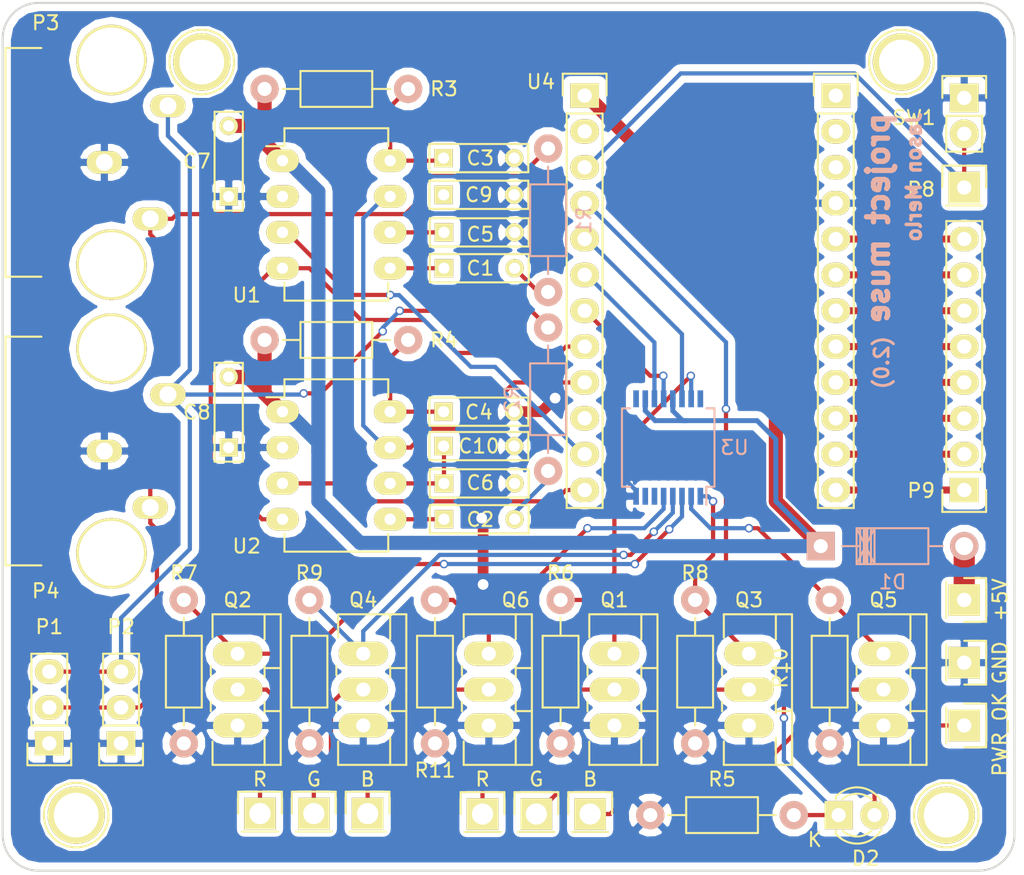
<source format=kicad_pcb>
(kicad_pcb (version 4) (host pcbnew 4.0.0-stable)

  (general
    (links 100)
    (no_connects 3)
    (area 83.617999 70.663999 155.396001 132.282001)
    (thickness 1.6)
    (drawings 11)
    (tracks 278)
    (zones 0)
    (modules 53)
    (nets 53)
  )

  (page A4)
  (layers
    (0 F.Cu mixed)
    (31 B.Cu mixed)
    (32 B.Adhes user)
    (33 F.Adhes user)
    (34 B.Paste user)
    (35 F.Paste user)
    (36 B.SilkS user)
    (37 F.SilkS user)
    (38 B.Mask user)
    (39 F.Mask user)
    (40 Dwgs.User user)
    (41 Cmts.User user)
    (42 Eco1.User user)
    (43 Eco2.User user)
    (44 Edge.Cuts user)
    (45 Margin user)
    (46 B.CrtYd user)
    (47 F.CrtYd user)
    (48 B.Fab user hide)
    (49 F.Fab user hide)
  )

  (setup
    (last_trace_width 0.3)
    (trace_clearance 0.2)
    (zone_clearance 0.508)
    (zone_45_only no)
    (trace_min 0.2)
    (segment_width 0.2)
    (edge_width 0.15)
    (via_size 0.6)
    (via_drill 0.4)
    (via_min_size 0.4)
    (via_min_drill 0.3)
    (uvia_size 0.3)
    (uvia_drill 0.1)
    (uvias_allowed no)
    (uvia_min_size 0.2)
    (uvia_min_drill 0.1)
    (pcb_text_width 0.3)
    (pcb_text_size 1.5 1.5)
    (mod_edge_width 0.15)
    (mod_text_size 1 1)
    (mod_text_width 0.15)
    (pad_size 1.6 2.5)
    (pad_drill 1.2)
    (pad_to_mask_clearance 0.2)
    (aux_axis_origin 0 0)
    (grid_origin 103.505 89.535)
    (visible_elements FFFFFF7F)
    (pcbplotparams
      (layerselection 0x010f0_80000001)
      (usegerberextensions false)
      (excludeedgelayer true)
      (linewidth 0.100000)
      (plotframeref false)
      (viasonmask false)
      (mode 1)
      (useauxorigin false)
      (hpglpennumber 1)
      (hpglpenspeed 20)
      (hpglpendiameter 15)
      (hpglpenoverlay 2)
      (psnegative false)
      (psa4output false)
      (plotreference true)
      (plotvalue true)
      (plotinvisibletext false)
      (padsonsilk false)
      (subtractmaskfromsilk false)
      (outputformat 1)
      (mirror false)
      (drillshape 0)
      (scaleselection 1)
      (outputdirectory Gerbers/))
  )

  (net 0 "")
  (net 1 "Net-(C1-Pad1)")
  (net 2 "Net-(C1-Pad2)")
  (net 3 "Net-(C2-Pad1)")
  (net 4 "Net-(C2-Pad2)")
  (net 5 "Net-(C3-Pad1)")
  (net 6 GND)
  (net 7 "Net-(C4-Pad1)")
  (net 8 "Net-(C5-Pad1)")
  (net 9 +5V)
  (net 10 "Net-(D1-Pad2)")
  (net 11 "Net-(D2-Pad2)")
  (net 12 "Net-(D3-Pad1)")
  (net 13 "Net-(D4-Pad1)")
  (net 14 "Net-(D5-Pad1)")
  (net 15 "Net-(D6-Pad1)")
  (net 16 "Net-(D7-Pad1)")
  (net 17 "Net-(D8-Pad1)")
  (net 18 /audio_l)
  (net 19 /audio_r)
  (net 20 "Net-(P8-Pad1)")
  (net 21 /LED_0)
  (net 22 /LED_1)
  (net 23 /LED_2)
  (net 24 /LED_3)
  (net 25 /LED_4)
  (net 26 /LED_5)
  (net 27 /LED_6)
  (net 28 /LED_7)
  (net 29 /LED_0_R)
  (net 30 /LED_1_R)
  (net 31 /LED_0_G)
  (net 32 /LED_1_G)
  (net 33 /LED_0_B)
  (net 34 /LED_1_B)
  (net 35 /Aout_L)
  (net 36 /STROBE)
  (net 37 /RST)
  (net 38 /Aout_R)
  (net 39 /RGB_CLK)
  (net 40 /RGB_LAT)
  (net 41 /RGB_DAT)
  (net 42 "Net-(C10-Pad1)")
  (net 43 /ATX_PWR_OK)
  (net 44 /ATX_PWR_ON)
  (net 45 "Net-(U3-Pad6)")
  (net 46 "Net-(U3-Pad7)")
  (net 47 "Net-(U3-Pad9)")
  (net 48 VCC)
  (net 49 /PS_ON)
  (net 50 "Net-(U4-Pad24)")
  (net 51 "Net-(U4-Pad22)")
  (net 52 "Net-(U4-Pad23)")

  (net_class Default "This is the default net class."
    (clearance 0.2)
    (trace_width 0.3)
    (via_dia 0.6)
    (via_drill 0.4)
    (uvia_dia 0.3)
    (uvia_drill 0.1)
    (add_net /ATX_PWR_OK)
    (add_net /ATX_PWR_ON)
    (add_net /Aout_L)
    (add_net /Aout_R)
    (add_net /LED_0)
    (add_net /LED_0_B)
    (add_net /LED_0_G)
    (add_net /LED_0_R)
    (add_net /LED_1)
    (add_net /LED_1_B)
    (add_net /LED_1_G)
    (add_net /LED_1_R)
    (add_net /LED_2)
    (add_net /LED_3)
    (add_net /LED_4)
    (add_net /LED_5)
    (add_net /LED_6)
    (add_net /LED_7)
    (add_net /PS_ON)
    (add_net /RGB_CLK)
    (add_net /RGB_DAT)
    (add_net /RGB_LAT)
    (add_net /RST)
    (add_net /STROBE)
    (add_net /audio_l)
    (add_net /audio_r)
    (add_net GND)
    (add_net "Net-(C1-Pad1)")
    (add_net "Net-(C1-Pad2)")
    (add_net "Net-(C10-Pad1)")
    (add_net "Net-(C2-Pad1)")
    (add_net "Net-(C2-Pad2)")
    (add_net "Net-(C3-Pad1)")
    (add_net "Net-(C4-Pad1)")
    (add_net "Net-(C5-Pad1)")
    (add_net "Net-(D1-Pad2)")
    (add_net "Net-(D2-Pad2)")
    (add_net "Net-(D3-Pad1)")
    (add_net "Net-(D4-Pad1)")
    (add_net "Net-(D5-Pad1)")
    (add_net "Net-(D6-Pad1)")
    (add_net "Net-(D7-Pad1)")
    (add_net "Net-(D8-Pad1)")
    (add_net "Net-(P8-Pad1)")
    (add_net "Net-(U3-Pad6)")
    (add_net "Net-(U3-Pad7)")
    (add_net "Net-(U3-Pad9)")
    (add_net "Net-(U4-Pad22)")
    (add_net "Net-(U4-Pad23)")
    (add_net "Net-(U4-Pad24)")
    (add_net VCC)
  )

  (net_class Power ""
    (clearance 0.2)
    (trace_width 1)
    (via_dia 0.6)
    (via_drill 0.4)
    (uvia_dia 0.3)
    (uvia_drill 0.1)
    (add_net +5V)
  )

  (module Connect:1pin (layer F.Cu) (tedit 56022F7B) (tstamp 56022D8F)
    (at 150.495 128.27)
    (descr "module 1 pin (ou trou mecanique de percage)")
    (tags DEV)
    (fp_text reference REF** (at 0 -3.048) (layer F.SilkS) hide
      (effects (font (size 1 1) (thickness 0.15)))
    )
    (fp_text value 1pin (at 0 2.794) (layer F.Fab)
      (effects (font (size 1 1) (thickness 0.15)))
    )
    (fp_circle (center 0 0) (end 0 -2.286) (layer F.SilkS) (width 0.15))
    (pad 1 thru_hole circle (at 0 0) (size 4.064 4.064) (drill 3.17) (layers *.Cu *.Mask F.SilkS))
  )

  (module Connect:1pin (layer F.Cu) (tedit 56022EC6) (tstamp 56022D85)
    (at 88.9 128.27)
    (descr "module 1 pin (ou trou mecanique de percage)")
    (tags DEV)
    (fp_text reference "" (at 0 -3.048) (layer F.SilkS) hide
      (effects (font (size 1 1) (thickness 0.15)))
    )
    (fp_text value 1pin (at 0 2.794) (layer F.Fab)
      (effects (font (size 1 1) (thickness 0.15)))
    )
    (fp_circle (center 0 0) (end 0 -2.286) (layer F.SilkS) (width 0.15))
    (pad 1 thru_hole circle (at 0 0) (size 4.064 4.064) (drill 3.17) (layers *.Cu *.Mask F.SilkS))
  )

  (module Pin_Headers:Pin_Header_Straight_1x01 (layer F.Cu) (tedit 56022F09) (tstamp 5600E589)
    (at 101.911143 128.163701)
    (descr "Through hole pin header")
    (tags "pin header")
    (path /55FF35D2)
    (fp_text reference R (at 0 -2.433701) (layer F.SilkS)
      (effects (font (size 1 1) (thickness 0.15)))
    )
    (fp_text value LED_R (at 0 -3.1) (layer F.Fab)
      (effects (font (size 1 1) (thickness 0.15)))
    )
    (fp_line (start 1.55 -1.55) (end 1.55 0) (layer F.SilkS) (width 0.15))
    (fp_line (start -1.75 -1.75) (end -1.75 1.75) (layer F.CrtYd) (width 0.05))
    (fp_line (start 1.75 -1.75) (end 1.75 1.75) (layer F.CrtYd) (width 0.05))
    (fp_line (start -1.75 -1.75) (end 1.75 -1.75) (layer F.CrtYd) (width 0.05))
    (fp_line (start -1.75 1.75) (end 1.75 1.75) (layer F.CrtYd) (width 0.05))
    (fp_line (start -1.55 0) (end -1.55 -1.55) (layer F.SilkS) (width 0.15))
    (fp_line (start -1.55 -1.55) (end 1.55 -1.55) (layer F.SilkS) (width 0.15))
    (fp_line (start -1.27 1.27) (end 1.27 1.27) (layer F.SilkS) (width 0.15))
    (pad 1 thru_hole rect (at 0 0) (size 2.2352 2.2352) (drill 1.5) (layers *.Cu *.Mask F.SilkS)
      (net 13 "Net-(D4-Pad1)"))
    (model Pin_Headers.3dshapes/Pin_Header_Straight_1x01.wrl
      (at (xyz 0 0 0))
      (scale (xyz 1 1 1))
      (rotate (xyz 0 0 90))
    )
  )

  (module Connect:1pin (layer F.Cu) (tedit 56023012) (tstamp 56022BCB)
    (at 97.79 74.93)
    (descr "module 1 pin (ou trou mecanique de percage)")
    (tags DEV)
    (fp_text reference REF** (at 0 -3.048) (layer F.SilkS) hide
      (effects (font (size 1 1) (thickness 0.15)))
    )
    (fp_text value 1pin (at 0 2.794) (layer F.Fab)
      (effects (font (size 1 1) (thickness 0.15)))
    )
    (fp_circle (center 0 0) (end 0 -2.286) (layer F.SilkS) (width 0.15))
    (pad 1 thru_hole circle (at 0 0) (size 4.064 4.064) (drill 3.17) (layers *.Cu *.Mask F.SilkS))
  )

  (module Pin_Headers:Spark_Core (layer F.Cu) (tedit 5600E060) (tstamp 5600E6AE)
    (at 124.894362 77.305728)
    (descr "Through hole pin header")
    (tags "pin header")
    (path /55FEE4D4)
    (fp_text reference U4 (at -3.101362 -0.978728) (layer F.SilkS)
      (effects (font (size 1 1) (thickness 0.15)))
    )
    (fp_text value Spark_Core (at 8.89 -3.1) (layer F.Fab)
      (effects (font (size 1 1) (thickness 0.15)))
    )
    (fp_line (start -1.75 -1.75) (end -1.75 29.7) (layer F.CrtYd) (width 0.05))
    (fp_line (start 1.75 -1.75) (end 1.75 29.7) (layer F.CrtYd) (width 0.05))
    (fp_line (start -1.75 -1.75) (end 1.75 -1.75) (layer F.CrtYd) (width 0.05))
    (fp_line (start -1.75 29.7) (end 1.75 29.7) (layer F.CrtYd) (width 0.05))
    (fp_line (start 1.27 1.27) (end 1.27 29.21) (layer F.SilkS) (width 0.15))
    (fp_line (start 1.27 29.21) (end -1.27 29.21) (layer F.SilkS) (width 0.15))
    (fp_line (start -1.27 29.21) (end -1.27 1.27) (layer F.SilkS) (width 0.15))
    (fp_line (start 1.55 -1.55) (end 1.55 0) (layer F.SilkS) (width 0.15))
    (fp_line (start 1.27 1.27) (end -1.27 1.27) (layer F.SilkS) (width 0.15))
    (fp_line (start -1.55 0) (end -1.55 -1.55) (layer F.SilkS) (width 0.15))
    (fp_line (start -1.55 -1.55) (end 1.55 -1.55) (layer F.SilkS) (width 0.15))
    (fp_line (start 19.33 -1.55) (end 19.33 0) (layer F.SilkS) (width 0.15))
    (fp_line (start 16.23 0) (end 16.23 -1.55) (layer F.SilkS) (width 0.15))
    (fp_line (start 16.23 -1.55) (end 19.33 -1.55) (layer F.SilkS) (width 0.15))
    (fp_line (start 19.05 1.27) (end 16.51 1.27) (layer F.SilkS) (width 0.15))
    (fp_line (start 16.51 29.21) (end 16.51 1.27) (layer F.SilkS) (width 0.15))
    (fp_line (start 19.05 1.27) (end 19.05 29.21) (layer F.SilkS) (width 0.15))
    (fp_line (start 19.05 29.21) (end 16.51 29.21) (layer F.SilkS) (width 0.15))
    (fp_line (start 16.03 29.7) (end 19.53 29.7) (layer F.CrtYd) (width 0.05))
    (fp_line (start 19.53 -1.75) (end 19.53 29.7) (layer F.CrtYd) (width 0.05))
    (fp_line (start 16.03 -1.75) (end 19.53 -1.75) (layer F.CrtYd) (width 0.05))
    (fp_line (start 16.03 -1.75) (end 16.03 29.7) (layer F.CrtYd) (width 0.05))
    (pad 1 thru_hole rect (at 0 0) (size 2.032 1.7272) (drill 1.016) (layers *.Cu *.Mask F.SilkS)
      (net 9 +5V))
    (pad 2 thru_hole oval (at 0 2.54) (size 2.032 1.7272) (drill 1.016) (layers *.Cu *.Mask F.SilkS)
      (net 6 GND))
    (pad 3 thru_hole oval (at 0 5.08) (size 2.032 1.7272) (drill 1.016) (layers *.Cu *.Mask F.SilkS)
      (net 44 /ATX_PWR_ON))
    (pad 4 thru_hole oval (at 0 7.62) (size 2.032 1.7272) (drill 1.016) (layers *.Cu *.Mask F.SilkS)
      (net 43 /ATX_PWR_OK))
    (pad 5 thru_hole oval (at 0 10.16) (size 2.032 1.7272) (drill 1.016) (layers *.Cu *.Mask F.SilkS)
      (net 41 /RGB_DAT))
    (pad 6 thru_hole oval (at 0 12.7) (size 2.032 1.7272) (drill 1.016) (layers *.Cu *.Mask F.SilkS)
      (net 39 /RGB_CLK))
    (pad 7 thru_hole oval (at 0 15.24) (size 2.032 1.7272) (drill 1.016) (layers *.Cu *.Mask F.SilkS)
      (net 40 /RGB_LAT))
    (pad 8 thru_hole oval (at 0 17.78) (size 2.032 1.7272) (drill 1.016) (layers *.Cu *.Mask F.SilkS)
      (net 36 /STROBE))
    (pad 9 thru_hole oval (at 0 20.32) (size 2.032 1.7272) (drill 1.016) (layers *.Cu *.Mask F.SilkS)
      (net 37 /RST))
    (pad 10 thru_hole oval (at 0 22.86) (size 2.032 1.7272) (drill 1.016) (layers *.Cu *.Mask F.SilkS)
      (net 49 /PS_ON))
    (pad 11 thru_hole oval (at 0 25.4) (size 2.032 1.7272) (drill 1.016) (layers *.Cu *.Mask F.SilkS)
      (net 35 /Aout_L))
    (pad 12 thru_hole oval (at 0 27.94) (size 2.032 1.7272) (drill 1.016) (layers *.Cu *.Mask F.SilkS)
      (net 38 /Aout_R))
    (pad 24 thru_hole rect (at 17.78 0) (size 2.032 1.7272) (drill 1.016) (layers *.Cu *.Mask F.SilkS)
      (net 50 "Net-(U4-Pad24)"))
    (pad 18 thru_hole oval (at 17.78 15.24) (size 2.032 1.7272) (drill 1.016) (layers *.Cu *.Mask F.SilkS)
      (net 26 /LED_5))
    (pad 17 thru_hole oval (at 17.78 17.78) (size 2.032 1.7272) (drill 1.016) (layers *.Cu *.Mask F.SilkS)
      (net 25 /LED_4))
    (pad 19 thru_hole oval (at 17.78 12.7) (size 2.032 1.7272) (drill 1.016) (layers *.Cu *.Mask F.SilkS)
      (net 27 /LED_6))
    (pad 16 thru_hole oval (at 17.78 20.32) (size 2.032 1.7272) (drill 1.016) (layers *.Cu *.Mask F.SilkS)
      (net 24 /LED_3))
    (pad 21 thru_hole oval (at 17.78 7.62) (size 2.032 1.7272) (drill 1.016) (layers *.Cu *.Mask F.SilkS)
      (net 6 GND))
    (pad 22 thru_hole oval (at 17.78 5.08) (size 2.032 1.7272) (drill 1.016) (layers *.Cu *.Mask F.SilkS)
      (net 51 "Net-(U4-Pad22)"))
    (pad 23 thru_hole oval (at 17.78 2.54) (size 2.032 1.7272) (drill 1.016) (layers *.Cu *.Mask F.SilkS)
      (net 52 "Net-(U4-Pad23)"))
    (pad 20 thru_hole oval (at 17.78 10.16) (size 2.032 1.7272) (drill 1.016) (layers *.Cu *.Mask F.SilkS)
      (net 28 /LED_7))
    (pad 14 thru_hole oval (at 17.78 25.4) (size 2.032 1.7272) (drill 1.016) (layers *.Cu *.Mask F.SilkS)
      (net 22 /LED_1))
    (pad 15 thru_hole oval (at 17.78 22.86) (size 2.032 1.7272) (drill 1.016) (layers *.Cu *.Mask F.SilkS)
      (net 23 /LED_2))
    (pad 13 thru_hole oval (at 17.78 27.94) (size 2.032 1.7272) (drill 1.016) (layers *.Cu *.Mask F.SilkS)
      (net 21 /LED_0))
    (model Pin_Headers.3dshapes/Pin_Header_Straight_1x12.wrl
      (at (xyz 0 -0.55 0))
      (scale (xyz 1 1 1))
      (rotate (xyz 0 0 90))
    )
  )

  (module Capacitors_ThroughHole:C_Rect_L7_W2_P5 (layer F.Cu) (tedit 0) (tstamp 5600E549)
    (at 114.935 89.535)
    (descr "Film Capacitor Length 7 x Width 2mm, Pitch 5mm")
    (tags Capacitor)
    (path /55FF0BF3)
    (fp_text reference C1 (at 2.57 0) (layer F.SilkS)
      (effects (font (size 1 1) (thickness 0.15)))
    )
    (fp_text value 0.01uF (at 2.5 2.5) (layer F.Fab)
      (effects (font (size 1 1) (thickness 0.15)))
    )
    (fp_line (start -1.25 -1.25) (end 6.25 -1.25) (layer F.CrtYd) (width 0.05))
    (fp_line (start 6.25 -1.25) (end 6.25 1.25) (layer F.CrtYd) (width 0.05))
    (fp_line (start 6.25 1.25) (end -1.25 1.25) (layer F.CrtYd) (width 0.05))
    (fp_line (start -1.25 1.25) (end -1.25 -1.25) (layer F.CrtYd) (width 0.05))
    (fp_line (start -1 -1) (end 6 -1) (layer F.SilkS) (width 0.15))
    (fp_line (start 6 -1) (end 6 1) (layer F.SilkS) (width 0.15))
    (fp_line (start 6 1) (end -1 1) (layer F.SilkS) (width 0.15))
    (fp_line (start -1 1) (end -1 -1) (layer F.SilkS) (width 0.15))
    (pad 1 thru_hole rect (at 0 0) (size 1.3 1.3) (drill 0.8) (layers *.Cu *.Mask F.SilkS)
      (net 1 "Net-(C1-Pad1)"))
    (pad 2 thru_hole circle (at 5 0) (size 1.3 1.3) (drill 0.8) (layers *.Cu *.Mask F.SilkS)
      (net 2 "Net-(C1-Pad2)"))
    (model Capacitors_ThroughHole.3dshapes/C_Rect_L7_W2_P5.wrl
      (at (xyz 0.098425 0 0))
      (scale (xyz 1 1 1))
      (rotate (xyz 0 0 0))
    )
  )

  (module Capacitors_ThroughHole:C_Rect_L7_W2_P5 (layer F.Cu) (tedit 0) (tstamp 5600E54F)
    (at 114.935 107.315)
    (descr "Film Capacitor Length 7 x Width 2mm, Pitch 5mm")
    (tags Capacitor)
    (path /55FF5CB1)
    (fp_text reference C2 (at 2.57 0.02) (layer F.SilkS)
      (effects (font (size 1 1) (thickness 0.15)))
    )
    (fp_text value 0.01uF (at 2.5 2.5) (layer F.Fab)
      (effects (font (size 1 1) (thickness 0.15)))
    )
    (fp_line (start -1.25 -1.25) (end 6.25 -1.25) (layer F.CrtYd) (width 0.05))
    (fp_line (start 6.25 -1.25) (end 6.25 1.25) (layer F.CrtYd) (width 0.05))
    (fp_line (start 6.25 1.25) (end -1.25 1.25) (layer F.CrtYd) (width 0.05))
    (fp_line (start -1.25 1.25) (end -1.25 -1.25) (layer F.CrtYd) (width 0.05))
    (fp_line (start -1 -1) (end 6 -1) (layer F.SilkS) (width 0.15))
    (fp_line (start 6 -1) (end 6 1) (layer F.SilkS) (width 0.15))
    (fp_line (start 6 1) (end -1 1) (layer F.SilkS) (width 0.15))
    (fp_line (start -1 1) (end -1 -1) (layer F.SilkS) (width 0.15))
    (pad 1 thru_hole rect (at 0 0) (size 1.3 1.3) (drill 0.8) (layers *.Cu *.Mask F.SilkS)
      (net 3 "Net-(C2-Pad1)"))
    (pad 2 thru_hole circle (at 5 0) (size 1.3 1.3) (drill 0.8) (layers *.Cu *.Mask F.SilkS)
      (net 4 "Net-(C2-Pad2)"))
    (model Capacitors_ThroughHole.3dshapes/C_Rect_L7_W2_P5.wrl
      (at (xyz 0.098425 0 0))
      (scale (xyz 1 1 1))
      (rotate (xyz 0 0 0))
    )
  )

  (module Capacitors_ThroughHole:C_Rect_L7_W2_P5 (layer F.Cu) (tedit 0) (tstamp 5600E555)
    (at 114.905 81.735)
    (descr "Film Capacitor Length 7 x Width 2mm, Pitch 5mm")
    (tags Capacitor)
    (path /55FEFBD7)
    (fp_text reference C3 (at 2.6 0) (layer F.SilkS)
      (effects (font (size 1 1) (thickness 0.15)))
    )
    (fp_text value 33pF (at 2.5 2.5) (layer F.Fab)
      (effects (font (size 1 1) (thickness 0.15)))
    )
    (fp_line (start -1.25 -1.25) (end 6.25 -1.25) (layer F.CrtYd) (width 0.05))
    (fp_line (start 6.25 -1.25) (end 6.25 1.25) (layer F.CrtYd) (width 0.05))
    (fp_line (start 6.25 1.25) (end -1.25 1.25) (layer F.CrtYd) (width 0.05))
    (fp_line (start -1.25 1.25) (end -1.25 -1.25) (layer F.CrtYd) (width 0.05))
    (fp_line (start -1 -1) (end 6 -1) (layer F.SilkS) (width 0.15))
    (fp_line (start 6 -1) (end 6 1) (layer F.SilkS) (width 0.15))
    (fp_line (start 6 1) (end -1 1) (layer F.SilkS) (width 0.15))
    (fp_line (start -1 1) (end -1 -1) (layer F.SilkS) (width 0.15))
    (pad 1 thru_hole rect (at 0 0) (size 1.3 1.3) (drill 0.8) (layers *.Cu *.Mask F.SilkS)
      (net 5 "Net-(C3-Pad1)"))
    (pad 2 thru_hole circle (at 5 0) (size 1.3 1.3) (drill 0.8) (layers *.Cu *.Mask F.SilkS)
      (net 6 GND))
    (model Capacitors_ThroughHole.3dshapes/C_Rect_L7_W2_P5.wrl
      (at (xyz 0.098425 0 0))
      (scale (xyz 1 1 1))
      (rotate (xyz 0 0 0))
    )
  )

  (module Capacitors_ThroughHole:C_Rect_L7_W2_P5 (layer F.Cu) (tedit 0) (tstamp 5600E55B)
    (at 114.905 99.695)
    (descr "Film Capacitor Length 7 x Width 2mm, Pitch 5mm")
    (tags Capacitor)
    (path /55FEF1B3)
    (fp_text reference C4 (at 2.5 0.04) (layer F.SilkS)
      (effects (font (size 1 1) (thickness 0.15)))
    )
    (fp_text value 33pF (at 2.5 2.5) (layer F.Fab)
      (effects (font (size 1 1) (thickness 0.15)))
    )
    (fp_line (start -1.25 -1.25) (end 6.25 -1.25) (layer F.CrtYd) (width 0.05))
    (fp_line (start 6.25 -1.25) (end 6.25 1.25) (layer F.CrtYd) (width 0.05))
    (fp_line (start 6.25 1.25) (end -1.25 1.25) (layer F.CrtYd) (width 0.05))
    (fp_line (start -1.25 1.25) (end -1.25 -1.25) (layer F.CrtYd) (width 0.05))
    (fp_line (start -1 -1) (end 6 -1) (layer F.SilkS) (width 0.15))
    (fp_line (start 6 -1) (end 6 1) (layer F.SilkS) (width 0.15))
    (fp_line (start 6 1) (end -1 1) (layer F.SilkS) (width 0.15))
    (fp_line (start -1 1) (end -1 -1) (layer F.SilkS) (width 0.15))
    (pad 1 thru_hole rect (at 0 0) (size 1.3 1.3) (drill 0.8) (layers *.Cu *.Mask F.SilkS)
      (net 7 "Net-(C4-Pad1)"))
    (pad 2 thru_hole circle (at 5 0) (size 1.3 1.3) (drill 0.8) (layers *.Cu *.Mask F.SilkS)
      (net 6 GND))
    (model Capacitors_ThroughHole.3dshapes/C_Rect_L7_W2_P5.wrl
      (at (xyz 0.098425 0 0))
      (scale (xyz 1 1 1))
      (rotate (xyz 0 0 0))
    )
  )

  (module Capacitors_ThroughHole:C_Rect_L7_W2_P5 (layer F.Cu) (tedit 0) (tstamp 5600E561)
    (at 114.935 86.995)
    (descr "Film Capacitor Length 7 x Width 2mm, Pitch 5mm")
    (tags Capacitor)
    (path /55FEFBBF)
    (fp_text reference C5 (at 2.57 0.14) (layer F.SilkS)
      (effects (font (size 1 1) (thickness 0.15)))
    )
    (fp_text value 0.1uF (at 2.5 2.5) (layer F.Fab)
      (effects (font (size 1 1) (thickness 0.15)))
    )
    (fp_line (start -1.25 -1.25) (end 6.25 -1.25) (layer F.CrtYd) (width 0.05))
    (fp_line (start 6.25 -1.25) (end 6.25 1.25) (layer F.CrtYd) (width 0.05))
    (fp_line (start 6.25 1.25) (end -1.25 1.25) (layer F.CrtYd) (width 0.05))
    (fp_line (start -1.25 1.25) (end -1.25 -1.25) (layer F.CrtYd) (width 0.05))
    (fp_line (start -1 -1) (end 6 -1) (layer F.SilkS) (width 0.15))
    (fp_line (start 6 -1) (end 6 1) (layer F.SilkS) (width 0.15))
    (fp_line (start 6 1) (end -1 1) (layer F.SilkS) (width 0.15))
    (fp_line (start -1 1) (end -1 -1) (layer F.SilkS) (width 0.15))
    (pad 1 thru_hole rect (at 0 0) (size 1.3 1.3) (drill 0.8) (layers *.Cu *.Mask F.SilkS)
      (net 8 "Net-(C5-Pad1)"))
    (pad 2 thru_hole circle (at 5 0) (size 1.3 1.3) (drill 0.8) (layers *.Cu *.Mask F.SilkS)
      (net 6 GND))
    (model Capacitors_ThroughHole.3dshapes/C_Rect_L7_W2_P5.wrl
      (at (xyz 0.098425 0 0))
      (scale (xyz 1 1 1))
      (rotate (xyz 0 0 0))
    )
  )

  (module Capacitors_ThroughHole:C_Rect_L7_W2_P5 (layer F.Cu) (tedit 0) (tstamp 5600E567)
    (at 114.935 104.775)
    (descr "Film Capacitor Length 7 x Width 2mm, Pitch 5mm")
    (tags Capacitor)
    (path /55FEEF59)
    (fp_text reference C6 (at 2.57 -0.04) (layer F.SilkS)
      (effects (font (size 1 1) (thickness 0.15)))
    )
    (fp_text value 0.1uF (at 2.5 2.5) (layer F.Fab)
      (effects (font (size 1 1) (thickness 0.15)))
    )
    (fp_line (start -1.25 -1.25) (end 6.25 -1.25) (layer F.CrtYd) (width 0.05))
    (fp_line (start 6.25 -1.25) (end 6.25 1.25) (layer F.CrtYd) (width 0.05))
    (fp_line (start 6.25 1.25) (end -1.25 1.25) (layer F.CrtYd) (width 0.05))
    (fp_line (start -1.25 1.25) (end -1.25 -1.25) (layer F.CrtYd) (width 0.05))
    (fp_line (start -1 -1) (end 6 -1) (layer F.SilkS) (width 0.15))
    (fp_line (start 6 -1) (end 6 1) (layer F.SilkS) (width 0.15))
    (fp_line (start 6 1) (end -1 1) (layer F.SilkS) (width 0.15))
    (fp_line (start -1 1) (end -1 -1) (layer F.SilkS) (width 0.15))
    (pad 1 thru_hole rect (at 0 0) (size 1.3 1.3) (drill 0.8) (layers *.Cu *.Mask F.SilkS)
      (net 42 "Net-(C10-Pad1)"))
    (pad 2 thru_hole circle (at 5 0) (size 1.3 1.3) (drill 0.8) (layers *.Cu *.Mask F.SilkS)
      (net 6 GND))
    (model Capacitors_ThroughHole.3dshapes/C_Rect_L7_W2_P5.wrl
      (at (xyz 0.098425 0 0))
      (scale (xyz 1 1 1))
      (rotate (xyz 0 0 0))
    )
  )

  (module Capacitors_ThroughHole:C_Rect_L7_W2_P5 (layer F.Cu) (tedit 0) (tstamp 5600E56D)
    (at 99.695 84.455 90)
    (descr "Film Capacitor Length 7 x Width 2mm, Pitch 5mm")
    (tags Capacitor)
    (path /55FEFDC4)
    (fp_text reference C7 (at 2.5 -2.25 180) (layer F.SilkS)
      (effects (font (size 1 1) (thickness 0.15)))
    )
    (fp_text value 0.1uF (at 2.5 2.5 90) (layer F.Fab)
      (effects (font (size 1 1) (thickness 0.15)))
    )
    (fp_line (start -1.25 -1.25) (end 6.25 -1.25) (layer F.CrtYd) (width 0.05))
    (fp_line (start 6.25 -1.25) (end 6.25 1.25) (layer F.CrtYd) (width 0.05))
    (fp_line (start 6.25 1.25) (end -1.25 1.25) (layer F.CrtYd) (width 0.05))
    (fp_line (start -1.25 1.25) (end -1.25 -1.25) (layer F.CrtYd) (width 0.05))
    (fp_line (start -1 -1) (end 6 -1) (layer F.SilkS) (width 0.15))
    (fp_line (start 6 -1) (end 6 1) (layer F.SilkS) (width 0.15))
    (fp_line (start 6 1) (end -1 1) (layer F.SilkS) (width 0.15))
    (fp_line (start -1 1) (end -1 -1) (layer F.SilkS) (width 0.15))
    (pad 1 thru_hole rect (at 0 0 90) (size 1.3 1.3) (drill 0.8) (layers *.Cu *.Mask F.SilkS)
      (net 6 GND))
    (pad 2 thru_hole circle (at 5 0 90) (size 1.3 1.3) (drill 0.8) (layers *.Cu *.Mask F.SilkS)
      (net 9 +5V))
    (model Capacitors_ThroughHole.3dshapes/C_Rect_L7_W2_P5.wrl
      (at (xyz 0.098425 0 0))
      (scale (xyz 1 1 1))
      (rotate (xyz 0 0 0))
    )
  )

  (module Capacitors_ThroughHole:C_Rect_L7_W2_P5 (layer F.Cu) (tedit 0) (tstamp 5600E573)
    (at 99.695 102.235 90)
    (descr "Film Capacitor Length 7 x Width 2mm, Pitch 5mm")
    (tags Capacitor)
    (path /55FEFD67)
    (fp_text reference C8 (at 2.5 -2.25 180) (layer F.SilkS)
      (effects (font (size 1 1) (thickness 0.15)))
    )
    (fp_text value 0.1uF (at 2.5 2.5 90) (layer F.Fab)
      (effects (font (size 1 1) (thickness 0.15)))
    )
    (fp_line (start -1.25 -1.25) (end 6.25 -1.25) (layer F.CrtYd) (width 0.05))
    (fp_line (start 6.25 -1.25) (end 6.25 1.25) (layer F.CrtYd) (width 0.05))
    (fp_line (start 6.25 1.25) (end -1.25 1.25) (layer F.CrtYd) (width 0.05))
    (fp_line (start -1.25 1.25) (end -1.25 -1.25) (layer F.CrtYd) (width 0.05))
    (fp_line (start -1 -1) (end 6 -1) (layer F.SilkS) (width 0.15))
    (fp_line (start 6 -1) (end 6 1) (layer F.SilkS) (width 0.15))
    (fp_line (start 6 1) (end -1 1) (layer F.SilkS) (width 0.15))
    (fp_line (start -1 1) (end -1 -1) (layer F.SilkS) (width 0.15))
    (pad 1 thru_hole rect (at 0 0 90) (size 1.3 1.3) (drill 0.8) (layers *.Cu *.Mask F.SilkS)
      (net 6 GND))
    (pad 2 thru_hole circle (at 5 0 90) (size 1.3 1.3) (drill 0.8) (layers *.Cu *.Mask F.SilkS)
      (net 9 +5V))
    (model Capacitors_ThroughHole.3dshapes/C_Rect_L7_W2_P5.wrl
      (at (xyz 0.098425 0 0))
      (scale (xyz 1 1 1))
      (rotate (xyz 0 0 0))
    )
  )

  (module Diodes_ThroughHole:Diode_DO-41_SOD81_Horizontal_RM10 (layer B.Cu) (tedit 552FFCCE) (tstamp 5600E579)
    (at 141.605 109.21746)
    (descr "Diode, DO-41, SOD81, Horizontal, RM 10mm,")
    (tags "Diode, DO-41, SOD81, Horizontal, RM 10mm, 1N4007, SB140,")
    (path /55FF8969)
    (fp_text reference D1 (at 5.08 2.54254) (layer B.SilkS)
      (effects (font (size 1 1) (thickness 0.15)) (justify mirror))
    )
    (fp_text value 6A (at 4.37134 3.55854) (layer B.Fab)
      (effects (font (size 1 1) (thickness 0.15)) (justify mirror))
    )
    (fp_line (start 7.62 0.00254) (end 8.636 0.00254) (layer B.SilkS) (width 0.15))
    (fp_line (start 2.794 0.00254) (end 1.524 0.00254) (layer B.SilkS) (width 0.15))
    (fp_line (start 3.048 1.27254) (end 3.048 -1.26746) (layer B.SilkS) (width 0.15))
    (fp_line (start 3.302 1.27254) (end 3.302 -1.26746) (layer B.SilkS) (width 0.15))
    (fp_line (start 3.556 1.27254) (end 3.556 -1.26746) (layer B.SilkS) (width 0.15))
    (fp_line (start 2.794 1.27254) (end 2.794 -1.26746) (layer B.SilkS) (width 0.15))
    (fp_line (start 3.81 1.27254) (end 2.54 -1.26746) (layer B.SilkS) (width 0.15))
    (fp_line (start 2.54 1.27254) (end 3.81 -1.26746) (layer B.SilkS) (width 0.15))
    (fp_line (start 3.81 1.27254) (end 3.81 -1.26746) (layer B.SilkS) (width 0.15))
    (fp_line (start 3.175 1.27254) (end 3.175 -1.26746) (layer B.SilkS) (width 0.15))
    (fp_line (start 2.54 -1.26746) (end 2.54 1.27254) (layer B.SilkS) (width 0.15))
    (fp_line (start 2.54 1.27254) (end 7.62 1.27254) (layer B.SilkS) (width 0.15))
    (fp_line (start 7.62 1.27254) (end 7.62 -1.26746) (layer B.SilkS) (width 0.15))
    (fp_line (start 7.62 -1.26746) (end 2.54 -1.26746) (layer B.SilkS) (width 0.15))
    (pad 2 thru_hole circle (at 10.16 0.00254 180) (size 1.99898 1.99898) (drill 1.27) (layers *.Cu *.Mask B.SilkS)
      (net 10 "Net-(D1-Pad2)"))
    (pad 1 thru_hole rect (at 0 0.00254 180) (size 1.99898 1.99898) (drill 1.00076) (layers *.Cu *.Mask B.SilkS)
      (net 9 +5V))
  )

  (module Pin_Headers:Pin_Header_Straight_1x01 (layer F.Cu) (tedit 56022F3C) (tstamp 5600E584)
    (at 117.663459 128.195719)
    (descr "Through hole pin header")
    (tags "pin header")
    (path /55FF36BB)
    (fp_text reference R (at 0 -2.465719) (layer F.SilkS)
      (effects (font (size 1 1) (thickness 0.15)))
    )
    (fp_text value LED_R (at 0 -3.1) (layer F.Fab)
      (effects (font (size 1 1) (thickness 0.15)))
    )
    (fp_line (start 1.55 -1.55) (end 1.55 0) (layer F.SilkS) (width 0.15))
    (fp_line (start -1.75 -1.75) (end -1.75 1.75) (layer F.CrtYd) (width 0.05))
    (fp_line (start 1.75 -1.75) (end 1.75 1.75) (layer F.CrtYd) (width 0.05))
    (fp_line (start -1.75 -1.75) (end 1.75 -1.75) (layer F.CrtYd) (width 0.05))
    (fp_line (start -1.75 1.75) (end 1.75 1.75) (layer F.CrtYd) (width 0.05))
    (fp_line (start -1.55 0) (end -1.55 -1.55) (layer F.SilkS) (width 0.15))
    (fp_line (start -1.55 -1.55) (end 1.55 -1.55) (layer F.SilkS) (width 0.15))
    (fp_line (start -1.27 1.27) (end 1.27 1.27) (layer F.SilkS) (width 0.15))
    (pad 1 thru_hole rect (at 0 0) (size 2.2352 2.2352) (drill 1.5) (layers *.Cu *.Mask F.SilkS)
      (net 12 "Net-(D3-Pad1)"))
    (model Pin_Headers.3dshapes/Pin_Header_Straight_1x01.wrl
      (at (xyz 0 0 0))
      (scale (xyz 1 1 1))
      (rotate (xyz 0 0 90))
    )
  )

  (module Pin_Headers:Pin_Header_Straight_1x01 (layer F.Cu) (tedit 56022F58) (tstamp 5600E58E)
    (at 121.473459 128.195719)
    (descr "Through hole pin header")
    (tags "pin header")
    (path /55FF3733)
    (fp_text reference G (at 0 -2.465719) (layer F.SilkS)
      (effects (font (size 1 1) (thickness 0.15)))
    )
    (fp_text value LED_G (at 0 -3.1) (layer F.Fab)
      (effects (font (size 1 1) (thickness 0.15)))
    )
    (fp_line (start 1.55 -1.55) (end 1.55 0) (layer F.SilkS) (width 0.15))
    (fp_line (start -1.75 -1.75) (end -1.75 1.75) (layer F.CrtYd) (width 0.05))
    (fp_line (start 1.75 -1.75) (end 1.75 1.75) (layer F.CrtYd) (width 0.05))
    (fp_line (start -1.75 -1.75) (end 1.75 -1.75) (layer F.CrtYd) (width 0.05))
    (fp_line (start -1.75 1.75) (end 1.75 1.75) (layer F.CrtYd) (width 0.05))
    (fp_line (start -1.55 0) (end -1.55 -1.55) (layer F.SilkS) (width 0.15))
    (fp_line (start -1.55 -1.55) (end 1.55 -1.55) (layer F.SilkS) (width 0.15))
    (fp_line (start -1.27 1.27) (end 1.27 1.27) (layer F.SilkS) (width 0.15))
    (pad 1 thru_hole rect (at 0 0) (size 2.2352 2.2352) (drill 1.5) (layers *.Cu *.Mask F.SilkS)
      (net 14 "Net-(D5-Pad1)"))
    (model Pin_Headers.3dshapes/Pin_Header_Straight_1x01.wrl
      (at (xyz 0 0 0))
      (scale (xyz 1 1 1))
      (rotate (xyz 0 0 90))
    )
  )

  (module Pin_Headers:Pin_Header_Straight_1x01 (layer F.Cu) (tedit 56022F19) (tstamp 5600E593)
    (at 105.721143 128.163701)
    (descr "Through hole pin header")
    (tags "pin header")
    (path /55FF35D8)
    (fp_text reference G (at 0 -2.433701) (layer F.SilkS)
      (effects (font (size 1 1) (thickness 0.15)))
    )
    (fp_text value LED_G (at 0 -3.1) (layer F.Fab)
      (effects (font (size 1 1) (thickness 0.15)))
    )
    (fp_line (start 1.55 -1.55) (end 1.55 0) (layer F.SilkS) (width 0.15))
    (fp_line (start -1.75 -1.75) (end -1.75 1.75) (layer F.CrtYd) (width 0.05))
    (fp_line (start 1.75 -1.75) (end 1.75 1.75) (layer F.CrtYd) (width 0.05))
    (fp_line (start -1.75 -1.75) (end 1.75 -1.75) (layer F.CrtYd) (width 0.05))
    (fp_line (start -1.75 1.75) (end 1.75 1.75) (layer F.CrtYd) (width 0.05))
    (fp_line (start -1.55 0) (end -1.55 -1.55) (layer F.SilkS) (width 0.15))
    (fp_line (start -1.55 -1.55) (end 1.55 -1.55) (layer F.SilkS) (width 0.15))
    (fp_line (start -1.27 1.27) (end 1.27 1.27) (layer F.SilkS) (width 0.15))
    (pad 1 thru_hole rect (at 0 0) (size 2.2352 2.2352) (drill 1.5) (layers *.Cu *.Mask F.SilkS)
      (net 15 "Net-(D6-Pad1)"))
    (model Pin_Headers.3dshapes/Pin_Header_Straight_1x01.wrl
      (at (xyz 0 0 0))
      (scale (xyz 1 1 1))
      (rotate (xyz 0 0 90))
    )
  )

  (module Pin_Headers:Pin_Header_Straight_1x01 (layer F.Cu) (tedit 56022F5F) (tstamp 5600E598)
    (at 125.283459 128.195719)
    (descr "Through hole pin header")
    (tags "pin header")
    (path /55FF378C)
    (fp_text reference B (at 0 -2.465719) (layer F.SilkS)
      (effects (font (size 1 1) (thickness 0.15)))
    )
    (fp_text value LED_B (at 0 -3.1) (layer F.Fab)
      (effects (font (size 1 1) (thickness 0.15)))
    )
    (fp_line (start 1.55 -1.55) (end 1.55 0) (layer F.SilkS) (width 0.15))
    (fp_line (start -1.75 -1.75) (end -1.75 1.75) (layer F.CrtYd) (width 0.05))
    (fp_line (start 1.75 -1.75) (end 1.75 1.75) (layer F.CrtYd) (width 0.05))
    (fp_line (start -1.75 -1.75) (end 1.75 -1.75) (layer F.CrtYd) (width 0.05))
    (fp_line (start -1.75 1.75) (end 1.75 1.75) (layer F.CrtYd) (width 0.05))
    (fp_line (start -1.55 0) (end -1.55 -1.55) (layer F.SilkS) (width 0.15))
    (fp_line (start -1.55 -1.55) (end 1.55 -1.55) (layer F.SilkS) (width 0.15))
    (fp_line (start -1.27 1.27) (end 1.27 1.27) (layer F.SilkS) (width 0.15))
    (pad 1 thru_hole rect (at 0 0) (size 2.2352 2.2352) (drill 1.5) (layers *.Cu *.Mask F.SilkS)
      (net 16 "Net-(D7-Pad1)"))
    (model Pin_Headers.3dshapes/Pin_Header_Straight_1x01.wrl
      (at (xyz 0 0 0))
      (scale (xyz 1 1 1))
      (rotate (xyz 0 0 90))
    )
  )

  (module Pin_Headers:Pin_Header_Straight_1x01 (layer F.Cu) (tedit 56022F22) (tstamp 5600E59D)
    (at 109.531143 128.163701)
    (descr "Through hole pin header")
    (tags "pin header")
    (path /55FF35DE)
    (fp_text reference B (at 0 -2.433701) (layer F.SilkS)
      (effects (font (size 1 1) (thickness 0.15)))
    )
    (fp_text value LED_B (at 0 -3.1) (layer F.Fab)
      (effects (font (size 1 1) (thickness 0.15)))
    )
    (fp_line (start 1.55 -1.55) (end 1.55 0) (layer F.SilkS) (width 0.15))
    (fp_line (start -1.75 -1.75) (end -1.75 1.75) (layer F.CrtYd) (width 0.05))
    (fp_line (start 1.75 -1.75) (end 1.75 1.75) (layer F.CrtYd) (width 0.05))
    (fp_line (start -1.75 -1.75) (end 1.75 -1.75) (layer F.CrtYd) (width 0.05))
    (fp_line (start -1.75 1.75) (end 1.75 1.75) (layer F.CrtYd) (width 0.05))
    (fp_line (start -1.55 0) (end -1.55 -1.55) (layer F.SilkS) (width 0.15))
    (fp_line (start -1.55 -1.55) (end 1.55 -1.55) (layer F.SilkS) (width 0.15))
    (fp_line (start -1.27 1.27) (end 1.27 1.27) (layer F.SilkS) (width 0.15))
    (pad 1 thru_hole rect (at 0 0) (size 2.2352 2.2352) (drill 1.5) (layers *.Cu *.Mask F.SilkS)
      (net 17 "Net-(D8-Pad1)"))
    (model Pin_Headers.3dshapes/Pin_Header_Straight_1x01.wrl
      (at (xyz 0 0 0))
      (scale (xyz 1 1 1))
      (rotate (xyz 0 0 90))
    )
  )

  (module Pin_Headers:Pin_Header_Straight_1x03 (layer F.Cu) (tedit 0) (tstamp 5600E5A4)
    (at 86.995 123.19 180)
    (descr "Through hole pin header")
    (tags "pin header")
    (path /55FEF44B)
    (fp_text reference P1 (at 0 8.255 180) (layer F.SilkS)
      (effects (font (size 1 1) (thickness 0.15)))
    )
    (fp_text value 3.5mm_line (at 0 -3.1 180) (layer F.Fab)
      (effects (font (size 1 1) (thickness 0.15)))
    )
    (fp_line (start -1.75 -1.75) (end -1.75 6.85) (layer F.CrtYd) (width 0.05))
    (fp_line (start 1.75 -1.75) (end 1.75 6.85) (layer F.CrtYd) (width 0.05))
    (fp_line (start -1.75 -1.75) (end 1.75 -1.75) (layer F.CrtYd) (width 0.05))
    (fp_line (start -1.75 6.85) (end 1.75 6.85) (layer F.CrtYd) (width 0.05))
    (fp_line (start -1.27 1.27) (end -1.27 6.35) (layer F.SilkS) (width 0.15))
    (fp_line (start -1.27 6.35) (end 1.27 6.35) (layer F.SilkS) (width 0.15))
    (fp_line (start 1.27 6.35) (end 1.27 1.27) (layer F.SilkS) (width 0.15))
    (fp_line (start 1.55 -1.55) (end 1.55 0) (layer F.SilkS) (width 0.15))
    (fp_line (start 1.27 1.27) (end -1.27 1.27) (layer F.SilkS) (width 0.15))
    (fp_line (start -1.55 0) (end -1.55 -1.55) (layer F.SilkS) (width 0.15))
    (fp_line (start -1.55 -1.55) (end 1.55 -1.55) (layer F.SilkS) (width 0.15))
    (pad 1 thru_hole rect (at 0 0 180) (size 2.032 1.7272) (drill 1.016) (layers *.Cu *.Mask F.SilkS)
      (net 6 GND))
    (pad 2 thru_hole oval (at 0 2.54 180) (size 2.032 1.7272) (drill 1.016) (layers *.Cu *.Mask F.SilkS)
      (net 18 /audio_l))
    (pad 3 thru_hole oval (at 0 5.08 180) (size 2.032 1.7272) (drill 1.016) (layers *.Cu *.Mask F.SilkS)
      (net 19 /audio_r))
    (model Pin_Headers.3dshapes/Pin_Header_Straight_1x03.wrl
      (at (xyz 0 -0.1 0))
      (scale (xyz 1 1 1))
      (rotate (xyz 0 0 90))
    )
  )

  (module Pin_Headers:Pin_Header_Straight_1x03 (layer F.Cu) (tedit 0) (tstamp 5600E5AB)
    (at 92.075 123.19 180)
    (descr "Through hole pin header")
    (tags "pin header")
    (path /55FEF55E)
    (fp_text reference P2 (at 0 8.255 180) (layer F.SilkS)
      (effects (font (size 1 1) (thickness 0.15)))
    )
    (fp_text value 3.5mm_line (at 0 -3.1 180) (layer F.Fab)
      (effects (font (size 1 1) (thickness 0.15)))
    )
    (fp_line (start -1.75 -1.75) (end -1.75 6.85) (layer F.CrtYd) (width 0.05))
    (fp_line (start 1.75 -1.75) (end 1.75 6.85) (layer F.CrtYd) (width 0.05))
    (fp_line (start -1.75 -1.75) (end 1.75 -1.75) (layer F.CrtYd) (width 0.05))
    (fp_line (start -1.75 6.85) (end 1.75 6.85) (layer F.CrtYd) (width 0.05))
    (fp_line (start -1.27 1.27) (end -1.27 6.35) (layer F.SilkS) (width 0.15))
    (fp_line (start -1.27 6.35) (end 1.27 6.35) (layer F.SilkS) (width 0.15))
    (fp_line (start 1.27 6.35) (end 1.27 1.27) (layer F.SilkS) (width 0.15))
    (fp_line (start 1.55 -1.55) (end 1.55 0) (layer F.SilkS) (width 0.15))
    (fp_line (start 1.27 1.27) (end -1.27 1.27) (layer F.SilkS) (width 0.15))
    (fp_line (start -1.55 0) (end -1.55 -1.55) (layer F.SilkS) (width 0.15))
    (fp_line (start -1.55 -1.55) (end 1.55 -1.55) (layer F.SilkS) (width 0.15))
    (pad 1 thru_hole rect (at 0 0 180) (size 2.032 1.7272) (drill 1.016) (layers *.Cu *.Mask F.SilkS)
      (net 6 GND))
    (pad 2 thru_hole oval (at 0 2.54 180) (size 2.032 1.7272) (drill 1.016) (layers *.Cu *.Mask F.SilkS)
      (net 18 /audio_l))
    (pad 3 thru_hole oval (at 0 5.08 180) (size 2.032 1.7272) (drill 1.016) (layers *.Cu *.Mask F.SilkS)
      (net 19 /audio_r))
    (model Pin_Headers.3dshapes/Pin_Header_Straight_1x03.wrl
      (at (xyz 0 -0.1 0))
      (scale (xyz 1 1 1))
      (rotate (xyz 0 0 90))
    )
  )

  (module Pin_Headers:Pin_Header_Straight_1x01 (layer F.Cu) (tedit 56022FE2) (tstamp 5600E5C8)
    (at 151.765 121.92 270)
    (descr "Through hole pin header")
    (tags "pin header")
    (path /55FFDC75)
    (fp_text reference PWR_OK (at 0.635 -2.54 270) (layer F.SilkS)
      (effects (font (size 1 1) (thickness 0.15)))
    )
    (fp_text value ATX_PWR_OK (at 0 -3.1 270) (layer F.Fab)
      (effects (font (size 1 1) (thickness 0.15)))
    )
    (fp_line (start 1.55 -1.55) (end 1.55 0) (layer F.SilkS) (width 0.15))
    (fp_line (start -1.75 -1.75) (end -1.75 1.75) (layer F.CrtYd) (width 0.05))
    (fp_line (start 1.75 -1.75) (end 1.75 1.75) (layer F.CrtYd) (width 0.05))
    (fp_line (start -1.75 -1.75) (end 1.75 -1.75) (layer F.CrtYd) (width 0.05))
    (fp_line (start -1.75 1.75) (end 1.75 1.75) (layer F.CrtYd) (width 0.05))
    (fp_line (start -1.55 0) (end -1.55 -1.55) (layer F.SilkS) (width 0.15))
    (fp_line (start -1.55 -1.55) (end 1.55 -1.55) (layer F.SilkS) (width 0.15))
    (fp_line (start -1.27 1.27) (end 1.27 1.27) (layer F.SilkS) (width 0.15))
    (pad 1 thru_hole rect (at 0 0 270) (size 2.2352 2.2352) (drill 1.016) (layers *.Cu *.Mask F.SilkS)
      (net 11 "Net-(D2-Pad2)"))
    (model Pin_Headers.3dshapes/Pin_Header_Straight_1x01.wrl
      (at (xyz 0 0 0))
      (scale (xyz 1 1 1))
      (rotate (xyz 0 0 90))
    )
  )

  (module Pin_Headers:Pin_Header_Straight_1x01 (layer F.Cu) (tedit 56022FC0) (tstamp 5600E5CD)
    (at 151.765 113.03 270)
    (descr "Through hole pin header")
    (tags "pin header")
    (path /5600CF8C)
    (fp_text reference +5V (at 0 -2.54 270) (layer F.SilkS)
      (effects (font (size 1 1) (thickness 0.15)))
    )
    (fp_text value ATX_PWR (at 0 -3.1 270) (layer F.Fab)
      (effects (font (size 1 1) (thickness 0.15)))
    )
    (fp_line (start 1.55 -1.55) (end 1.55 0) (layer F.SilkS) (width 0.15))
    (fp_line (start -1.75 -1.75) (end -1.75 1.75) (layer F.CrtYd) (width 0.05))
    (fp_line (start 1.75 -1.75) (end 1.75 1.75) (layer F.CrtYd) (width 0.05))
    (fp_line (start -1.75 -1.75) (end 1.75 -1.75) (layer F.CrtYd) (width 0.05))
    (fp_line (start -1.75 1.75) (end 1.75 1.75) (layer F.CrtYd) (width 0.05))
    (fp_line (start -1.55 0) (end -1.55 -1.55) (layer F.SilkS) (width 0.15))
    (fp_line (start -1.55 -1.55) (end 1.55 -1.55) (layer F.SilkS) (width 0.15))
    (fp_line (start -1.27 1.27) (end 1.27 1.27) (layer F.SilkS) (width 0.15))
    (pad 1 thru_hole rect (at 0 0 270) (size 2.2352 2.2352) (drill 1.016) (layers *.Cu *.Mask F.SilkS)
      (net 10 "Net-(D1-Pad2)"))
    (model Pin_Headers.3dshapes/Pin_Header_Straight_1x01.wrl
      (at (xyz 0 0 0))
      (scale (xyz 1 1 1))
      (rotate (xyz 0 0 90))
    )
  )

  (module Pin_Headers:Pin_Header_Straight_1x01 (layer F.Cu) (tedit 56022FC8) (tstamp 5600E5D2)
    (at 151.765 117.475 270)
    (descr "Through hole pin header")
    (tags "pin header")
    (path /5600D11A)
    (fp_text reference GND (at 0 -2.54 270) (layer F.SilkS)
      (effects (font (size 1 1) (thickness 0.15)))
    )
    (fp_text value ATX_GND (at 0 -3.1 270) (layer F.Fab)
      (effects (font (size 1 1) (thickness 0.15)))
    )
    (fp_line (start 1.55 -1.55) (end 1.55 0) (layer F.SilkS) (width 0.15))
    (fp_line (start -1.75 -1.75) (end -1.75 1.75) (layer F.CrtYd) (width 0.05))
    (fp_line (start 1.75 -1.75) (end 1.75 1.75) (layer F.CrtYd) (width 0.05))
    (fp_line (start -1.75 -1.75) (end 1.75 -1.75) (layer F.CrtYd) (width 0.05))
    (fp_line (start -1.75 1.75) (end 1.75 1.75) (layer F.CrtYd) (width 0.05))
    (fp_line (start -1.55 0) (end -1.55 -1.55) (layer F.SilkS) (width 0.15))
    (fp_line (start -1.55 -1.55) (end 1.55 -1.55) (layer F.SilkS) (width 0.15))
    (fp_line (start -1.27 1.27) (end 1.27 1.27) (layer F.SilkS) (width 0.15))
    (pad 1 thru_hole rect (at 0 0 270) (size 2.2352 2.2352) (drill 1.016) (layers *.Cu *.Mask F.SilkS)
      (net 6 GND))
    (model Pin_Headers.3dshapes/Pin_Header_Straight_1x01.wrl
      (at (xyz 0 0 0))
      (scale (xyz 1 1 1))
      (rotate (xyz 0 0 90))
    )
  )

  (module Pin_Headers:Pin_Header_Straight_1x01 (layer F.Cu) (tedit 54EA08DC) (tstamp 5600E5D7)
    (at 151.765 83.82)
    (descr "Through hole pin header")
    (tags "pin header")
    (path /55FFD439)
    (fp_text reference P8 (at -3.048 0.127) (layer F.SilkS)
      (effects (font (size 1 1) (thickness 0.15)))
    )
    (fp_text value ATX_PS_ON (at 0 -3.1) (layer F.Fab)
      (effects (font (size 1 1) (thickness 0.15)))
    )
    (fp_line (start 1.55 -1.55) (end 1.55 0) (layer F.SilkS) (width 0.15))
    (fp_line (start -1.75 -1.75) (end -1.75 1.75) (layer F.CrtYd) (width 0.05))
    (fp_line (start 1.75 -1.75) (end 1.75 1.75) (layer F.CrtYd) (width 0.05))
    (fp_line (start -1.75 -1.75) (end 1.75 -1.75) (layer F.CrtYd) (width 0.05))
    (fp_line (start -1.75 1.75) (end 1.75 1.75) (layer F.CrtYd) (width 0.05))
    (fp_line (start -1.55 0) (end -1.55 -1.55) (layer F.SilkS) (width 0.15))
    (fp_line (start -1.55 -1.55) (end 1.55 -1.55) (layer F.SilkS) (width 0.15))
    (fp_line (start -1.27 1.27) (end 1.27 1.27) (layer F.SilkS) (width 0.15))
    (pad 1 thru_hole rect (at 0 0) (size 2.2352 2.2352) (drill 1.016) (layers *.Cu *.Mask F.SilkS)
      (net 44 /ATX_PWR_ON))
    (model Pin_Headers.3dshapes/Pin_Header_Straight_1x01.wrl
      (at (xyz 0 0 0))
      (scale (xyz 1 1 1))
      (rotate (xyz 0 0 90))
    )
  )

  (module Pin_Headers:Pin_Header_Straight_1x08 (layer F.Cu) (tedit 0) (tstamp 5600E5E3)
    (at 151.765 105.245728 180)
    (descr "Through hole pin header")
    (tags "pin header")
    (path /55FFBAFD)
    (fp_text reference P9 (at 3.048 -0.037272 180) (layer F.SilkS)
      (effects (font (size 1 1) (thickness 0.15)))
    )
    (fp_text value LED_Signal (at 0 -3.1 180) (layer F.Fab)
      (effects (font (size 1 1) (thickness 0.15)))
    )
    (fp_line (start -1.75 -1.75) (end -1.75 19.55) (layer F.CrtYd) (width 0.05))
    (fp_line (start 1.75 -1.75) (end 1.75 19.55) (layer F.CrtYd) (width 0.05))
    (fp_line (start -1.75 -1.75) (end 1.75 -1.75) (layer F.CrtYd) (width 0.05))
    (fp_line (start -1.75 19.55) (end 1.75 19.55) (layer F.CrtYd) (width 0.05))
    (fp_line (start 1.27 1.27) (end 1.27 19.05) (layer F.SilkS) (width 0.15))
    (fp_line (start 1.27 19.05) (end -1.27 19.05) (layer F.SilkS) (width 0.15))
    (fp_line (start -1.27 19.05) (end -1.27 1.27) (layer F.SilkS) (width 0.15))
    (fp_line (start 1.55 -1.55) (end 1.55 0) (layer F.SilkS) (width 0.15))
    (fp_line (start 1.27 1.27) (end -1.27 1.27) (layer F.SilkS) (width 0.15))
    (fp_line (start -1.55 0) (end -1.55 -1.55) (layer F.SilkS) (width 0.15))
    (fp_line (start -1.55 -1.55) (end 1.55 -1.55) (layer F.SilkS) (width 0.15))
    (pad 1 thru_hole rect (at 0 0 180) (size 2.032 1.7272) (drill 1.016) (layers *.Cu *.Mask F.SilkS)
      (net 21 /LED_0))
    (pad 2 thru_hole oval (at 0 2.54 180) (size 2.032 1.7272) (drill 1.016) (layers *.Cu *.Mask F.SilkS)
      (net 22 /LED_1))
    (pad 3 thru_hole oval (at 0 5.08 180) (size 2.032 1.7272) (drill 1.016) (layers *.Cu *.Mask F.SilkS)
      (net 23 /LED_2))
    (pad 4 thru_hole oval (at 0 7.62 180) (size 2.032 1.7272) (drill 1.016) (layers *.Cu *.Mask F.SilkS)
      (net 24 /LED_3))
    (pad 5 thru_hole oval (at 0 10.16 180) (size 2.032 1.7272) (drill 1.016) (layers *.Cu *.Mask F.SilkS)
      (net 25 /LED_4))
    (pad 6 thru_hole oval (at 0 12.7 180) (size 2.032 1.7272) (drill 1.016) (layers *.Cu *.Mask F.SilkS)
      (net 26 /LED_5))
    (pad 7 thru_hole oval (at 0 15.24 180) (size 2.032 1.7272) (drill 1.016) (layers *.Cu *.Mask F.SilkS)
      (net 27 /LED_6))
    (pad 8 thru_hole oval (at 0 17.78 180) (size 2.032 1.7272) (drill 1.016) (layers *.Cu *.Mask F.SilkS)
      (net 28 /LED_7))
    (model Pin_Headers.3dshapes/Pin_Header_Straight_1x08.wrl
      (at (xyz 0 -0.35 0))
      (scale (xyz 1 1 1))
      (rotate (xyz 0 0 90))
    )
  )

  (module Resistors_ThroughHole:Resistor_Horizontal_RM10mm (layer B.Cu) (tedit 53F56209) (tstamp 5600E619)
    (at 122.305 86.135 90)
    (descr "Resistor, Axial,  RM 10mm, 1/3W,")
    (tags "Resistor, Axial, RM 10mm, 1/3W,")
    (path /55FF0A1E)
    (fp_text reference R1 (at 0 2.54 90) (layer B.SilkS)
      (effects (font (size 1 1) (thickness 0.15)) (justify mirror))
    )
    (fp_text value 22k (at 3.81 -3.81 90) (layer B.Fab)
      (effects (font (size 1 1) (thickness 0.15)) (justify mirror))
    )
    (fp_line (start -2.54 1.27) (end 2.54 1.27) (layer B.SilkS) (width 0.15))
    (fp_line (start 2.54 1.27) (end 2.54 -1.27) (layer B.SilkS) (width 0.15))
    (fp_line (start 2.54 -1.27) (end -2.54 -1.27) (layer B.SilkS) (width 0.15))
    (fp_line (start -2.54 -1.27) (end -2.54 1.27) (layer B.SilkS) (width 0.15))
    (fp_line (start -2.54 0) (end -3.81 0) (layer B.SilkS) (width 0.15))
    (fp_line (start 2.54 0) (end 3.81 0) (layer B.SilkS) (width 0.15))
    (pad 1 thru_hole circle (at -5.08 0 90) (size 1.99898 1.99898) (drill 1.00076) (layers *.Cu *.SilkS *.Mask)
      (net 2 "Net-(C1-Pad2)"))
    (pad 2 thru_hole circle (at 5.08 0 90) (size 1.99898 1.99898) (drill 1.00076) (layers *.Cu *.SilkS *.Mask)
      (net 18 /audio_l))
    (model Resistors_ThroughHole.3dshapes/Resistor_Horizontal_RM10mm.wrl
      (at (xyz 0 0 0))
      (scale (xyz 0.4 0.4 0.4))
      (rotate (xyz 0 0 0))
    )
  )

  (module Resistors_ThroughHole:Resistor_Horizontal_RM10mm (layer B.Cu) (tedit 53F56209) (tstamp 5600E61F)
    (at 122.305 98.815 270)
    (descr "Resistor, Axial,  RM 10mm, 1/3W,")
    (tags "Resistor, Axial, RM 10mm, 1/3W,")
    (path /55FF5CAB)
    (fp_text reference R2 (at 0 2.54 270) (layer B.SilkS)
      (effects (font (size 1 1) (thickness 0.15)) (justify mirror))
    )
    (fp_text value 22k (at 3.81 -3.81 270) (layer B.Fab)
      (effects (font (size 1 1) (thickness 0.15)) (justify mirror))
    )
    (fp_line (start -2.54 1.27) (end 2.54 1.27) (layer B.SilkS) (width 0.15))
    (fp_line (start 2.54 1.27) (end 2.54 -1.27) (layer B.SilkS) (width 0.15))
    (fp_line (start 2.54 -1.27) (end -2.54 -1.27) (layer B.SilkS) (width 0.15))
    (fp_line (start -2.54 -1.27) (end -2.54 1.27) (layer B.SilkS) (width 0.15))
    (fp_line (start -2.54 0) (end -3.81 0) (layer B.SilkS) (width 0.15))
    (fp_line (start 2.54 0) (end 3.81 0) (layer B.SilkS) (width 0.15))
    (pad 1 thru_hole circle (at -5.08 0 270) (size 1.99898 1.99898) (drill 1.00076) (layers *.Cu *.SilkS *.Mask)
      (net 19 /audio_r))
    (pad 2 thru_hole circle (at 5.08 0 270) (size 1.99898 1.99898) (drill 1.00076) (layers *.Cu *.SilkS *.Mask)
      (net 4 "Net-(C2-Pad2)"))
    (model Resistors_ThroughHole.3dshapes/Resistor_Horizontal_RM10mm.wrl
      (at (xyz 0 0 0))
      (scale (xyz 0.4 0.4 0.4))
      (rotate (xyz 0 0 0))
    )
  )

  (module Resistors_ThroughHole:Resistor_Horizontal_RM10mm (layer F.Cu) (tedit 53F56209) (tstamp 5600E625)
    (at 107.315 76.835 180)
    (descr "Resistor, Axial,  RM 10mm, 1/3W,")
    (tags "Resistor, Axial, RM 10mm, 1/3W,")
    (path /55FEFBE7)
    (fp_text reference R3 (at -7.62 0 180) (layer F.SilkS)
      (effects (font (size 1 1) (thickness 0.15)))
    )
    (fp_text value 200k (at 3.81 3.81 180) (layer F.Fab)
      (effects (font (size 1 1) (thickness 0.15)))
    )
    (fp_line (start -2.54 -1.27) (end 2.54 -1.27) (layer F.SilkS) (width 0.15))
    (fp_line (start 2.54 -1.27) (end 2.54 1.27) (layer F.SilkS) (width 0.15))
    (fp_line (start 2.54 1.27) (end -2.54 1.27) (layer F.SilkS) (width 0.15))
    (fp_line (start -2.54 1.27) (end -2.54 -1.27) (layer F.SilkS) (width 0.15))
    (fp_line (start -2.54 0) (end -3.81 0) (layer F.SilkS) (width 0.15))
    (fp_line (start 2.54 0) (end 3.81 0) (layer F.SilkS) (width 0.15))
    (pad 1 thru_hole circle (at -5.08 0 180) (size 1.99898 1.99898) (drill 1.00076) (layers *.Cu *.SilkS *.Mask)
      (net 5 "Net-(C3-Pad1)"))
    (pad 2 thru_hole circle (at 5.08 0 180) (size 1.99898 1.99898) (drill 1.00076) (layers *.Cu *.SilkS *.Mask)
      (net 9 +5V))
    (model Resistors_ThroughHole.3dshapes/Resistor_Horizontal_RM10mm.wrl
      (at (xyz 0 0 0))
      (scale (xyz 0.4 0.4 0.4))
      (rotate (xyz 0 0 0))
    )
  )

  (module Resistors_ThroughHole:Resistor_Horizontal_RM10mm (layer F.Cu) (tedit 53F56209) (tstamp 5600E62B)
    (at 107.315 94.615 180)
    (descr "Resistor, Axial,  RM 10mm, 1/3W,")
    (tags "Resistor, Axial, RM 10mm, 1/3W,")
    (path /55FEF28C)
    (fp_text reference R4 (at -7.62 0 180) (layer F.SilkS)
      (effects (font (size 1 1) (thickness 0.15)))
    )
    (fp_text value 200k (at 3.81 3.81 180) (layer F.Fab)
      (effects (font (size 1 1) (thickness 0.15)))
    )
    (fp_line (start -2.54 -1.27) (end 2.54 -1.27) (layer F.SilkS) (width 0.15))
    (fp_line (start 2.54 -1.27) (end 2.54 1.27) (layer F.SilkS) (width 0.15))
    (fp_line (start 2.54 1.27) (end -2.54 1.27) (layer F.SilkS) (width 0.15))
    (fp_line (start -2.54 1.27) (end -2.54 -1.27) (layer F.SilkS) (width 0.15))
    (fp_line (start -2.54 0) (end -3.81 0) (layer F.SilkS) (width 0.15))
    (fp_line (start 2.54 0) (end 3.81 0) (layer F.SilkS) (width 0.15))
    (pad 1 thru_hole circle (at -5.08 0 180) (size 1.99898 1.99898) (drill 1.00076) (layers *.Cu *.SilkS *.Mask)
      (net 7 "Net-(C4-Pad1)"))
    (pad 2 thru_hole circle (at 5.08 0 180) (size 1.99898 1.99898) (drill 1.00076) (layers *.Cu *.SilkS *.Mask)
      (net 9 +5V))
    (model Resistors_ThroughHole.3dshapes/Resistor_Horizontal_RM10mm.wrl
      (at (xyz 0 0 0))
      (scale (xyz 0.4 0.4 0.4))
      (rotate (xyz 0 0 0))
    )
  )

  (module Resistors_ThroughHole:Resistor_Horizontal_RM10mm (layer F.Cu) (tedit 53F56209) (tstamp 5600E631)
    (at 134.62 128.27)
    (descr "Resistor, Axial,  RM 10mm, 1/3W,")
    (tags "Resistor, Axial, RM 10mm, 1/3W,")
    (path /55FFDDBC)
    (fp_text reference R5 (at 0 -2.54) (layer F.SilkS)
      (effects (font (size 1 1) (thickness 0.15)))
    )
    (fp_text value 470 (at 3.81 3.81) (layer F.Fab)
      (effects (font (size 1 1) (thickness 0.15)))
    )
    (fp_line (start -2.54 -1.27) (end 2.54 -1.27) (layer F.SilkS) (width 0.15))
    (fp_line (start 2.54 -1.27) (end 2.54 1.27) (layer F.SilkS) (width 0.15))
    (fp_line (start 2.54 1.27) (end -2.54 1.27) (layer F.SilkS) (width 0.15))
    (fp_line (start -2.54 1.27) (end -2.54 -1.27) (layer F.SilkS) (width 0.15))
    (fp_line (start -2.54 0) (end -3.81 0) (layer F.SilkS) (width 0.15))
    (fp_line (start 2.54 0) (end 3.81 0) (layer F.SilkS) (width 0.15))
    (pad 1 thru_hole circle (at -5.08 0) (size 1.99898 1.99898) (drill 1.00076) (layers *.Cu *.SilkS *.Mask)
      (net 6 GND))
    (pad 2 thru_hole circle (at 5.08 0) (size 1.99898 1.99898) (drill 1.00076) (layers *.Cu *.SilkS *.Mask)
      (net 11 "Net-(D2-Pad2)"))
    (model Resistors_ThroughHole.3dshapes/Resistor_Horizontal_RM10mm.wrl
      (at (xyz 0 0 0))
      (scale (xyz 0.4 0.4 0.4))
      (rotate (xyz 0 0 0))
    )
  )

  (module Resistors_ThroughHole:Resistor_Horizontal_RM10mm (layer F.Cu) (tedit 53F56209) (tstamp 5600E637)
    (at 123.19 118.11 90)
    (descr "Resistor, Axial,  RM 10mm, 1/3W,")
    (tags "Resistor, Axial, RM 10mm, 1/3W,")
    (path /55FF537D)
    (fp_text reference R6 (at 6.985 0 180) (layer F.SilkS)
      (effects (font (size 1 1) (thickness 0.15)))
    )
    (fp_text value 10k (at 3.81 3.81 90) (layer F.Fab)
      (effects (font (size 1 1) (thickness 0.15)))
    )
    (fp_line (start -2.54 -1.27) (end 2.54 -1.27) (layer F.SilkS) (width 0.15))
    (fp_line (start 2.54 -1.27) (end 2.54 1.27) (layer F.SilkS) (width 0.15))
    (fp_line (start 2.54 1.27) (end -2.54 1.27) (layer F.SilkS) (width 0.15))
    (fp_line (start -2.54 1.27) (end -2.54 -1.27) (layer F.SilkS) (width 0.15))
    (fp_line (start -2.54 0) (end -3.81 0) (layer F.SilkS) (width 0.15))
    (fp_line (start 2.54 0) (end 3.81 0) (layer F.SilkS) (width 0.15))
    (pad 1 thru_hole circle (at -5.08 0 90) (size 1.99898 1.99898) (drill 1.00076) (layers *.Cu *.SilkS *.Mask)
      (net 6 GND))
    (pad 2 thru_hole circle (at 5.08 0 90) (size 1.99898 1.99898) (drill 1.00076) (layers *.Cu *.SilkS *.Mask)
      (net 29 /LED_0_R))
    (model Resistors_ThroughHole.3dshapes/Resistor_Horizontal_RM10mm.wrl
      (at (xyz 0 0 0))
      (scale (xyz 0.4 0.4 0.4))
      (rotate (xyz 0 0 0))
    )
  )

  (module Resistors_ThroughHole:Resistor_Horizontal_RM10mm (layer F.Cu) (tedit 53F56209) (tstamp 5600E63D)
    (at 96.52 118.11 90)
    (descr "Resistor, Axial,  RM 10mm, 1/3W,")
    (tags "Resistor, Axial, RM 10mm, 1/3W,")
    (path /55FF3605)
    (fp_text reference R7 (at 6.985 0 180) (layer F.SilkS)
      (effects (font (size 1 1) (thickness 0.15)))
    )
    (fp_text value 10k (at 3.81 3.81 90) (layer F.Fab)
      (effects (font (size 1 1) (thickness 0.15)))
    )
    (fp_line (start -2.54 -1.27) (end 2.54 -1.27) (layer F.SilkS) (width 0.15))
    (fp_line (start 2.54 -1.27) (end 2.54 1.27) (layer F.SilkS) (width 0.15))
    (fp_line (start 2.54 1.27) (end -2.54 1.27) (layer F.SilkS) (width 0.15))
    (fp_line (start -2.54 1.27) (end -2.54 -1.27) (layer F.SilkS) (width 0.15))
    (fp_line (start -2.54 0) (end -3.81 0) (layer F.SilkS) (width 0.15))
    (fp_line (start 2.54 0) (end 3.81 0) (layer F.SilkS) (width 0.15))
    (pad 1 thru_hole circle (at -5.08 0 90) (size 1.99898 1.99898) (drill 1.00076) (layers *.Cu *.SilkS *.Mask)
      (net 6 GND))
    (pad 2 thru_hole circle (at 5.08 0 90) (size 1.99898 1.99898) (drill 1.00076) (layers *.Cu *.SilkS *.Mask)
      (net 30 /LED_1_R))
    (model Resistors_ThroughHole.3dshapes/Resistor_Horizontal_RM10mm.wrl
      (at (xyz 0 0 0))
      (scale (xyz 0.4 0.4 0.4))
      (rotate (xyz 0 0 0))
    )
  )

  (module Resistors_ThroughHole:Resistor_Horizontal_RM10mm (layer F.Cu) (tedit 53F56209) (tstamp 5600E643)
    (at 132.715 118.11 90)
    (descr "Resistor, Axial,  RM 10mm, 1/3W,")
    (tags "Resistor, Axial, RM 10mm, 1/3W,")
    (path /55FF276E)
    (fp_text reference R8 (at 6.985 0 180) (layer F.SilkS)
      (effects (font (size 1 1) (thickness 0.15)))
    )
    (fp_text value 10k (at 3.81 3.81 90) (layer F.Fab)
      (effects (font (size 1 1) (thickness 0.15)))
    )
    (fp_line (start -2.54 -1.27) (end 2.54 -1.27) (layer F.SilkS) (width 0.15))
    (fp_line (start 2.54 -1.27) (end 2.54 1.27) (layer F.SilkS) (width 0.15))
    (fp_line (start 2.54 1.27) (end -2.54 1.27) (layer F.SilkS) (width 0.15))
    (fp_line (start -2.54 1.27) (end -2.54 -1.27) (layer F.SilkS) (width 0.15))
    (fp_line (start -2.54 0) (end -3.81 0) (layer F.SilkS) (width 0.15))
    (fp_line (start 2.54 0) (end 3.81 0) (layer F.SilkS) (width 0.15))
    (pad 1 thru_hole circle (at -5.08 0 90) (size 1.99898 1.99898) (drill 1.00076) (layers *.Cu *.SilkS *.Mask)
      (net 6 GND))
    (pad 2 thru_hole circle (at 5.08 0 90) (size 1.99898 1.99898) (drill 1.00076) (layers *.Cu *.SilkS *.Mask)
      (net 31 /LED_0_G))
    (model Resistors_ThroughHole.3dshapes/Resistor_Horizontal_RM10mm.wrl
      (at (xyz 0 0 0))
      (scale (xyz 0.4 0.4 0.4))
      (rotate (xyz 0 0 0))
    )
  )

  (module Resistors_ThroughHole:Resistor_Horizontal_RM10mm (layer F.Cu) (tedit 53F56209) (tstamp 5600E649)
    (at 105.41 118.11 90)
    (descr "Resistor, Axial,  RM 10mm, 1/3W,")
    (tags "Resistor, Axial, RM 10mm, 1/3W,")
    (path /55FF360B)
    (fp_text reference R9 (at 6.985 0 180) (layer F.SilkS)
      (effects (font (size 1 1) (thickness 0.15)))
    )
    (fp_text value 10k (at 3.81 3.81 90) (layer F.Fab)
      (effects (font (size 1 1) (thickness 0.15)))
    )
    (fp_line (start -2.54 -1.27) (end 2.54 -1.27) (layer F.SilkS) (width 0.15))
    (fp_line (start 2.54 -1.27) (end 2.54 1.27) (layer F.SilkS) (width 0.15))
    (fp_line (start 2.54 1.27) (end -2.54 1.27) (layer F.SilkS) (width 0.15))
    (fp_line (start -2.54 1.27) (end -2.54 -1.27) (layer F.SilkS) (width 0.15))
    (fp_line (start -2.54 0) (end -3.81 0) (layer F.SilkS) (width 0.15))
    (fp_line (start 2.54 0) (end 3.81 0) (layer F.SilkS) (width 0.15))
    (pad 1 thru_hole circle (at -5.08 0 90) (size 1.99898 1.99898) (drill 1.00076) (layers *.Cu *.SilkS *.Mask)
      (net 6 GND))
    (pad 2 thru_hole circle (at 5.08 0 90) (size 1.99898 1.99898) (drill 1.00076) (layers *.Cu *.SilkS *.Mask)
      (net 32 /LED_1_G))
    (model Resistors_ThroughHole.3dshapes/Resistor_Horizontal_RM10mm.wrl
      (at (xyz 0 0 0))
      (scale (xyz 0.4 0.4 0.4))
      (rotate (xyz 0 0 0))
    )
  )

  (module Resistors_ThroughHole:Resistor_Horizontal_RM10mm (layer F.Cu) (tedit 53F56209) (tstamp 5600E64F)
    (at 142.24 118.11 90)
    (descr "Resistor, Axial,  RM 10mm, 1/3W,")
    (tags "Resistor, Axial, RM 10mm, 1/3W,")
    (path /55FF28DA)
    (fp_text reference R10 (at 0.24892 -3.50012 90) (layer F.SilkS)
      (effects (font (size 1 1) (thickness 0.15)))
    )
    (fp_text value 10k (at 3.81 3.81 90) (layer F.Fab)
      (effects (font (size 1 1) (thickness 0.15)))
    )
    (fp_line (start -2.54 -1.27) (end 2.54 -1.27) (layer F.SilkS) (width 0.15))
    (fp_line (start 2.54 -1.27) (end 2.54 1.27) (layer F.SilkS) (width 0.15))
    (fp_line (start 2.54 1.27) (end -2.54 1.27) (layer F.SilkS) (width 0.15))
    (fp_line (start -2.54 1.27) (end -2.54 -1.27) (layer F.SilkS) (width 0.15))
    (fp_line (start -2.54 0) (end -3.81 0) (layer F.SilkS) (width 0.15))
    (fp_line (start 2.54 0) (end 3.81 0) (layer F.SilkS) (width 0.15))
    (pad 1 thru_hole circle (at -5.08 0 90) (size 1.99898 1.99898) (drill 1.00076) (layers *.Cu *.SilkS *.Mask)
      (net 6 GND))
    (pad 2 thru_hole circle (at 5.08 0 90) (size 1.99898 1.99898) (drill 1.00076) (layers *.Cu *.SilkS *.Mask)
      (net 33 /LED_0_B))
    (model Resistors_ThroughHole.3dshapes/Resistor_Horizontal_RM10mm.wrl
      (at (xyz 0 0 0))
      (scale (xyz 0.4 0.4 0.4))
      (rotate (xyz 0 0 0))
    )
  )

  (module Resistors_ThroughHole:Resistor_Horizontal_RM10mm (layer F.Cu) (tedit 53F56209) (tstamp 5600E655)
    (at 114.3 118.11 90)
    (descr "Resistor, Axial,  RM 10mm, 1/3W,")
    (tags "Resistor, Axial, RM 10mm, 1/3W,")
    (path /55FF361E)
    (fp_text reference R11 (at -6.985 0 180) (layer F.SilkS)
      (effects (font (size 1 1) (thickness 0.15)))
    )
    (fp_text value 10k (at 3.81 3.81 90) (layer F.Fab)
      (effects (font (size 1 1) (thickness 0.15)))
    )
    (fp_line (start -2.54 -1.27) (end 2.54 -1.27) (layer F.SilkS) (width 0.15))
    (fp_line (start 2.54 -1.27) (end 2.54 1.27) (layer F.SilkS) (width 0.15))
    (fp_line (start 2.54 1.27) (end -2.54 1.27) (layer F.SilkS) (width 0.15))
    (fp_line (start -2.54 1.27) (end -2.54 -1.27) (layer F.SilkS) (width 0.15))
    (fp_line (start -2.54 0) (end -3.81 0) (layer F.SilkS) (width 0.15))
    (fp_line (start 2.54 0) (end 3.81 0) (layer F.SilkS) (width 0.15))
    (pad 1 thru_hole circle (at -5.08 0 90) (size 1.99898 1.99898) (drill 1.00076) (layers *.Cu *.SilkS *.Mask)
      (net 6 GND))
    (pad 2 thru_hole circle (at 5.08 0 90) (size 1.99898 1.99898) (drill 1.00076) (layers *.Cu *.SilkS *.Mask)
      (net 34 /LED_1_B))
    (model Resistors_ThroughHole.3dshapes/Resistor_Horizontal_RM10mm.wrl
      (at (xyz 0 0 0))
      (scale (xyz 0.4 0.4 0.4))
      (rotate (xyz 0 0 0))
    )
  )

  (module Pin_Headers:Pin_Header_Straight_1x02 (layer F.Cu) (tedit 54EA090C) (tstamp 5600E65B)
    (at 151.765 77.47)
    (descr "Through hole pin header")
    (tags "pin header")
    (path /55FFCA86)
    (fp_text reference SW1 (at -3.556 1.397) (layer F.SilkS)
      (effects (font (size 1 1) (thickness 0.15)))
    )
    (fp_text value PWR_SW (at 0 -3.1) (layer F.Fab)
      (effects (font (size 1 1) (thickness 0.15)))
    )
    (fp_line (start 1.27 1.27) (end 1.27 3.81) (layer F.SilkS) (width 0.15))
    (fp_line (start 1.55 -1.55) (end 1.55 0) (layer F.SilkS) (width 0.15))
    (fp_line (start -1.75 -1.75) (end -1.75 4.3) (layer F.CrtYd) (width 0.05))
    (fp_line (start 1.75 -1.75) (end 1.75 4.3) (layer F.CrtYd) (width 0.05))
    (fp_line (start -1.75 -1.75) (end 1.75 -1.75) (layer F.CrtYd) (width 0.05))
    (fp_line (start -1.75 4.3) (end 1.75 4.3) (layer F.CrtYd) (width 0.05))
    (fp_line (start 1.27 1.27) (end -1.27 1.27) (layer F.SilkS) (width 0.15))
    (fp_line (start -1.55 0) (end -1.55 -1.55) (layer F.SilkS) (width 0.15))
    (fp_line (start -1.55 -1.55) (end 1.55 -1.55) (layer F.SilkS) (width 0.15))
    (fp_line (start -1.27 1.27) (end -1.27 3.81) (layer F.SilkS) (width 0.15))
    (fp_line (start -1.27 3.81) (end 1.27 3.81) (layer F.SilkS) (width 0.15))
    (pad 1 thru_hole rect (at 0 0) (size 2.032 2.032) (drill 1.016) (layers *.Cu *.Mask F.SilkS)
      (net 6 GND))
    (pad 2 thru_hole oval (at 0 2.54) (size 2.032 2.032) (drill 1.016) (layers *.Cu *.Mask F.SilkS)
      (net 20 "Net-(P8-Pad1)"))
    (model Pin_Headers.3dshapes/Pin_Header_Straight_1x02.wrl
      (at (xyz 0 -0.05 0))
      (scale (xyz 1 1 1))
      (rotate (xyz 0 0 90))
    )
  )

  (module Housings_DIP:DIP-8_W7.62mm_LongPads (layer F.Cu) (tedit 54130A77) (tstamp 5600E667)
    (at 103.505 81.915)
    (descr "8-lead dip package, row spacing 7.62 mm (300 mils), longer pads")
    (tags "dil dip 2.54 300")
    (path /55FEFBB8)
    (fp_text reference U1 (at -2.54 9.525) (layer F.SilkS)
      (effects (font (size 1 1) (thickness 0.15)))
    )
    (fp_text value MSGEQ7 (at 0 -3.72) (layer F.Fab)
      (effects (font (size 1 1) (thickness 0.15)))
    )
    (fp_line (start -1.4 -2.45) (end -1.4 10.1) (layer F.CrtYd) (width 0.05))
    (fp_line (start 9 -2.45) (end 9 10.1) (layer F.CrtYd) (width 0.05))
    (fp_line (start -1.4 -2.45) (end 9 -2.45) (layer F.CrtYd) (width 0.05))
    (fp_line (start -1.4 10.1) (end 9 10.1) (layer F.CrtYd) (width 0.05))
    (fp_line (start 0.135 -2.295) (end 0.135 -1.025) (layer F.SilkS) (width 0.15))
    (fp_line (start 7.485 -2.295) (end 7.485 -1.025) (layer F.SilkS) (width 0.15))
    (fp_line (start 7.485 9.915) (end 7.485 8.645) (layer F.SilkS) (width 0.15))
    (fp_line (start 0.135 9.915) (end 0.135 8.645) (layer F.SilkS) (width 0.15))
    (fp_line (start 0.135 -2.295) (end 7.485 -2.295) (layer F.SilkS) (width 0.15))
    (fp_line (start 0.135 9.915) (end 7.485 9.915) (layer F.SilkS) (width 0.15))
    (fp_line (start 0.135 -1.025) (end -1.15 -1.025) (layer F.SilkS) (width 0.15))
    (pad 1 thru_hole oval (at 0 0) (size 2.3 1.6) (drill 0.8) (layers *.Cu *.Mask F.SilkS)
      (net 9 +5V))
    (pad 2 thru_hole oval (at 0 2.54) (size 2.3 1.6) (drill 0.8) (layers *.Cu *.Mask F.SilkS)
      (net 6 GND))
    (pad 3 thru_hole oval (at 0 5.08) (size 2.3 1.6) (drill 0.8) (layers *.Cu *.Mask F.SilkS)
      (net 35 /Aout_L))
    (pad 4 thru_hole oval (at 0 7.62) (size 2.3 1.6) (drill 0.8) (layers *.Cu *.Mask F.SilkS)
      (net 36 /STROBE))
    (pad 5 thru_hole oval (at 7.62 7.62) (size 2.3 1.6) (drill 0.8) (layers *.Cu *.Mask F.SilkS)
      (net 1 "Net-(C1-Pad1)"))
    (pad 6 thru_hole oval (at 7.62 5.08) (size 2.3 1.6) (drill 0.8) (layers *.Cu *.Mask F.SilkS)
      (net 8 "Net-(C5-Pad1)"))
    (pad 7 thru_hole oval (at 7.62 2.54) (size 2.3 1.6) (drill 0.8) (layers *.Cu *.Mask F.SilkS)
      (net 37 /RST))
    (pad 8 thru_hole oval (at 7.62 0) (size 2.3 1.6) (drill 0.8) (layers *.Cu *.Mask F.SilkS)
      (net 5 "Net-(C3-Pad1)"))
    (model Housings_DIP.3dshapes/DIP-8_W7.62mm_LongPads.wrl
      (at (xyz 0 0 0))
      (scale (xyz 1 1 1))
      (rotate (xyz 0 0 0))
    )
  )

  (module Housings_DIP:DIP-8_W7.62mm_LongPads (layer F.Cu) (tedit 54130A77) (tstamp 5600E673)
    (at 103.505 99.695)
    (descr "8-lead dip package, row spacing 7.62 mm (300 mils), longer pads")
    (tags "dil dip 2.54 300")
    (path /55FEEE5E)
    (fp_text reference U2 (at -2.54 9.525) (layer F.SilkS)
      (effects (font (size 1 1) (thickness 0.15)))
    )
    (fp_text value MSGEQ7 (at 0 -3.72) (layer F.Fab)
      (effects (font (size 1 1) (thickness 0.15)))
    )
    (fp_line (start -1.4 -2.45) (end -1.4 10.1) (layer F.CrtYd) (width 0.05))
    (fp_line (start 9 -2.45) (end 9 10.1) (layer F.CrtYd) (width 0.05))
    (fp_line (start -1.4 -2.45) (end 9 -2.45) (layer F.CrtYd) (width 0.05))
    (fp_line (start -1.4 10.1) (end 9 10.1) (layer F.CrtYd) (width 0.05))
    (fp_line (start 0.135 -2.295) (end 0.135 -1.025) (layer F.SilkS) (width 0.15))
    (fp_line (start 7.485 -2.295) (end 7.485 -1.025) (layer F.SilkS) (width 0.15))
    (fp_line (start 7.485 9.915) (end 7.485 8.645) (layer F.SilkS) (width 0.15))
    (fp_line (start 0.135 9.915) (end 0.135 8.645) (layer F.SilkS) (width 0.15))
    (fp_line (start 0.135 -2.295) (end 7.485 -2.295) (layer F.SilkS) (width 0.15))
    (fp_line (start 0.135 9.915) (end 7.485 9.915) (layer F.SilkS) (width 0.15))
    (fp_line (start 0.135 -1.025) (end -1.15 -1.025) (layer F.SilkS) (width 0.15))
    (pad 1 thru_hole oval (at 0 0) (size 2.3 1.6) (drill 0.8) (layers *.Cu *.Mask F.SilkS)
      (net 9 +5V))
    (pad 2 thru_hole oval (at 0 2.54) (size 2.3 1.6) (drill 0.8) (layers *.Cu *.Mask F.SilkS)
      (net 6 GND))
    (pad 3 thru_hole oval (at 0 5.08) (size 2.3 1.6) (drill 0.8) (layers *.Cu *.Mask F.SilkS)
      (net 38 /Aout_R))
    (pad 4 thru_hole oval (at 0 7.62) (size 2.3 1.6) (drill 0.8) (layers *.Cu *.Mask F.SilkS)
      (net 36 /STROBE))
    (pad 5 thru_hole oval (at 7.62 7.62) (size 2.3 1.6) (drill 0.8) (layers *.Cu *.Mask F.SilkS)
      (net 3 "Net-(C2-Pad1)"))
    (pad 6 thru_hole oval (at 7.62 5.08) (size 2.3 1.6) (drill 0.8) (layers *.Cu *.Mask F.SilkS)
      (net 42 "Net-(C10-Pad1)"))
    (pad 7 thru_hole oval (at 7.62 2.54) (size 2.3 1.6) (drill 0.8) (layers *.Cu *.Mask F.SilkS)
      (net 37 /RST))
    (pad 8 thru_hole oval (at 7.62 0) (size 2.3 1.6) (drill 0.8) (layers *.Cu *.Mask F.SilkS)
      (net 7 "Net-(C4-Pad1)"))
    (model Housings_DIP.3dshapes/DIP-8_W7.62mm_LongPads.wrl
      (at (xyz 0 0 0))
      (scale (xyz 1 1 1))
      (rotate (xyz 0 0 0))
    )
  )

  (module Housings_SSOP:SSOP-16_5.3x6.2mm_Pitch0.65mm (layer B.Cu) (tedit 54130A77) (tstamp 5600E687)
    (at 130.81 102.235 90)
    (descr "SSOP16: plastic shrink small outline package; 16 leads; body width 5.3 mm; (see NXP SSOP-TSSOP-VSO-REFLOW.pdf and sot338-1_po.pdf)")
    (tags "SSOP 0.65")
    (path /55FF287F)
    (attr smd)
    (fp_text reference U3 (at 0 4.699 180) (layer B.SilkS)
      (effects (font (size 1 1) (thickness 0.15)) (justify mirror))
    )
    (fp_text value 74LS595 (at 0 -4.2 90) (layer B.Fab)
      (effects (font (size 1 1) (thickness 0.15)) (justify mirror))
    )
    (fp_line (start -4.3 3.45) (end -4.3 -3.45) (layer B.CrtYd) (width 0.05))
    (fp_line (start 4.3 3.45) (end 4.3 -3.45) (layer B.CrtYd) (width 0.05))
    (fp_line (start -4.3 3.45) (end 4.3 3.45) (layer B.CrtYd) (width 0.05))
    (fp_line (start -4.3 -3.45) (end 4.3 -3.45) (layer B.CrtYd) (width 0.05))
    (fp_line (start -2.775 3.275) (end -2.775 2.7) (layer B.SilkS) (width 0.15))
    (fp_line (start 2.775 3.275) (end 2.775 2.7) (layer B.SilkS) (width 0.15))
    (fp_line (start 2.775 -3.275) (end 2.775 -2.7) (layer B.SilkS) (width 0.15))
    (fp_line (start -2.775 -3.275) (end -2.775 -2.7) (layer B.SilkS) (width 0.15))
    (fp_line (start -2.775 3.275) (end 2.775 3.275) (layer B.SilkS) (width 0.15))
    (fp_line (start -2.775 -3.275) (end 2.775 -3.275) (layer B.SilkS) (width 0.15))
    (fp_line (start -2.775 2.7) (end -4.05 2.7) (layer B.SilkS) (width 0.15))
    (pad 1 smd rect (at -3.45 2.275 90) (size 1.2 0.4) (layers B.Cu B.Paste B.Mask)
      (net 31 /LED_0_G))
    (pad 2 smd rect (at -3.45 1.625 90) (size 1.2 0.4) (layers B.Cu B.Paste B.Mask)
      (net 33 /LED_0_B))
    (pad 3 smd rect (at -3.45 0.975 90) (size 1.2 0.4) (layers B.Cu B.Paste B.Mask)
      (net 30 /LED_1_R))
    (pad 4 smd rect (at -3.45 0.325 90) (size 1.2 0.4) (layers B.Cu B.Paste B.Mask)
      (net 32 /LED_1_G))
    (pad 5 smd rect (at -3.45 -0.325 90) (size 1.2 0.4) (layers B.Cu B.Paste B.Mask)
      (net 34 /LED_1_B))
    (pad 6 smd rect (at -3.45 -0.975 90) (size 1.2 0.4) (layers B.Cu B.Paste B.Mask)
      (net 45 "Net-(U3-Pad6)"))
    (pad 7 smd rect (at -3.45 -1.625 90) (size 1.2 0.4) (layers B.Cu B.Paste B.Mask)
      (net 46 "Net-(U3-Pad7)"))
    (pad 8 smd rect (at -3.45 -2.275 90) (size 1.2 0.4) (layers B.Cu B.Paste B.Mask)
      (net 6 GND))
    (pad 9 smd rect (at 3.45 -2.275 90) (size 1.2 0.4) (layers B.Cu B.Paste B.Mask)
      (net 47 "Net-(U3-Pad9)"))
    (pad 10 smd rect (at 3.45 -1.625 90) (size 1.2 0.4) (layers B.Cu B.Paste B.Mask)
      (net 9 +5V))
    (pad 11 smd rect (at 3.45 -0.975 90) (size 1.2 0.4) (layers B.Cu B.Paste B.Mask)
      (net 39 /RGB_CLK))
    (pad 12 smd rect (at 3.45 -0.325 90) (size 1.2 0.4) (layers B.Cu B.Paste B.Mask)
      (net 40 /RGB_LAT))
    (pad 13 smd rect (at 3.45 0.325 90) (size 1.2 0.4) (layers B.Cu B.Paste B.Mask)
      (net 9 +5V))
    (pad 14 smd rect (at 3.45 0.975 90) (size 1.2 0.4) (layers B.Cu B.Paste B.Mask)
      (net 41 /RGB_DAT))
    (pad 15 smd rect (at 3.45 1.625 90) (size 1.2 0.4) (layers B.Cu B.Paste B.Mask)
      (net 29 /LED_0_R))
    (pad 16 smd rect (at 3.45 2.275 90) (size 1.2 0.4) (layers B.Cu B.Paste B.Mask)
      (net 48 VCC))
    (model Housings_SSOP.3dshapes/SSOP-16_5.3x6.2mm_Pitch0.65mm.wrl
      (at (xyz 0 0 0))
      (scale (xyz 1 1 1))
      (rotate (xyz 0 0 0))
    )
  )

  (module Pin_Headers:Audio_RCA_Vertical (layer F.Cu) (tedit 5675FECC) (tstamp 5600EA7D)
    (at 83.893607 90.135 90)
    (path /55FFB2C1)
    (fp_text reference P3 (at 17.977355 2.847393 180) (layer F.SilkS)
      (effects (font (size 1 1) (thickness 0.15)))
    )
    (fp_text value RCA (at 8.89 17.28 90) (layer F.Fab)
      (effects (font (size 1 1) (thickness 0.15)))
    )
    (fp_line (start 16.2 0) (end 16.2 2.54) (layer F.SilkS) (width 0.15))
    (fp_line (start 0 0) (end 0 2.54) (layer F.SilkS) (width 0.15))
    (fp_line (start 0 0) (end 16.2 0) (layer F.SilkS) (width 0.15))
    (pad 2 thru_hole oval (at 4.1 10.25 90) (size 1.6 2.5) (drill oval 1.2) (layers *.Cu *.Mask F.SilkS)
      (net 18 /audio_l))
    (pad 3 thru_hole oval (at 12.1 11.5 90) (size 1.6 2.5) (drill oval 1.2) (layers *.Cu *.Mask F.SilkS)
      (net 19 /audio_r))
    (pad 0 thru_hole oval (at 15.35 7.5 90) (size 5 5) (drill oval 4.6) (layers *.Cu *.Mask F.SilkS))
    (pad 0 thru_hole oval (at 0.85 7.5 90) (size 5 5) (drill oval 4.6) (layers *.Cu *.Mask F.SilkS))
    (pad 1 thru_hole oval (at 8.1 7 90) (size 1.6 2.5) (drill oval 1.2) (layers *.Cu *.Mask F.SilkS)
      (net 6 GND))
  )

  (module Pin_Headers:Audio_RCA_Vertical (layer F.Cu) (tedit 5675FEE3) (tstamp 5600EA89)
    (at 83.893607 110.582355 90)
    (path /55FFB368)
    (fp_text reference P4 (at -1.812645 2.847393 180) (layer F.SilkS)
      (effects (font (size 1 1) (thickness 0.15)))
    )
    (fp_text value RCA (at 8.89 17.28 90) (layer F.Fab)
      (effects (font (size 1 1) (thickness 0.15)))
    )
    (fp_line (start 16.2 0) (end 16.2 2.54) (layer F.SilkS) (width 0.15))
    (fp_line (start 0 0) (end 0 2.54) (layer F.SilkS) (width 0.15))
    (fp_line (start 0 0) (end 16.2 0) (layer F.SilkS) (width 0.15))
    (pad 2 thru_hole oval (at 4.1 10.25 90) (size 1.6 2.5) (drill oval 1.2) (layers *.Cu *.Mask F.SilkS)
      (net 18 /audio_l))
    (pad 3 thru_hole oval (at 12.1 11.5 90) (size 1.6 2.5) (drill oval 1.2) (layers *.Cu *.Mask F.SilkS)
      (net 19 /audio_r))
    (pad 0 thru_hole oval (at 15.35 7.5 90) (size 5 5) (drill oval 4.6) (layers *.Cu *.Mask F.SilkS))
    (pad 0 thru_hole oval (at 0.85 7.5 90) (size 5 5) (drill oval 4.6) (layers *.Cu *.Mask F.SilkS))
    (pad 1 thru_hole oval (at 8.1 7 90) (size 1.6 2.5) (drill oval 1.2) (layers *.Cu *.Mask F.SilkS)
      (net 6 GND))
  )

  (module Transistors_TO-220:TO-220_Neutral123_Vertical_LargePads (layer F.Cu) (tedit 0) (tstamp 5601B35B)
    (at 100.33 119.38 270)
    (descr "TO-220, Neutral, Vertical, Large Pads,")
    (tags "TO-220, Neutral, Vertical, Large Pads,")
    (path /55FF35CC)
    (fp_text reference Q2 (at -6.35 0 360) (layer F.SilkS)
      (effects (font (size 1 1) (thickness 0.15)))
    )
    (fp_text value FQP30N06L (at 0 3.81 270) (layer F.Fab)
      (effects (font (size 1 1) (thickness 0.15)))
    )
    (fp_line (start 5.334 -1.905) (end 3.429 -1.905) (layer F.SilkS) (width 0.15))
    (fp_line (start 0.889 -1.905) (end 1.651 -1.905) (layer F.SilkS) (width 0.15))
    (fp_line (start -1.524 -1.905) (end -1.651 -1.905) (layer F.SilkS) (width 0.15))
    (fp_line (start -1.524 -1.905) (end -0.889 -1.905) (layer F.SilkS) (width 0.15))
    (fp_line (start -5.334 -1.905) (end -3.556 -1.905) (layer F.SilkS) (width 0.15))
    (fp_line (start -5.334 1.778) (end -3.683 1.778) (layer F.SilkS) (width 0.15))
    (fp_line (start -1.016 1.905) (end -1.651 1.905) (layer F.SilkS) (width 0.15))
    (fp_line (start 1.524 1.905) (end 0.889 1.905) (layer F.SilkS) (width 0.15))
    (fp_line (start 5.334 1.778) (end 3.683 1.778) (layer F.SilkS) (width 0.15))
    (fp_line (start -1.524 -3.048) (end -1.524 -1.905) (layer F.SilkS) (width 0.15))
    (fp_line (start 1.524 -3.048) (end 1.524 -1.905) (layer F.SilkS) (width 0.15))
    (fp_line (start 5.334 -1.905) (end 5.334 1.778) (layer F.SilkS) (width 0.15))
    (fp_line (start -5.334 1.778) (end -5.334 -1.905) (layer F.SilkS) (width 0.15))
    (fp_line (start 5.334 -3.048) (end 5.334 -1.905) (layer F.SilkS) (width 0.15))
    (fp_line (start -5.334 -1.905) (end -5.334 -3.048) (layer F.SilkS) (width 0.15))
    (fp_line (start 0 -3.048) (end -5.334 -3.048) (layer F.SilkS) (width 0.15))
    (fp_line (start 0 -3.048) (end 5.334 -3.048) (layer F.SilkS) (width 0.15))
    (pad 2 thru_hole oval (at 0 0) (size 3.50012 1.69926) (drill 1.00076) (layers *.Cu *.Mask F.SilkS)
      (net 13 "Net-(D4-Pad1)"))
    (pad 1 thru_hole oval (at -2.54 0) (size 3.50012 1.69926) (drill 1.00076) (layers *.Cu *.Mask F.SilkS)
      (net 30 /LED_1_R))
    (pad 3 thru_hole oval (at 2.54 0) (size 3.50012 1.69926) (drill 1.00076) (layers *.Cu *.Mask F.SilkS)
      (net 6 GND))
    (model Transistors_TO-220.3dshapes/TO-220_Neutral123_Vertical_LargePads.wrl
      (at (xyz 0 0 0))
      (scale (xyz 0.3937 0.3937 0.3937))
      (rotate (xyz 0 0 0))
    )
  )

  (module Transistors_TO-220:TO-220_Neutral123_Vertical_LargePads (layer F.Cu) (tedit 0) (tstamp 5601B362)
    (at 109.22 119.38 270)
    (descr "TO-220, Neutral, Vertical, Large Pads,")
    (tags "TO-220, Neutral, Vertical, Large Pads,")
    (path /55FF35C6)
    (fp_text reference Q4 (at -6.35 0 360) (layer F.SilkS)
      (effects (font (size 1 1) (thickness 0.15)))
    )
    (fp_text value FQP30N06L (at 0 3.81 270) (layer F.Fab)
      (effects (font (size 1 1) (thickness 0.15)))
    )
    (fp_line (start 5.334 -1.905) (end 3.429 -1.905) (layer F.SilkS) (width 0.15))
    (fp_line (start 0.889 -1.905) (end 1.651 -1.905) (layer F.SilkS) (width 0.15))
    (fp_line (start -1.524 -1.905) (end -1.651 -1.905) (layer F.SilkS) (width 0.15))
    (fp_line (start -1.524 -1.905) (end -0.889 -1.905) (layer F.SilkS) (width 0.15))
    (fp_line (start -5.334 -1.905) (end -3.556 -1.905) (layer F.SilkS) (width 0.15))
    (fp_line (start -5.334 1.778) (end -3.683 1.778) (layer F.SilkS) (width 0.15))
    (fp_line (start -1.016 1.905) (end -1.651 1.905) (layer F.SilkS) (width 0.15))
    (fp_line (start 1.524 1.905) (end 0.889 1.905) (layer F.SilkS) (width 0.15))
    (fp_line (start 5.334 1.778) (end 3.683 1.778) (layer F.SilkS) (width 0.15))
    (fp_line (start -1.524 -3.048) (end -1.524 -1.905) (layer F.SilkS) (width 0.15))
    (fp_line (start 1.524 -3.048) (end 1.524 -1.905) (layer F.SilkS) (width 0.15))
    (fp_line (start 5.334 -1.905) (end 5.334 1.778) (layer F.SilkS) (width 0.15))
    (fp_line (start -5.334 1.778) (end -5.334 -1.905) (layer F.SilkS) (width 0.15))
    (fp_line (start 5.334 -3.048) (end 5.334 -1.905) (layer F.SilkS) (width 0.15))
    (fp_line (start -5.334 -1.905) (end -5.334 -3.048) (layer F.SilkS) (width 0.15))
    (fp_line (start 0 -3.048) (end -5.334 -3.048) (layer F.SilkS) (width 0.15))
    (fp_line (start 0 -3.048) (end 5.334 -3.048) (layer F.SilkS) (width 0.15))
    (pad 2 thru_hole oval (at 0 0) (size 3.50012 1.69926) (drill 1.00076) (layers *.Cu *.Mask F.SilkS)
      (net 15 "Net-(D6-Pad1)"))
    (pad 1 thru_hole oval (at -2.54 0) (size 3.50012 1.69926) (drill 1.00076) (layers *.Cu *.Mask F.SilkS)
      (net 32 /LED_1_G))
    (pad 3 thru_hole oval (at 2.54 0) (size 3.50012 1.69926) (drill 1.00076) (layers *.Cu *.Mask F.SilkS)
      (net 6 GND))
    (model Transistors_TO-220.3dshapes/TO-220_Neutral123_Vertical_LargePads.wrl
      (at (xyz 0 0 0))
      (scale (xyz 0.3937 0.3937 0.3937))
      (rotate (xyz 0 0 0))
    )
  )

  (module Transistors_TO-220:TO-220_Neutral123_Vertical_LargePads (layer F.Cu) (tedit 0) (tstamp 5601B369)
    (at 118.11 119.38 270)
    (descr "TO-220, Neutral, Vertical, Large Pads,")
    (tags "TO-220, Neutral, Vertical, Large Pads,")
    (path /55FF35E4)
    (fp_text reference Q6 (at -6.35 -1.905 360) (layer F.SilkS)
      (effects (font (size 1 1) (thickness 0.15)))
    )
    (fp_text value FQP30N06L (at 0 3.81 270) (layer F.Fab)
      (effects (font (size 1 1) (thickness 0.15)))
    )
    (fp_line (start 5.334 -1.905) (end 3.429 -1.905) (layer F.SilkS) (width 0.15))
    (fp_line (start 0.889 -1.905) (end 1.651 -1.905) (layer F.SilkS) (width 0.15))
    (fp_line (start -1.524 -1.905) (end -1.651 -1.905) (layer F.SilkS) (width 0.15))
    (fp_line (start -1.524 -1.905) (end -0.889 -1.905) (layer F.SilkS) (width 0.15))
    (fp_line (start -5.334 -1.905) (end -3.556 -1.905) (layer F.SilkS) (width 0.15))
    (fp_line (start -5.334 1.778) (end -3.683 1.778) (layer F.SilkS) (width 0.15))
    (fp_line (start -1.016 1.905) (end -1.651 1.905) (layer F.SilkS) (width 0.15))
    (fp_line (start 1.524 1.905) (end 0.889 1.905) (layer F.SilkS) (width 0.15))
    (fp_line (start 5.334 1.778) (end 3.683 1.778) (layer F.SilkS) (width 0.15))
    (fp_line (start -1.524 -3.048) (end -1.524 -1.905) (layer F.SilkS) (width 0.15))
    (fp_line (start 1.524 -3.048) (end 1.524 -1.905) (layer F.SilkS) (width 0.15))
    (fp_line (start 5.334 -1.905) (end 5.334 1.778) (layer F.SilkS) (width 0.15))
    (fp_line (start -5.334 1.778) (end -5.334 -1.905) (layer F.SilkS) (width 0.15))
    (fp_line (start 5.334 -3.048) (end 5.334 -1.905) (layer F.SilkS) (width 0.15))
    (fp_line (start -5.334 -1.905) (end -5.334 -3.048) (layer F.SilkS) (width 0.15))
    (fp_line (start 0 -3.048) (end -5.334 -3.048) (layer F.SilkS) (width 0.15))
    (fp_line (start 0 -3.048) (end 5.334 -3.048) (layer F.SilkS) (width 0.15))
    (pad 2 thru_hole oval (at 0 0) (size 3.50012 1.69926) (drill 1.00076) (layers *.Cu *.Mask F.SilkS)
      (net 17 "Net-(D8-Pad1)"))
    (pad 1 thru_hole oval (at -2.54 0) (size 3.50012 1.69926) (drill 1.00076) (layers *.Cu *.Mask F.SilkS)
      (net 34 /LED_1_B))
    (pad 3 thru_hole oval (at 2.54 0) (size 3.50012 1.69926) (drill 1.00076) (layers *.Cu *.Mask F.SilkS)
      (net 6 GND))
    (model Transistors_TO-220.3dshapes/TO-220_Neutral123_Vertical_LargePads.wrl
      (at (xyz 0 0 0))
      (scale (xyz 0.3937 0.3937 0.3937))
      (rotate (xyz 0 0 0))
    )
  )

  (module Transistors_TO-220:TO-220_Neutral123_Vertical_LargePads (layer F.Cu) (tedit 0) (tstamp 5601B498)
    (at 127 119.38 270)
    (descr "TO-220, Neutral, Vertical, Large Pads,")
    (tags "TO-220, Neutral, Vertical, Large Pads,")
    (path /55FF35C8)
    (fp_text reference Q1 (at -6.35 0 360) (layer F.SilkS)
      (effects (font (size 1 1) (thickness 0.15)))
    )
    (fp_text value FQP30N06L (at 0 3.81 270) (layer F.Fab)
      (effects (font (size 1 1) (thickness 0.15)))
    )
    (fp_line (start 5.334 -1.905) (end 3.429 -1.905) (layer F.SilkS) (width 0.15))
    (fp_line (start 0.889 -1.905) (end 1.651 -1.905) (layer F.SilkS) (width 0.15))
    (fp_line (start -1.524 -1.905) (end -1.651 -1.905) (layer F.SilkS) (width 0.15))
    (fp_line (start -1.524 -1.905) (end -0.889 -1.905) (layer F.SilkS) (width 0.15))
    (fp_line (start -5.334 -1.905) (end -3.556 -1.905) (layer F.SilkS) (width 0.15))
    (fp_line (start -5.334 1.778) (end -3.683 1.778) (layer F.SilkS) (width 0.15))
    (fp_line (start -1.016 1.905) (end -1.651 1.905) (layer F.SilkS) (width 0.15))
    (fp_line (start 1.524 1.905) (end 0.889 1.905) (layer F.SilkS) (width 0.15))
    (fp_line (start 5.334 1.778) (end 3.683 1.778) (layer F.SilkS) (width 0.15))
    (fp_line (start -1.524 -3.048) (end -1.524 -1.905) (layer F.SilkS) (width 0.15))
    (fp_line (start 1.524 -3.048) (end 1.524 -1.905) (layer F.SilkS) (width 0.15))
    (fp_line (start 5.334 -1.905) (end 5.334 1.778) (layer F.SilkS) (width 0.15))
    (fp_line (start -5.334 1.778) (end -5.334 -1.905) (layer F.SilkS) (width 0.15))
    (fp_line (start 5.334 -3.048) (end 5.334 -1.905) (layer F.SilkS) (width 0.15))
    (fp_line (start -5.334 -1.905) (end -5.334 -3.048) (layer F.SilkS) (width 0.15))
    (fp_line (start 0 -3.048) (end -5.334 -3.048) (layer F.SilkS) (width 0.15))
    (fp_line (start 0 -3.048) (end 5.334 -3.048) (layer F.SilkS) (width 0.15))
    (pad 2 thru_hole oval (at 0 0) (size 3.50012 1.69926) (drill 1.00076) (layers *.Cu *.Mask F.SilkS)
      (net 12 "Net-(D3-Pad1)"))
    (pad 1 thru_hole oval (at -2.54 0) (size 3.50012 1.69926) (drill 1.00076) (layers *.Cu *.Mask F.SilkS)
      (net 29 /LED_0_R))
    (pad 3 thru_hole oval (at 2.54 0) (size 3.50012 1.69926) (drill 1.00076) (layers *.Cu *.Mask F.SilkS)
      (net 6 GND))
    (model Transistors_TO-220.3dshapes/TO-220_Neutral123_Vertical_LargePads.wrl
      (at (xyz 0 0 0))
      (scale (xyz 0.3937 0.3937 0.3937))
      (rotate (xyz 0 0 0))
    )
  )

  (module Transistors_TO-220:TO-220_Neutral123_Vertical_LargePads (layer F.Cu) (tedit 0) (tstamp 5601B49F)
    (at 136.525 119.38 270)
    (descr "TO-220, Neutral, Vertical, Large Pads,")
    (tags "TO-220, Neutral, Vertical, Large Pads,")
    (path /55FF34FD)
    (fp_text reference Q3 (at -6.35 0 360) (layer F.SilkS)
      (effects (font (size 1 1) (thickness 0.15)))
    )
    (fp_text value FQP30N06L (at 0 3.81 270) (layer F.Fab)
      (effects (font (size 1 1) (thickness 0.15)))
    )
    (fp_line (start 5.334 -1.905) (end 3.429 -1.905) (layer F.SilkS) (width 0.15))
    (fp_line (start 0.889 -1.905) (end 1.651 -1.905) (layer F.SilkS) (width 0.15))
    (fp_line (start -1.524 -1.905) (end -1.651 -1.905) (layer F.SilkS) (width 0.15))
    (fp_line (start -1.524 -1.905) (end -0.889 -1.905) (layer F.SilkS) (width 0.15))
    (fp_line (start -5.334 -1.905) (end -3.556 -1.905) (layer F.SilkS) (width 0.15))
    (fp_line (start -5.334 1.778) (end -3.683 1.778) (layer F.SilkS) (width 0.15))
    (fp_line (start -1.016 1.905) (end -1.651 1.905) (layer F.SilkS) (width 0.15))
    (fp_line (start 1.524 1.905) (end 0.889 1.905) (layer F.SilkS) (width 0.15))
    (fp_line (start 5.334 1.778) (end 3.683 1.778) (layer F.SilkS) (width 0.15))
    (fp_line (start -1.524 -3.048) (end -1.524 -1.905) (layer F.SilkS) (width 0.15))
    (fp_line (start 1.524 -3.048) (end 1.524 -1.905) (layer F.SilkS) (width 0.15))
    (fp_line (start 5.334 -1.905) (end 5.334 1.778) (layer F.SilkS) (width 0.15))
    (fp_line (start -5.334 1.778) (end -5.334 -1.905) (layer F.SilkS) (width 0.15))
    (fp_line (start 5.334 -3.048) (end 5.334 -1.905) (layer F.SilkS) (width 0.15))
    (fp_line (start -5.334 -1.905) (end -5.334 -3.048) (layer F.SilkS) (width 0.15))
    (fp_line (start 0 -3.048) (end -5.334 -3.048) (layer F.SilkS) (width 0.15))
    (fp_line (start 0 -3.048) (end 5.334 -3.048) (layer F.SilkS) (width 0.15))
    (pad 2 thru_hole oval (at 0 0) (size 3.50012 1.69926) (drill 1.00076) (layers *.Cu *.Mask F.SilkS)
      (net 14 "Net-(D5-Pad1)"))
    (pad 1 thru_hole oval (at -2.54 0) (size 3.50012 1.69926) (drill 1.00076) (layers *.Cu *.Mask F.SilkS)
      (net 31 /LED_0_G))
    (pad 3 thru_hole oval (at 2.54 0) (size 3.50012 1.69926) (drill 1.00076) (layers *.Cu *.Mask F.SilkS)
      (net 6 GND))
    (model Transistors_TO-220.3dshapes/TO-220_Neutral123_Vertical_LargePads.wrl
      (at (xyz 0 0 0))
      (scale (xyz 0.3937 0.3937 0.3937))
      (rotate (xyz 0 0 0))
    )
  )

  (module Transistors_TO-220:TO-220_Neutral123_Vertical_LargePads (layer F.Cu) (tedit 0) (tstamp 5601B4A6)
    (at 146.05 119.38 270)
    (descr "TO-220, Neutral, Vertical, Large Pads,")
    (tags "TO-220, Neutral, Vertical, Large Pads,")
    (path /55FF3CD6)
    (fp_text reference Q5 (at -6.35 0 360) (layer F.SilkS)
      (effects (font (size 1 1) (thickness 0.15)))
    )
    (fp_text value FQP30N06L (at 0 3.81 270) (layer F.Fab)
      (effects (font (size 1 1) (thickness 0.15)))
    )
    (fp_line (start 5.334 -1.905) (end 3.429 -1.905) (layer F.SilkS) (width 0.15))
    (fp_line (start 0.889 -1.905) (end 1.651 -1.905) (layer F.SilkS) (width 0.15))
    (fp_line (start -1.524 -1.905) (end -1.651 -1.905) (layer F.SilkS) (width 0.15))
    (fp_line (start -1.524 -1.905) (end -0.889 -1.905) (layer F.SilkS) (width 0.15))
    (fp_line (start -5.334 -1.905) (end -3.556 -1.905) (layer F.SilkS) (width 0.15))
    (fp_line (start -5.334 1.778) (end -3.683 1.778) (layer F.SilkS) (width 0.15))
    (fp_line (start -1.016 1.905) (end -1.651 1.905) (layer F.SilkS) (width 0.15))
    (fp_line (start 1.524 1.905) (end 0.889 1.905) (layer F.SilkS) (width 0.15))
    (fp_line (start 5.334 1.778) (end 3.683 1.778) (layer F.SilkS) (width 0.15))
    (fp_line (start -1.524 -3.048) (end -1.524 -1.905) (layer F.SilkS) (width 0.15))
    (fp_line (start 1.524 -3.048) (end 1.524 -1.905) (layer F.SilkS) (width 0.15))
    (fp_line (start 5.334 -1.905) (end 5.334 1.778) (layer F.SilkS) (width 0.15))
    (fp_line (start -5.334 1.778) (end -5.334 -1.905) (layer F.SilkS) (width 0.15))
    (fp_line (start 5.334 -3.048) (end 5.334 -1.905) (layer F.SilkS) (width 0.15))
    (fp_line (start -5.334 -1.905) (end -5.334 -3.048) (layer F.SilkS) (width 0.15))
    (fp_line (start 0 -3.048) (end -5.334 -3.048) (layer F.SilkS) (width 0.15))
    (fp_line (start 0 -3.048) (end 5.334 -3.048) (layer F.SilkS) (width 0.15))
    (pad 2 thru_hole oval (at 0 0) (size 3.50012 1.69926) (drill 1.00076) (layers *.Cu *.Mask F.SilkS)
      (net 16 "Net-(D7-Pad1)"))
    (pad 1 thru_hole oval (at -2.54 0) (size 3.50012 1.69926) (drill 1.00076) (layers *.Cu *.Mask F.SilkS)
      (net 33 /LED_0_B))
    (pad 3 thru_hole oval (at 2.54 0) (size 3.50012 1.69926) (drill 1.00076) (layers *.Cu *.Mask F.SilkS)
      (net 6 GND))
    (model Transistors_TO-220.3dshapes/TO-220_Neutral123_Vertical_LargePads.wrl
      (at (xyz 0 0 0))
      (scale (xyz 0.3937 0.3937 0.3937))
      (rotate (xyz 0 0 0))
    )
  )

  (module Connect:1pin (layer F.Cu) (tedit 56023005) (tstamp 560228D6)
    (at 147.32 74.93)
    (descr "module 1 pin (ou trou mecanique de percage)")
    (tags DEV)
    (fp_text reference REF** (at 0 -3.048) (layer F.SilkS) hide
      (effects (font (size 1 1) (thickness 0.15)))
    )
    (fp_text value 1pin (at 0 2.794) (layer F.Fab)
      (effects (font (size 1 1) (thickness 0.15)))
    )
    (fp_circle (center 0 0) (end 0 -2.286) (layer F.SilkS) (width 0.15))
    (pad 1 thru_hole circle (at 0 0) (size 4.064 4.064) (drill 3.17) (layers *.Cu *.Mask F.SilkS))
  )

  (module Capacitors_ThroughHole:C_Rect_L7_W2_P5 (layer F.Cu) (tedit 0) (tstamp 5676002F)
    (at 114.905 84.335)
    (descr "Film Capacitor Length 7 x Width 2mm, Pitch 5mm")
    (tags Capacitor)
    (path /56761A5D)
    (fp_text reference C9 (at 2.5 0) (layer F.SilkS)
      (effects (font (size 1 1) (thickness 0.15)))
    )
    (fp_text value 10uF (at 2.5 2.5) (layer F.Fab)
      (effects (font (size 1 1) (thickness 0.15)))
    )
    (fp_line (start -1.25 -1.25) (end 6.25 -1.25) (layer F.CrtYd) (width 0.05))
    (fp_line (start 6.25 -1.25) (end 6.25 1.25) (layer F.CrtYd) (width 0.05))
    (fp_line (start 6.25 1.25) (end -1.25 1.25) (layer F.CrtYd) (width 0.05))
    (fp_line (start -1.25 1.25) (end -1.25 -1.25) (layer F.CrtYd) (width 0.05))
    (fp_line (start -1 -1) (end 6 -1) (layer F.SilkS) (width 0.15))
    (fp_line (start 6 -1) (end 6 1) (layer F.SilkS) (width 0.15))
    (fp_line (start 6 1) (end -1 1) (layer F.SilkS) (width 0.15))
    (fp_line (start -1 1) (end -1 -1) (layer F.SilkS) (width 0.15))
    (pad 1 thru_hole rect (at 0 0) (size 1.3 1.3) (drill 0.8) (layers *.Cu *.Mask F.SilkS)
      (net 8 "Net-(C5-Pad1)"))
    (pad 2 thru_hole circle (at 5 0) (size 1.3 1.3) (drill 0.8) (layers *.Cu *.Mask F.SilkS)
      (net 6 GND))
    (model Capacitors_ThroughHole.3dshapes/C_Rect_L7_W2_P5.wrl
      (at (xyz 0.098425 0 0))
      (scale (xyz 1 1 1))
      (rotate (xyz 0 0 0))
    )
  )

  (module Capacitors_ThroughHole:C_Rect_L7_W2_P5 (layer F.Cu) (tedit 0) (tstamp 56760035)
    (at 114.905 102.135)
    (descr "Film Capacitor Length 7 x Width 2mm, Pitch 5mm")
    (tags Capacitor)
    (path /56760F61)
    (fp_text reference C10 (at 2.5 0) (layer F.SilkS)
      (effects (font (size 1 1) (thickness 0.15)))
    )
    (fp_text value 10uF (at 2.5 2.5) (layer F.Fab)
      (effects (font (size 1 1) (thickness 0.15)))
    )
    (fp_line (start -1.25 -1.25) (end 6.25 -1.25) (layer F.CrtYd) (width 0.05))
    (fp_line (start 6.25 -1.25) (end 6.25 1.25) (layer F.CrtYd) (width 0.05))
    (fp_line (start 6.25 1.25) (end -1.25 1.25) (layer F.CrtYd) (width 0.05))
    (fp_line (start -1.25 1.25) (end -1.25 -1.25) (layer F.CrtYd) (width 0.05))
    (fp_line (start -1 -1) (end 6 -1) (layer F.SilkS) (width 0.15))
    (fp_line (start 6 -1) (end 6 1) (layer F.SilkS) (width 0.15))
    (fp_line (start 6 1) (end -1 1) (layer F.SilkS) (width 0.15))
    (fp_line (start -1 1) (end -1 -1) (layer F.SilkS) (width 0.15))
    (pad 1 thru_hole rect (at 0 0) (size 1.3 1.3) (drill 0.8) (layers *.Cu *.Mask F.SilkS)
      (net 42 "Net-(C10-Pad1)"))
    (pad 2 thru_hole circle (at 5 0) (size 1.3 1.3) (drill 0.8) (layers *.Cu *.Mask F.SilkS)
      (net 6 GND))
    (model Capacitors_ThroughHole.3dshapes/C_Rect_L7_W2_P5.wrl
      (at (xyz 0.098425 0 0))
      (scale (xyz 1 1 1))
      (rotate (xyz 0 0 0))
    )
  )

  (module LEDs:LED-3MM (layer F.Cu) (tedit 559B82F6) (tstamp 5676003B)
    (at 142.875 128.27)
    (descr "LED 3mm round vertical")
    (tags "LED  3mm round vertical")
    (path /55FFDAEC)
    (fp_text reference D2 (at 1.91 3.06) (layer F.SilkS)
      (effects (font (size 1 1) (thickness 0.15)))
    )
    (fp_text value PWR_LED (at 1.3 -2.9) (layer F.Fab)
      (effects (font (size 1 1) (thickness 0.15)))
    )
    (fp_line (start -1.2 2.3) (end 3.8 2.3) (layer F.CrtYd) (width 0.05))
    (fp_line (start 3.8 2.3) (end 3.8 -2.2) (layer F.CrtYd) (width 0.05))
    (fp_line (start 3.8 -2.2) (end -1.2 -2.2) (layer F.CrtYd) (width 0.05))
    (fp_line (start -1.2 -2.2) (end -1.2 2.3) (layer F.CrtYd) (width 0.05))
    (fp_line (start -0.199 1.314) (end -0.199 1.114) (layer F.SilkS) (width 0.15))
    (fp_line (start -0.199 -1.28) (end -0.199 -1.1) (layer F.SilkS) (width 0.15))
    (fp_arc (start 1.301 0.034) (end -0.199 -1.286) (angle 108.5) (layer F.SilkS) (width 0.15))
    (fp_arc (start 1.301 0.034) (end 0.25 -1.1) (angle 85.7) (layer F.SilkS) (width 0.15))
    (fp_arc (start 1.311 0.034) (end 3.051 0.994) (angle 110) (layer F.SilkS) (width 0.15))
    (fp_arc (start 1.301 0.034) (end 2.335 1.094) (angle 87.5) (layer F.SilkS) (width 0.15))
    (fp_text user K (at -1.69 1.74) (layer F.SilkS)
      (effects (font (size 1 1) (thickness 0.15)))
    )
    (pad 1 thru_hole rect (at 0 0 90) (size 2 2) (drill 1.00076) (layers *.Cu *.Mask F.SilkS)
      (net 43 /ATX_PWR_OK))
    (pad 2 thru_hole circle (at 2.54 0) (size 2 2) (drill 1.00076) (layers *.Cu *.Mask F.SilkS)
      (net 11 "Net-(D2-Pad2)"))
    (model LEDs.3dshapes/LED-3MM.wrl
      (at (xyz 0.05 0 0))
      (scale (xyz 1 1 1))
      (rotate (xyz 0 0 90))
    )
  )

  (gr_text "(2.0)" (at 145.923 94.234 90) (layer B.SilkS) (tstamp 560236F3)
    (effects (font (size 1 1) (thickness 0.2)) (justify left mirror))
  )
  (gr_text "Jason Merlo" (at 148.209 78.359 90) (layer B.SilkS) (tstamp 56023676)
    (effects (font (size 1 1) (thickness 0.25)) (justify left mirror))
  )
  (gr_text "project muse" (at 145.669 78.359 90) (layer B.SilkS)
    (effects (font (size 1.5 1.5) (thickness 0.375)) (justify left mirror))
  )
  (gr_arc (start 86.233 129.667) (end 86.233 132.207) (angle 90) (layer Edge.Cuts) (width 0.15))
  (gr_arc (start 152.781 129.667) (end 155.321 129.667) (angle 90) (layer Edge.Cuts) (width 0.15))
  (gr_arc (start 152.781 73.279) (end 152.781 70.739) (angle 90) (layer Edge.Cuts) (width 0.15))
  (gr_arc (start 86.233 73.279) (end 83.693 73.279) (angle 90) (layer Edge.Cuts) (width 0.15))
  (gr_line (start 83.693 129.667) (end 83.693 73.279) (layer Edge.Cuts) (width 0.15))
  (gr_line (start 152.781 132.207) (end 86.233 132.207) (layer Edge.Cuts) (width 0.15))
  (gr_line (start 155.321 73.279) (end 155.321 129.667) (layer Edge.Cuts) (width 0.15))
  (gr_line (start 86.233 70.739) (end 152.781 70.739) (layer Edge.Cuts) (width 0.15))

  (segment (start 114.935 89.535) (end 111.125 89.535) (width 0.3) (layer F.Cu) (net 1) (status 30))
  (segment (start 119.935 89.535) (end 121.615 91.215) (width 0.3) (layer F.Cu) (net 2))
  (segment (start 121.615 91.215) (end 122.305 91.215) (width 0.3) (layer F.Cu) (net 2))
  (segment (start 111.125 107.315) (end 114.935 107.315) (width 0.3) (layer F.Cu) (net 3) (status 30))
  (segment (start 119.935 107.315) (end 119.935 106.865) (width 0.3) (layer B.Cu) (net 4))
  (segment (start 119.935 106.865) (end 122.305 104.495) (width 0.3) (layer B.Cu) (net 4))
  (segment (start 122.305 104.495) (end 122.305 103.895) (width 0.3) (layer B.Cu) (net 4))
  (segment (start 111.125 81.915) (end 115.015 81.915) (width 0.3) (layer F.Cu) (net 5) (status 30))
  (segment (start 111.125 78.105) (end 112.395 76.835) (width 0.3) (layer F.Cu) (net 5) (status 20))
  (segment (start 111.125 81.915) (end 111.125 78.105) (width 0.3) (layer F.Cu) (net 5) (status 10))
  (segment (start 119.905 99.695) (end 121.845 99.695) (width 0.762) (layer F.Cu) (net 6))
  (segment (start 122.170001 99.369999) (end 122.805 98.735) (width 0.762) (layer F.Cu) (net 6))
  (segment (start 122.170001 98.100001) (end 122.805 98.735) (width 0.3) (layer B.Cu) (net 6))
  (segment (start 121.845 99.695) (end 122.170001 99.369999) (width 0.762) (layer F.Cu) (net 6))
  (segment (start 118.405 94.335) (end 122.170001 98.100001) (width 0.3) (layer B.Cu) (net 6))
  (segment (start 118.405 88.525) (end 118.405 94.335) (width 0.3) (layer B.Cu) (net 6))
  (segment (start 119.935 86.995) (end 118.405 88.525) (width 0.3) (layer B.Cu) (net 6))
  (via (at 122.805 98.735) (size 1.27) (drill 0.762) (layers F.Cu B.Cu) (net 6))
  (segment (start 118.11 121.92) (end 121.005 121.92) (width 0.3) (layer B.Cu) (net 6))
  (segment (start 121.005 121.92) (end 121.005 115.235) (width 0.3) (layer B.Cu) (net 6))
  (segment (start 121.005 115.235) (end 117.705 111.935) (width 0.3) (layer B.Cu) (net 6))
  (segment (start 117.605 107.235) (end 119.935 104.905) (width 0.3) (layer B.Cu) (net 6))
  (segment (start 119.935 104.905) (end 119.935 104.775) (width 0.3) (layer B.Cu) (net 6))
  (segment (start 117.705 111.935) (end 117.705 107.335) (width 0.762) (layer F.Cu) (net 6))
  (segment (start 117.705 107.335) (end 117.605 107.235) (width 0.762) (layer F.Cu) (net 6))
  (via (at 117.605 107.235) (size 1.27) (drill 0.762) (layers F.Cu B.Cu) (net 6))
  (via (at 117.705 111.935) (size 1.27) (drill 0.762) (layers F.Cu B.Cu) (net 6))
  (segment (start 126.34999 104.035) (end 127.285 104.035) (width 0.3) (layer B.Cu) (net 6))
  (segment (start 127.285 104.035) (end 128.535 105.285) (width 0.3) (layer B.Cu) (net 6))
  (segment (start 128.535 105.285) (end 128.535 105.685) (width 0.3) (layer B.Cu) (net 6))
  (segment (start 111.125 99.695) (end 115.015 99.695) (width 0.3) (layer F.Cu) (net 7) (status 30))
  (segment (start 111.125 95.885) (end 112.395 94.615) (width 0.3) (layer F.Cu) (net 7) (status 20))
  (segment (start 111.125 99.695) (end 111.125 95.885) (width 0.3) (layer F.Cu) (net 7) (status 10))
  (segment (start 114.935 86.995) (end 111.125 86.995) (width 0.3) (layer F.Cu) (net 8) (status 30))
  (segment (start 103.855 99.695) (end 103.505 99.695) (width 1) (layer F.Cu) (net 9) (status 30))
  (segment (start 103.855 81.915) (end 103.505 81.915) (width 1) (layer F.Cu) (net 9) (status 30))
  (segment (start 102.235 98.425) (end 103.505 99.695) (width 1) (layer F.Cu) (net 9) (status 20))
  (segment (start 102.235 94.615) (end 102.235 98.425) (width 1) (layer F.Cu) (net 9) (status 10))
  (segment (start 102.235 80.645) (end 103.505 81.915) (width 1) (layer F.Cu) (net 9) (status 20))
  (segment (start 102.235 76.835) (end 102.235 80.645) (width 1) (layer F.Cu) (net 9) (status 10))
  (segment (start 101.045 97.235) (end 102.235 98.425) (width 1) (layer F.Cu) (net 9))
  (segment (start 99.695 97.235) (end 101.045 97.235) (width 1) (layer F.Cu) (net 9) (status 10))
  (segment (start 101.045 79.455) (end 102.235 80.645) (width 1) (layer F.Cu) (net 9))
  (segment (start 99.695 79.455) (end 101.045 79.455) (width 1) (layer F.Cu) (net 9) (status 10))
  (segment (start 129.185 99.635) (end 129.88 100.33) (width 0.35) (layer B.Cu) (net 9))
  (segment (start 129.185 98.785) (end 129.185 99.635) (width 0.35) (layer B.Cu) (net 9) (status 10))
  (segment (start 131.83 100.33) (end 132.114188 100.33) (width 0.35) (layer B.Cu) (net 9))
  (segment (start 131.135 99.635) (end 131.83 100.33) (width 0.35) (layer B.Cu) (net 9))
  (segment (start 131.135 98.785) (end 131.135 99.635) (width 0.35) (layer B.Cu) (net 9) (status 10))
  (segment (start 129.88 100.33) (end 132.114188 100.33) (width 0.35) (layer B.Cu) (net 9))
  (segment (start 103.855 99.695) (end 103.505 99.695) (width 1) (layer B.Cu) (net 9) (status 30))
  (segment (start 106.045 101.885) (end 103.855 99.695) (width 1) (layer B.Cu) (net 9) (status 20))
  (segment (start 106.045 84.105) (end 103.855 81.915) (width 1) (layer B.Cu) (net 9) (status 20))
  (segment (start 106.045 102.5466) (end 106.045 84.105) (width 1) (layer B.Cu) (net 9))
  (segment (start 103.855 81.915) (end 103.505 81.915) (width 1) (layer B.Cu) (net 9) (status 30))
  (segment (start 106.045 102.5466) (end 106.045 101.885) (width 1) (layer B.Cu) (net 9))
  (segment (start 108.989988 108.989988) (end 106.045 106.045) (width 1) (layer B.Cu) (net 9))
  (segment (start 128.510046 109.22) (end 128.130022 108.839976) (width 1) (layer B.Cu) (net 9))
  (segment (start 141.605 109.22) (end 128.510046 109.22) (width 1) (layer B.Cu) (net 9) (status 10))
  (segment (start 126.93652 108.839976) (end 126.786508 108.989988) (width 1) (layer B.Cu) (net 9))
  (segment (start 128.130022 108.839976) (end 126.93652 108.839976) (width 1) (layer B.Cu) (net 9))
  (segment (start 126.786508 108.989988) (end 108.989988 108.989988) (width 1) (layer B.Cu) (net 9))
  (segment (start 106.045 106.045) (end 106.045 102.5466) (width 1) (layer B.Cu) (net 9))
  (segment (start 125.046762 77.305728) (end 124.894362 77.305728) (width 1) (layer F.Cu) (net 9) (status 30))
  (segment (start 138.43 90.688966) (end 125.046762 77.305728) (width 1) (layer F.Cu) (net 9) (status 20))
  (segment (start 138.43 106.045) (end 138.43 90.688966) (width 1) (layer F.Cu) (net 9))
  (segment (start 138.43 106.045) (end 141.605 109.22) (width 0.35) (layer B.Cu) (net 9) (status 20))
  (segment (start 138.43 101.659691) (end 138.43 106.045) (width 0.35) (layer B.Cu) (net 9))
  (segment (start 137.100309 100.33) (end 138.43 101.659691) (width 0.35) (layer B.Cu) (net 9))
  (segment (start 132.114188 100.33) (end 137.100309 100.33) (width 0.35) (layer B.Cu) (net 9))
  (segment (start 141.605 109.22) (end 138.43 106.045) (width 1) (layer F.Cu) (net 9) (status 10))
  (segment (start 151.765 113.03) (end 151.765 109.22) (width 1.5) (layer F.Cu) (net 10) (status 30))
  (segment (start 139.7 128.27) (end 142.875 128.27) (width 0.3) (layer F.Cu) (net 11) (status 30))
  (segment (start 149.225 121.92) (end 151.765 121.92) (width 0.3) (layer F.Cu) (net 11) (status 20))
  (segment (start 145.415 125.73) (end 149.225 121.92) (width 0.3) (layer F.Cu) (net 11))
  (segment (start 145.415 128.27) (end 145.415 125.73) (width 0.3) (layer F.Cu) (net 11) (status 10))
  (segment (start 117.663459 126.176541) (end 117.663459 128.195719) (width 0.3) (layer F.Cu) (net 12) (status 20))
  (segment (start 124.46 119.38) (end 117.663459 126.176541) (width 0.3) (layer F.Cu) (net 12))
  (segment (start 127 119.38) (end 124.46 119.38) (width 0.3) (layer F.Cu) (net 12) (status 10))
  (segment (start 101.911143 124.148857) (end 101.911143 128.163701) (width 0.3) (layer F.Cu) (net 13) (status 20))
  (segment (start 102.87 119.86994) (end 102.87 123.19) (width 0.3) (layer F.Cu) (net 13))
  (segment (start 102.38006 119.38) (end 102.87 119.86994) (width 0.3) (layer F.Cu) (net 13))
  (segment (start 102.87 123.19) (end 101.911143 124.148857) (width 0.3) (layer F.Cu) (net 13))
  (segment (start 100.33 119.38) (end 102.38006 119.38) (width 0.3) (layer F.Cu) (net 13) (status 10))
  (segment (start 133.35 119.38) (end 136.525 119.38) (width 0.3) (layer F.Cu) (net 14) (status 20))
  (segment (start 128.905 123.825) (end 133.35 119.38) (width 0.3) (layer F.Cu) (net 14))
  (segment (start 125.844178 123.825) (end 128.905 123.825) (width 0.3) (layer F.Cu) (net 14))
  (segment (start 121.473459 128.195719) (end 125.844178 123.825) (width 0.3) (layer F.Cu) (net 14) (status 10))
  (segment (start 105.721143 125.418857) (end 105.721143 128.163701) (width 0.3) (layer F.Cu) (net 15) (status 20))
  (segment (start 106.934 124.206) (end 105.721143 125.418857) (width 0.3) (layer F.Cu) (net 15))
  (segment (start 106.934 120.396) (end 106.934 124.206) (width 0.3) (layer F.Cu) (net 15))
  (segment (start 107.95 119.38) (end 106.934 120.396) (width 0.3) (layer F.Cu) (net 15) (status 10))
  (segment (start 109.22 119.38) (end 107.95 119.38) (width 0.3) (layer F.Cu) (net 15) (status 30))
  (segment (start 126.701059 128.195719) (end 125.283459 128.195719) (width 0.3) (layer F.Cu) (net 16) (status 20))
  (segment (start 128.531778 126.365) (end 126.701059 128.195719) (width 0.3) (layer F.Cu) (net 16))
  (segment (start 135.89 126.365) (end 128.531778 126.365) (width 0.3) (layer F.Cu) (net 16))
  (segment (start 142.875 119.38) (end 135.89 126.365) (width 0.3) (layer F.Cu) (net 16))
  (segment (start 146.05 119.38) (end 142.875 119.38) (width 0.3) (layer F.Cu) (net 16) (status 10))
  (segment (start 109.531143 125.418857) (end 109.531143 128.163701) (width 0.3) (layer F.Cu) (net 17) (status 20))
  (segment (start 115.57 119.38) (end 109.531143 125.418857) (width 0.3) (layer F.Cu) (net 17))
  (segment (start 118.11 119.38) (end 115.57 119.38) (width 0.3) (layer F.Cu) (net 17) (status 10))
  (segment (start 94.143607 86.035) (end 95.693607 86.035) (width 0.3) (layer F.Cu) (net 18))
  (segment (start 95.693607 86.035) (end 96.028607 85.7) (width 0.3) (layer F.Cu) (net 18))
  (segment (start 96.028607 85.7) (end 112.2 85.7) (width 0.3) (layer F.Cu) (net 18))
  (segment (start 112.2 85.7) (end 113.5 84.4) (width 0.3) (layer F.Cu) (net 18))
  (segment (start 113.5 84.4) (end 113.5 83.4) (width 0.3) (layer F.Cu) (net 18))
  (segment (start 113.5 83.4) (end 113.9 83) (width 0.3) (layer F.Cu) (net 18))
  (segment (start 120.36 83) (end 122.305 81.055) (width 0.3) (layer F.Cu) (net 18))
  (segment (start 113.9 83) (end 120.36 83) (width 0.3) (layer F.Cu) (net 18))
  (via (at 122.305 81.055) (size 0.6) (drill 0.4) (layers F.Cu B.Cu) (net 18))
  (segment (start 94.143607 106.482355) (end 94.143607 99.858607) (width 0.3) (layer F.Cu) (net 18))
  (segment (start 94.615 87.606393) (end 94.143607 87.135) (width 0.3) (layer F.Cu) (net 18))
  (segment (start 94.143607 99.858607) (end 93.345 99.06) (width 0.3) (layer F.Cu) (net 18))
  (segment (start 94.615 96.52) (end 94.615 87.606393) (width 0.3) (layer F.Cu) (net 18))
  (segment (start 93.345 99.06) (end 93.345 97.79) (width 0.3) (layer F.Cu) (net 18))
  (segment (start 93.345 97.79) (end 94.615 96.52) (width 0.3) (layer F.Cu) (net 18))
  (segment (start 94.143607 87.135) (end 94.143607 86.035) (width 0.3) (layer F.Cu) (net 18))
  (segment (start 86.995 120.65) (end 92.075 120.65) (width 0.3) (layer F.Cu) (net 18) (status 30))
  (segment (start 94.615 108.053748) (end 94.143607 107.582355) (width 0.3) (layer F.Cu) (net 18))
  (segment (start 94.615 119.426) (end 94.615 108.053748) (width 0.3) (layer F.Cu) (net 18))
  (segment (start 94.143607 107.582355) (end 94.143607 106.482355) (width 0.3) (layer F.Cu) (net 18) (status 20))
  (segment (start 93.391 120.65) (end 94.615 119.426) (width 0.3) (layer F.Cu) (net 18))
  (segment (start 92.075 120.65) (end 93.391 120.65) (width 0.3) (layer F.Cu) (net 18) (status 10))
  (segment (start 111.8 92.54999) (end 121.11999 92.54999) (width 0.3) (layer F.Cu) (net 19))
  (segment (start 121.11999 92.54999) (end 122.305 93.735) (width 0.3) (layer F.Cu) (net 19))
  (segment (start 110.6 94) (end 110.6 93.74999) (width 0.3) (layer B.Cu) (net 19))
  (segment (start 110.6 93.74999) (end 111.8 92.54999) (width 0.3) (layer B.Cu) (net 19))
  (via (at 111.8 92.54999) (size 0.6) (drill 0.4) (layers F.Cu B.Cu) (net 19))
  (segment (start 105 98.4) (end 106.2 98.4) (width 0.3) (layer F.Cu) (net 19))
  (segment (start 106.2 98.4) (end 110.6 94) (width 0.3) (layer F.Cu) (net 19))
  (via (at 110.6 94) (size 0.6) (drill 0.4) (layers F.Cu B.Cu) (net 19))
  (segment (start 95.393607 98.482355) (end 104.917645 98.482355) (width 0.3) (layer B.Cu) (net 19))
  (segment (start 104.917645 98.482355) (end 105 98.4) (width 0.3) (layer B.Cu) (net 19))
  (via (at 105 98.4) (size 0.6) (drill 0.4) (layers F.Cu B.Cu) (net 19))
  (segment (start 96.943607 81.703607) (end 95.393607 80.153607) (width 0.3) (layer B.Cu) (net 19))
  (segment (start 95.393607 80.153607) (end 95.393607 78.035) (width 0.3) (layer B.Cu) (net 19))
  (segment (start 86.995 118.11) (end 92.075 118.11) (width 0.3) (layer F.Cu) (net 19) (status 30))
  (segment (start 95.393607 98.568607) (end 95.393607 98.482355) (width 0.3) (layer B.Cu) (net 19) (status 30))
  (segment (start 96.943607 100.118607) (end 95.393607 98.568607) (width 0.3) (layer B.Cu) (net 19) (status 20))
  (segment (start 96.943607 109.431393) (end 96.943607 100.118607) (width 0.3) (layer B.Cu) (net 19))
  (segment (start 92.075 114.3) (end 96.943607 109.431393) (width 0.3) (layer B.Cu) (net 19))
  (segment (start 92.075 118.11) (end 92.075 114.3) (width 0.3) (layer B.Cu) (net 19) (status 10))
  (segment (start 96.943607 96.731393) (end 96.943607 81.703607) (width 0.3) (layer B.Cu) (net 19))
  (segment (start 95.393607 98.281393) (end 96.943607 96.731393) (width 0.3) (layer B.Cu) (net 19) (status 10))
  (segment (start 95.393607 98.482355) (end 95.393607 98.281393) (width 0.3) (layer B.Cu) (net 19) (status 30))
  (segment (start 151.765 83.82) (end 151.765 80.01) (width 0.3) (layer F.Cu) (net 20) (status 30))
  (segment (start 142.674362 105.245728) (end 151.765 105.245728) (width 0.5) (layer F.Cu) (net 21) (status 30))
  (segment (start 142.674362 102.705728) (end 151.765 102.705728) (width 0.5) (layer F.Cu) (net 22) (status 30))
  (segment (start 142.674362 100.165728) (end 151.765 100.165728) (width 0.5) (layer F.Cu) (net 23) (status 30))
  (segment (start 142.674362 97.625728) (end 151.765 97.625728) (width 0.5) (layer F.Cu) (net 24) (status 30))
  (segment (start 142.674362 95.085728) (end 151.765 95.085728) (width 0.5) (layer F.Cu) (net 25) (status 30))
  (segment (start 142.674362 92.545728) (end 151.765 92.545728) (width 0.5) (layer F.Cu) (net 26) (status 30))
  (segment (start 142.674362 90.005728) (end 151.765 90.005728) (width 0.5) (layer F.Cu) (net 27) (status 30))
  (segment (start 142.674362 87.465728) (end 151.765 87.465728) (width 0.5) (layer F.Cu) (net 28) (status 30))
  (via (at 132.41001 97.155) (size 0.6) (drill 0.4) (layers F.Cu B.Cu) (net 29))
  (segment (start 132.435 97.17999) (end 132.41001 97.155) (width 0.25) (layer B.Cu) (net 29))
  (segment (start 132.435 98.785) (end 132.435 97.17999) (width 0.3) (layer B.Cu) (net 29) (status 10))
  (segment (start 125.096122 113.03) (end 127 111.126122) (width 0.3) (layer F.Cu) (net 29))
  (segment (start 123.19 113.03) (end 125.096122 113.03) (width 0.3) (layer F.Cu) (net 29) (status 10))
  (segment (start 127 111.126122) (end 127 116.84) (width 0.3) (layer F.Cu) (net 29) (status 20))
  (segment (start 127 102.56501) (end 127 111.126122) (width 0.3) (layer F.Cu) (net 29))
  (segment (start 132.41001 97.155) (end 127 102.56501) (width 0.3) (layer F.Cu) (net 29))
  (via (at 130.884253 108.024253) (size 0.6) (drill 0.4) (layers F.Cu B.Cu) (net 30))
  (segment (start 131.785 107.123506) (end 130.884253 108.024253) (width 0.3) (layer B.Cu) (net 30))
  (segment (start 131.785 105.685) (end 131.785 107.123506) (width 0.3) (layer B.Cu) (net 30) (status 10))
  (via (at 128.450013 110.49) (size 0.6) (drill 0.4) (layers F.Cu B.Cu) (net 30))
  (segment (start 128.450013 110.458493) (end 128.450013 110.49) (width 0.3) (layer F.Cu) (net 30))
  (segment (start 130.884253 108.024253) (end 128.450013 110.458493) (width 0.3) (layer F.Cu) (net 30))
  (segment (start 96.52 113.03) (end 100.33 116.84) (width 0.3) (layer F.Cu) (net 30) (status 30))
  (segment (start 100.33 116.84) (end 105.41 116.84) (width 0.3) (layer F.Cu) (net 30) (status 10))
  (segment (start 111.76 110.49) (end 114.935 110.49) (width 0.3) (layer F.Cu) (net 30))
  (via (at 114.935 110.49) (size 0.6) (drill 0.4) (layers F.Cu B.Cu) (net 30))
  (segment (start 105.41 116.84) (end 111.76 110.49) (width 0.3) (layer F.Cu) (net 30))
  (segment (start 128.450013 110.49) (end 114.935 110.49) (width 0.3) (layer B.Cu) (net 30))
  (via (at 133.985 106.045) (size 0.6) (drill 0.4) (layers F.Cu B.Cu) (net 31))
  (segment (start 133.625 105.685) (end 133.985 106.045) (width 0.3) (layer B.Cu) (net 31))
  (segment (start 133.085 105.685) (end 133.625 105.685) (width 0.3) (layer B.Cu) (net 31) (status 10))
  (segment (start 136.525 116.84) (end 132.715 113.03) (width 0.3) (layer F.Cu) (net 31) (status 30))
  (segment (start 133.985 109.855) (end 133.985 106.045) (width 0.3) (layer F.Cu) (net 31))
  (segment (start 132.715 111.125) (end 133.985 109.855) (width 0.3) (layer F.Cu) (net 31))
  (segment (start 132.715 113.03) (end 132.715 111.125) (width 0.3) (layer F.Cu) (net 31) (status 10))
  (segment (start 131.135 106.854254) (end 129.789627 108.199627) (width 0.3) (layer B.Cu) (net 32))
  (via (at 129.789627 108.199627) (size 0.6) (drill 0.4) (layers F.Cu B.Cu) (net 32))
  (segment (start 131.135 105.685) (end 131.135 106.854254) (width 0.3) (layer B.Cu) (net 32) (status 10))
  (segment (start 105.41 113.03) (end 109.22 116.84) (width 0.3) (layer B.Cu) (net 32) (status 30))
  (segment (start 128.149276 109.839978) (end 127.65002 109.839978) (width 0.3) (layer F.Cu) (net 32))
  (via (at 127.65002 109.839978) (size 0.6) (drill 0.4) (layers F.Cu B.Cu) (net 32))
  (segment (start 129.789627 108.199627) (end 128.149276 109.839978) (width 0.3) (layer F.Cu) (net 32))
  (segment (start 109.22 115.242998) (end 114.622999 109.839999) (width 0.3) (layer B.Cu) (net 32))
  (segment (start 127.225735 109.839999) (end 127.225756 109.839978) (width 0.3) (layer B.Cu) (net 32))
  (segment (start 114.622999 109.839999) (end 127.225735 109.839999) (width 0.3) (layer B.Cu) (net 32))
  (segment (start 109.22 116.84) (end 109.22 115.242998) (width 0.3) (layer B.Cu) (net 32) (status 10))
  (segment (start 127.225756 109.839978) (end 127.65002 109.839978) (width 0.3) (layer B.Cu) (net 32))
  (via (at 136.525 107.95) (size 0.6) (drill 0.4) (layers F.Cu B.Cu) (net 33))
  (segment (start 133.8 107.95) (end 136.525 107.95) (width 0.3) (layer B.Cu) (net 33))
  (segment (start 132.435 106.585) (end 133.8 107.95) (width 0.3) (layer B.Cu) (net 33))
  (segment (start 132.435 105.685) (end 132.435 106.585) (width 0.3) (layer B.Cu) (net 33) (status 10))
  (segment (start 137.16 107.95) (end 142.24 113.03) (width 0.3) (layer F.Cu) (net 33) (status 20))
  (segment (start 136.525 107.95) (end 137.16 107.95) (width 0.3) (layer F.Cu) (net 33))
  (segment (start 142.24 113.03) (end 146.05 116.84) (width 0.3) (layer F.Cu) (net 33) (status 30))
  (via (at 125.095006 107.95) (size 0.6) (drill 0.4) (layers F.Cu B.Cu) (net 34))
  (segment (start 119.134247 113.910759) (end 125.095006 107.95) (width 0.3) (layer F.Cu) (net 34))
  (segment (start 118.11 116.84) (end 118.11 114.935006) (width 0.3) (layer F.Cu) (net 34) (status 10))
  (segment (start 118.11 114.935006) (end 119.134247 113.910759) (width 0.3) (layer F.Cu) (net 34))
  (segment (start 118.745006 114.3) (end 119.134247 113.910759) (width 0.3) (layer F.Cu) (net 34))
  (segment (start 116.84 114.3) (end 118.745006 114.3) (width 0.3) (layer F.Cu) (net 34))
  (segment (start 115.57 113.03) (end 116.84 114.3) (width 0.3) (layer F.Cu) (net 34))
  (segment (start 114.3 113.03) (end 115.57 113.03) (width 0.3) (layer F.Cu) (net 34) (status 10))
  (segment (start 129.12 107.95) (end 125.095006 107.95) (width 0.3) (layer B.Cu) (net 34))
  (segment (start 130.485 106.585) (end 129.12 107.95) (width 0.3) (layer B.Cu) (net 34))
  (segment (start 130.485 105.685) (end 130.485 106.585) (width 0.3) (layer B.Cu) (net 34) (status 10))
  (segment (start 124.894362 102.705728) (end 124.741962 102.705728) (width 0.3) (layer B.Cu) (net 35))
  (segment (start 124.741962 102.705728) (end 118.556234 96.52) (width 0.3) (layer B.Cu) (net 35))
  (segment (start 118.556234 96.52) (end 116.84 96.52) (width 0.3) (layer B.Cu) (net 35))
  (segment (start 116.84 96.52) (end 111.76 91.44) (width 0.3) (layer B.Cu) (net 35))
  (segment (start 111.76 91.44) (end 111.14002 91.44) (width 0.3) (layer B.Cu) (net 35))
  (segment (start 111.14002 91.44) (end 111.125 91.42498) (width 0.3) (layer B.Cu) (net 35))
  (segment (start 103.505 86.995) (end 103.855 86.995) (width 0.3) (layer F.Cu) (net 35) (status 30))
  (segment (start 103.855 86.995) (end 108.28498 91.42498) (width 0.3) (layer F.Cu) (net 35) (status 10))
  (segment (start 108.28498 91.42498) (end 111.125 91.42498) (width 0.3) (layer F.Cu) (net 35))
  (via (at 111.125 91.42498) (size 0.6) (drill 0.4) (layers F.Cu B.Cu) (net 35))
  (segment (start 103.505 89.535) (end 105.41 89.535) (width 0.3) (layer F.Cu) (net 36))
  (segment (start 105.41 89.535) (end 109.075 93.2) (width 0.3) (layer F.Cu) (net 36))
  (segment (start 109.075 93.2) (end 113.52 93.2) (width 0.3) (layer F.Cu) (net 36))
  (segment (start 113.52 93.2) (end 115.855 95.535) (width 0.3) (layer F.Cu) (net 36))
  (segment (start 115.855 95.535) (end 123.12909 95.535) (width 0.3) (layer F.Cu) (net 36))
  (segment (start 123.12909 95.535) (end 123.578362 95.085728) (width 0.3) (layer F.Cu) (net 36))
  (segment (start 123.578362 95.085728) (end 124.894362 95.085728) (width 0.3) (layer F.Cu) (net 36))
  (segment (start 102.87 89.535) (end 103.505 89.535) (width 0.3) (layer F.Cu) (net 36) (status 30))
  (segment (start 98.425 93.98) (end 102.87 89.535) (width 0.3) (layer F.Cu) (net 36) (status 20))
  (segment (start 98.425 103.685) (end 98.425 93.98) (width 0.3) (layer F.Cu) (net 36))
  (segment (start 102.055 107.315) (end 98.425 103.685) (width 0.3) (layer F.Cu) (net 36))
  (segment (start 103.505 107.315) (end 102.055 107.315) (width 0.3) (layer F.Cu) (net 36) (status 10))
  (segment (start 111.125 102.235) (end 112.575 102.235) (width 0.3) (layer F.Cu) (net 37))
  (segment (start 119.914272 97.625728) (end 124.894362 97.625728) (width 0.3) (layer F.Cu) (net 37))
  (segment (start 112.575 102.235) (end 113.905 100.905) (width 0.3) (layer F.Cu) (net 37))
  (segment (start 113.905 100.905) (end 116.635 100.905) (width 0.3) (layer F.Cu) (net 37))
  (segment (start 116.635 100.905) (end 119.914272 97.625728) (width 0.3) (layer F.Cu) (net 37))
  (segment (start 110.775 84.455) (end 111.125 84.455) (width 0.3) (layer B.Cu) (net 37) (status 30))
  (segment (start 109.22 86.01) (end 110.775 84.455) (width 0.3) (layer B.Cu) (net 37) (status 20))
  (segment (start 109.22 100.68) (end 109.22 86.01) (width 0.3) (layer B.Cu) (net 37))
  (segment (start 110.775 102.235) (end 109.22 100.68) (width 0.3) (layer B.Cu) (net 37) (status 10))
  (segment (start 111.125 102.235) (end 110.775 102.235) (width 0.3) (layer B.Cu) (net 37) (status 30))
  (segment (start 123.578362 105.245728) (end 124.894362 105.245728) (width 0.3) (layer F.Cu) (net 38) (status 20))
  (segment (start 122.77909 106.045) (end 123.578362 105.245728) (width 0.3) (layer F.Cu) (net 38))
  (segment (start 109.855 106.045) (end 122.77909 106.045) (width 0.3) (layer F.Cu) (net 38))
  (segment (start 108.585 104.775) (end 109.855 106.045) (width 0.3) (layer F.Cu) (net 38))
  (segment (start 103.505 104.775) (end 108.585 104.775) (width 0.3) (layer F.Cu) (net 38) (status 10))
  (segment (start 129.835 94.793966) (end 129.835 98.785) (width 0.3) (layer B.Cu) (net 39) (status 20))
  (segment (start 125.046762 90.005728) (end 129.835 94.793966) (width 0.3) (layer B.Cu) (net 39) (status 10))
  (segment (start 124.894362 90.005728) (end 125.046762 90.005728) (width 0.25) (layer B.Cu) (net 39) (status 30))
  (segment (start 124.930728 92.545728) (end 124.894362 92.545728) (width 0.25) (layer F.Cu) (net 40) (status 30))
  (segment (start 129.54 97.155) (end 124.930728 92.545728) (width 0.3) (layer F.Cu) (net 40) (status 20))
  (segment (start 130.46001 97.155) (end 129.54 97.155) (width 0.3) (layer F.Cu) (net 40))
  (segment (start 130.485 97.17999) (end 130.46001 97.155) (width 0.25) (layer B.Cu) (net 40))
  (segment (start 130.485 98.785) (end 130.485 97.17999) (width 0.3) (layer B.Cu) (net 40) (status 10))
  (via (at 130.46001 97.155) (size 0.6) (drill 0.4) (layers F.Cu B.Cu) (net 40))
  (segment (start 125.046762 87.465728) (end 124.894362 87.465728) (width 0.25) (layer B.Cu) (net 41) (status 30))
  (segment (start 131.785 94.203966) (end 125.046762 87.465728) (width 0.3) (layer B.Cu) (net 41) (status 20))
  (segment (start 131.785 98.785) (end 131.785 94.203966) (width 0.3) (layer B.Cu) (net 41) (status 10))
  (segment (start 114.935 104.775) (end 114.935 102.165) (width 0.3) (layer F.Cu) (net 42))
  (segment (start 114.935 102.165) (end 114.905 102.135) (width 0.3) (layer F.Cu) (net 42))
  (segment (start 114.935 104.775) (end 111.125 104.775) (width 0.3) (layer F.Cu) (net 42) (status 30))
  (segment (start 134.9 99.5) (end 134.9 111.9) (width 0.3) (layer F.Cu) (net 43))
  (segment (start 134.9 111.9) (end 139 116) (width 0.3) (layer F.Cu) (net 43))
  (segment (start 139 116) (end 139 121.4) (width 0.3) (layer F.Cu) (net 43))
  (segment (start 139 121.4) (end 139 124.395) (width 0.3) (layer B.Cu) (net 43))
  (segment (start 139 124.395) (end 142.875 128.27) (width 0.3) (layer B.Cu) (net 43))
  (via (at 139 121.4) (size 0.6) (drill 0.4) (layers F.Cu B.Cu) (net 43))
  (segment (start 124.894362 84.925728) (end 125.046762 84.925728) (width 0.3) (layer B.Cu) (net 43))
  (segment (start 125.046762 84.925728) (end 134.9 94.778966) (width 0.3) (layer B.Cu) (net 43))
  (segment (start 134.9 94.778966) (end 134.9 99.5) (width 0.3) (layer B.Cu) (net 43))
  (via (at 134.9 99.5) (size 0.6) (drill 0.4) (layers F.Cu B.Cu) (net 43))
  (segment (start 124.894362 82.385728) (end 125.046762 82.385728) (width 0.3) (layer B.Cu) (net 44))
  (segment (start 125.046762 82.385728) (end 131.69749 75.735) (width 0.3) (layer B.Cu) (net 44))
  (segment (start 151.765 83.495) (end 151.765 83.82) (width 0.3) (layer B.Cu) (net 44))
  (segment (start 131.69749 75.735) (end 144.005 75.735) (width 0.3) (layer B.Cu) (net 44))
  (segment (start 144.005 75.735) (end 151.765 83.495) (width 0.3) (layer B.Cu) (net 44))

  (zone (net 6) (net_name GND) (layer B.Cu) (tstamp 0) (hatch edge 0.508)
    (connect_pads (clearance 0.508))
    (min_thickness 0.254)
    (fill yes (arc_segments 16) (thermal_gap 0.508) (thermal_bridge_width 0.508))
    (polygon
      (pts
        (xy 83.505 70.535) (xy 83.505 132.535) (xy 156.005 132.535) (xy 155.505 70.535)
      )
    )
    (filled_polygon
      (pts
        (xy 153.475989 71.601152) (xy 154.06517 71.99483) (xy 154.458848 72.584011) (xy 154.611 73.348931) (xy 154.611 129.597069)
        (xy 154.458848 130.361989) (xy 154.06517 130.95117) (xy 153.475989 131.344848) (xy 152.711069 131.497) (xy 86.302931 131.497)
        (xy 85.538011 131.344848) (xy 84.94883 130.95117) (xy 84.555152 130.361989) (xy 84.403 129.597069) (xy 84.403 128.798172)
        (xy 86.232538 128.798172) (xy 86.637709 129.778761) (xy 87.387293 130.529655) (xy 88.367173 130.936536) (xy 89.428172 130.937462)
        (xy 90.408761 130.532291) (xy 91.159655 129.782707) (xy 91.566536 128.802827) (xy 91.567462 127.741828) (xy 91.279994 127.046101)
        (xy 100.146103 127.046101) (xy 100.146103 129.281301) (xy 100.190381 129.516618) (xy 100.329453 129.732742) (xy 100.541653 129.877732)
        (xy 100.793543 129.928741) (xy 103.028743 129.928741) (xy 103.26406 129.884463) (xy 103.480184 129.745391) (xy 103.625174 129.533191)
        (xy 103.676183 129.281301) (xy 103.676183 127.046101) (xy 103.956103 127.046101) (xy 103.956103 129.281301) (xy 104.000381 129.516618)
        (xy 104.139453 129.732742) (xy 104.351653 129.877732) (xy 104.603543 129.928741) (xy 106.838743 129.928741) (xy 107.07406 129.884463)
        (xy 107.290184 129.745391) (xy 107.435174 129.533191) (xy 107.486183 129.281301) (xy 107.486183 127.046101) (xy 107.766103 127.046101)
        (xy 107.766103 129.281301) (xy 107.810381 129.516618) (xy 107.949453 129.732742) (xy 108.161653 129.877732) (xy 108.413543 129.928741)
        (xy 110.648743 129.928741) (xy 110.88406 129.884463) (xy 111.100184 129.745391) (xy 111.245174 129.533191) (xy 111.296183 129.281301)
        (xy 111.296183 127.078119) (xy 115.898419 127.078119) (xy 115.898419 129.313319) (xy 115.942697 129.548636) (xy 116.081769 129.76476)
        (xy 116.293969 129.90975) (xy 116.545859 129.960759) (xy 118.781059 129.960759) (xy 119.016376 129.916481) (xy 119.2325 129.777409)
        (xy 119.37749 129.565209) (xy 119.428499 129.313319) (xy 119.428499 127.078119) (xy 119.708419 127.078119) (xy 119.708419 129.313319)
        (xy 119.752697 129.548636) (xy 119.891769 129.76476) (xy 120.103969 129.90975) (xy 120.355859 129.960759) (xy 122.591059 129.960759)
        (xy 122.826376 129.916481) (xy 123.0425 129.777409) (xy 123.18749 129.565209) (xy 123.238499 129.313319) (xy 123.238499 127.078119)
        (xy 123.518419 127.078119) (xy 123.518419 129.313319) (xy 123.562697 129.548636) (xy 123.701769 129.76476) (xy 123.913969 129.90975)
        (xy 124.165859 129.960759) (xy 126.401059 129.960759) (xy 126.636376 129.916481) (xy 126.8525 129.777409) (xy 126.99749 129.565209)
        (xy 127.026457 129.422163) (xy 128.567443 129.422163) (xy 128.666042 129.688965) (xy 129.275582 129.915401) (xy 129.925377 129.891341)
        (xy 130.413958 129.688965) (xy 130.512557 129.422163) (xy 129.54 128.449605) (xy 128.567443 129.422163) (xy 127.026457 129.422163)
        (xy 127.048499 129.313319) (xy 127.048499 128.005582) (xy 127.894599 128.005582) (xy 127.918659 128.655377) (xy 128.121035 129.143958)
        (xy 128.387837 129.242557) (xy 129.360395 128.27) (xy 129.719605 128.27) (xy 130.692163 129.242557) (xy 130.958965 129.143958)
        (xy 131.185401 128.534418) (xy 131.161341 127.884623) (xy 130.958965 127.396042) (xy 130.692163 127.297443) (xy 129.719605 128.27)
        (xy 129.360395 128.27) (xy 128.387837 127.297443) (xy 128.121035 127.396042) (xy 127.894599 128.005582) (xy 127.048499 128.005582)
        (xy 127.048499 127.117837) (xy 128.567443 127.117837) (xy 129.54 128.090395) (xy 130.512557 127.117837) (xy 130.413958 126.851035)
        (xy 129.804418 126.624599) (xy 129.154623 126.648659) (xy 128.666042 126.851035) (xy 128.567443 127.117837) (xy 127.048499 127.117837)
        (xy 127.048499 127.078119) (xy 127.004221 126.842802) (xy 126.865149 126.626678) (xy 126.652949 126.481688) (xy 126.401059 126.430679)
        (xy 124.165859 126.430679) (xy 123.930542 126.474957) (xy 123.714418 126.614029) (xy 123.569428 126.826229) (xy 123.518419 127.078119)
        (xy 123.238499 127.078119) (xy 123.194221 126.842802) (xy 123.055149 126.626678) (xy 122.842949 126.481688) (xy 122.591059 126.430679)
        (xy 120.355859 126.430679) (xy 120.120542 126.474957) (xy 119.904418 126.614029) (xy 119.759428 126.826229) (xy 119.708419 127.078119)
        (xy 119.428499 127.078119) (xy 119.384221 126.842802) (xy 119.245149 126.626678) (xy 119.032949 126.481688) (xy 118.781059 126.430679)
        (xy 116.545859 126.430679) (xy 116.310542 126.474957) (xy 116.094418 126.614029) (xy 115.949428 126.826229) (xy 115.898419 127.078119)
        (xy 111.296183 127.078119) (xy 111.296183 127.046101) (xy 111.251905 126.810784) (xy 111.112833 126.59466) (xy 110.900633 126.44967)
        (xy 110.648743 126.398661) (xy 108.413543 126.398661) (xy 108.178226 126.442939) (xy 107.962102 126.582011) (xy 107.817112 126.794211)
        (xy 107.766103 127.046101) (xy 107.486183 127.046101) (xy 107.441905 126.810784) (xy 107.302833 126.59466) (xy 107.090633 126.44967)
        (xy 106.838743 126.398661) (xy 104.603543 126.398661) (xy 104.368226 126.442939) (xy 104.152102 126.582011) (xy 104.007112 126.794211)
        (xy 103.956103 127.046101) (xy 103.676183 127.046101) (xy 103.631905 126.810784) (xy 103.492833 126.59466) (xy 103.280633 126.44967)
        (xy 103.028743 126.398661) (xy 100.793543 126.398661) (xy 100.558226 126.442939) (xy 100.342102 126.582011) (xy 100.197112 126.794211)
        (xy 100.146103 127.046101) (xy 91.279994 127.046101) (xy 91.162291 126.761239) (xy 90.412707 126.010345) (xy 89.432827 125.603464)
        (xy 88.371828 125.602538) (xy 87.391239 126.007709) (xy 86.640345 126.757293) (xy 86.233464 127.737173) (xy 86.232538 128.798172)
        (xy 84.403 128.798172) (xy 84.403 123.47575) (xy 85.344 123.47575) (xy 85.344 124.17991) (xy 85.440673 124.413299)
        (xy 85.619302 124.591927) (xy 85.852691 124.6886) (xy 86.70925 124.6886) (xy 86.868 124.52985) (xy 86.868 123.317)
        (xy 87.122 123.317) (xy 87.122 124.52985) (xy 87.28075 124.6886) (xy 88.137309 124.6886) (xy 88.370698 124.591927)
        (xy 88.549327 124.413299) (xy 88.646 124.17991) (xy 88.646 123.47575) (xy 90.424 123.47575) (xy 90.424 124.17991)
        (xy 90.520673 124.413299) (xy 90.699302 124.591927) (xy 90.932691 124.6886) (xy 91.78925 124.6886) (xy 91.948 124.52985)
        (xy 91.948 123.317) (xy 92.202 123.317) (xy 92.202 124.52985) (xy 92.36075 124.6886) (xy 93.217309 124.6886)
        (xy 93.450698 124.591927) (xy 93.629327 124.413299) (xy 93.658792 124.342163) (xy 95.547443 124.342163) (xy 95.646042 124.608965)
        (xy 96.255582 124.835401) (xy 96.905377 124.811341) (xy 97.393958 124.608965) (xy 97.492557 124.342163) (xy 104.437443 124.342163)
        (xy 104.536042 124.608965) (xy 105.145582 124.835401) (xy 105.795377 124.811341) (xy 106.283958 124.608965) (xy 106.382557 124.342163)
        (xy 113.327443 124.342163) (xy 113.426042 124.608965) (xy 114.035582 124.835401) (xy 114.685377 124.811341) (xy 115.173958 124.608965)
        (xy 115.272557 124.342163) (xy 122.217443 124.342163) (xy 122.316042 124.608965) (xy 122.925582 124.835401) (xy 123.575377 124.811341)
        (xy 124.063958 124.608965) (xy 124.162557 124.342163) (xy 131.742443 124.342163) (xy 131.841042 124.608965) (xy 132.450582 124.835401)
        (xy 133.100377 124.811341) (xy 133.588958 124.608965) (xy 133.687557 124.342163) (xy 132.715 123.369605) (xy 131.742443 124.342163)
        (xy 124.162557 124.342163) (xy 123.19 123.369605) (xy 122.217443 124.342163) (xy 115.272557 124.342163) (xy 114.3 123.369605)
        (xy 113.327443 124.342163) (xy 106.382557 124.342163) (xy 105.41 123.369605) (xy 104.437443 124.342163) (xy 97.492557 124.342163)
        (xy 96.52 123.369605) (xy 95.547443 124.342163) (xy 93.658792 124.342163) (xy 93.726 124.17991) (xy 93.726 123.47575)
        (xy 93.56725 123.317) (xy 92.202 123.317) (xy 91.948 123.317) (xy 90.58275 123.317) (xy 90.424 123.47575)
        (xy 88.646 123.47575) (xy 88.48725 123.317) (xy 87.122 123.317) (xy 86.868 123.317) (xy 85.50275 123.317)
        (xy 85.344 123.47575) (xy 84.403 123.47575) (xy 84.403 118.11) (xy 85.311655 118.11) (xy 85.425729 118.683489)
        (xy 85.750585 119.16967) (xy 86.065366 119.38) (xy 85.750585 119.59033) (xy 85.425729 120.076511) (xy 85.311655 120.65)
        (xy 85.425729 121.223489) (xy 85.750585 121.70967) (xy 85.77278 121.7245) (xy 85.619302 121.788073) (xy 85.440673 121.966701)
        (xy 85.344 122.20009) (xy 85.344 122.90425) (xy 85.50275 123.063) (xy 86.868 123.063) (xy 86.868 123.043)
        (xy 87.122 123.043) (xy 87.122 123.063) (xy 88.48725 123.063) (xy 88.646 122.90425) (xy 88.646 122.20009)
        (xy 88.549327 121.966701) (xy 88.370698 121.788073) (xy 88.21722 121.7245) (xy 88.239415 121.70967) (xy 88.564271 121.223489)
        (xy 88.678345 120.65) (xy 88.564271 120.076511) (xy 88.239415 119.59033) (xy 87.924634 119.38) (xy 88.239415 119.16967)
        (xy 88.564271 118.683489) (xy 88.678345 118.11) (xy 88.564271 117.536511) (xy 88.239415 117.05033) (xy 87.753234 116.725474)
        (xy 87.179745 116.6114) (xy 86.810255 116.6114) (xy 86.236766 116.725474) (xy 85.750585 117.05033) (xy 85.425729 117.536511)
        (xy 85.311655 118.11) (xy 84.403 118.11) (xy 84.403 109.670937) (xy 88.258607 109.670937) (xy 88.258607 109.793773)
        (xy 88.497245 110.993486) (xy 89.176827 112.010553) (xy 90.193894 112.690135) (xy 91.393607 112.928773) (xy 92.570085 112.694757)
        (xy 91.519921 113.744921) (xy 91.349755 113.999593) (xy 91.29 114.3) (xy 91.29 116.743358) (xy 90.830585 117.05033)
        (xy 90.505729 117.536511) (xy 90.391655 118.11) (xy 90.505729 118.683489) (xy 90.830585 119.16967) (xy 91.145366 119.38)
        (xy 90.830585 119.59033) (xy 90.505729 120.076511) (xy 90.391655 120.65) (xy 90.505729 121.223489) (xy 90.830585 121.70967)
        (xy 90.85278 121.7245) (xy 90.699302 121.788073) (xy 90.520673 121.966701) (xy 90.424 122.20009) (xy 90.424 122.90425)
        (xy 90.58275 123.063) (xy 91.948 123.063) (xy 91.948 123.043) (xy 92.202 123.043) (xy 92.202 123.063)
        (xy 93.56725 123.063) (xy 93.704668 122.925582) (xy 94.874599 122.925582) (xy 94.898659 123.575377) (xy 95.101035 124.063958)
        (xy 95.367837 124.162557) (xy 96.340395 123.19) (xy 96.699605 123.19) (xy 97.672163 124.162557) (xy 97.938965 124.063958)
        (xy 98.165401 123.454418) (xy 98.141341 122.804623) (xy 97.938965 122.316042) (xy 97.832866 122.276832) (xy 97.98846 122.276832)
        (xy 98.009351 122.37081) (xy 98.289976 122.879989) (xy 98.744094 123.243018) (xy 99.30257 123.40463) (xy 100.203 123.40463)
        (xy 100.203 122.047) (xy 100.457 122.047) (xy 100.457 123.40463) (xy 101.35743 123.40463) (xy 101.915906 123.243018)
        (xy 102.312991 122.925582) (xy 103.764599 122.925582) (xy 103.788659 123.575377) (xy 103.991035 124.063958) (xy 104.257837 124.162557)
        (xy 105.230395 123.19) (xy 105.589605 123.19) (xy 106.562163 124.162557) (xy 106.828965 124.063958) (xy 107.055401 123.454418)
        (xy 107.031341 122.804623) (xy 106.828965 122.316042) (xy 106.722866 122.276832) (xy 106.87846 122.276832) (xy 106.899351 122.37081)
        (xy 107.179976 122.879989) (xy 107.634094 123.243018) (xy 108.19257 123.40463) (xy 109.093 123.40463) (xy 109.093 122.047)
        (xy 109.347 122.047) (xy 109.347 123.40463) (xy 110.24743 123.40463) (xy 110.805906 123.243018) (xy 111.202991 122.925582)
        (xy 112.654599 122.925582) (xy 112.678659 123.575377) (xy 112.881035 124.063958) (xy 113.147837 124.162557) (xy 114.120395 123.19)
        (xy 114.479605 123.19) (xy 115.452163 124.162557) (xy 115.718965 124.063958) (xy 115.945401 123.454418) (xy 115.921341 122.804623)
        (xy 115.718965 122.316042) (xy 115.612866 122.276832) (xy 115.76846 122.276832) (xy 115.789351 122.37081) (xy 116.069976 122.879989)
        (xy 116.524094 123.243018) (xy 117.08257 123.40463) (xy 117.983 123.40463) (xy 117.983 122.047) (xy 118.237 122.047)
        (xy 118.237 123.40463) (xy 119.13743 123.40463) (xy 119.695906 123.243018) (xy 120.092991 122.925582) (xy 121.544599 122.925582)
        (xy 121.568659 123.575377) (xy 121.771035 124.063958) (xy 122.037837 124.162557) (xy 123.010395 123.19) (xy 123.369605 123.19)
        (xy 124.342163 124.162557) (xy 124.608965 124.063958) (xy 124.835401 123.454418) (xy 124.811341 122.804623) (xy 124.608965 122.316042)
        (xy 124.502866 122.276832) (xy 124.65846 122.276832) (xy 124.679351 122.37081) (xy 124.959976 122.879989) (xy 125.414094 123.243018)
        (xy 125.97257 123.40463) (xy 126.873 123.40463) (xy 126.873 122.047) (xy 127.127 122.047) (xy 127.127 123.40463)
        (xy 128.02743 123.40463) (xy 128.585906 123.243018) (xy 128.982991 122.925582) (xy 131.069599 122.925582) (xy 131.093659 123.575377)
        (xy 131.296035 124.063958) (xy 131.562837 124.162557) (xy 132.535395 123.19) (xy 132.894605 123.19) (xy 133.867163 124.162557)
        (xy 134.133965 124.063958) (xy 134.360401 123.454418) (xy 134.336341 122.804623) (xy 134.133965 122.316042) (xy 134.027866 122.276832)
        (xy 134.18346 122.276832) (xy 134.204351 122.37081) (xy 134.484976 122.879989) (xy 134.939094 123.243018) (xy 135.49757 123.40463)
        (xy 136.398 123.40463) (xy 136.398 122.047) (xy 134.304786 122.047) (xy 134.18346 122.276832) (xy 134.027866 122.276832)
        (xy 133.867163 122.217443) (xy 132.894605 123.19) (xy 132.535395 123.19) (xy 131.562837 122.217443) (xy 131.296035 122.316042)
        (xy 131.069599 122.925582) (xy 128.982991 122.925582) (xy 129.040024 122.879989) (xy 129.320649 122.37081) (xy 129.34154 122.276832)
        (xy 129.220214 122.047) (xy 127.127 122.047) (xy 126.873 122.047) (xy 124.779786 122.047) (xy 124.65846 122.276832)
        (xy 124.502866 122.276832) (xy 124.342163 122.217443) (xy 123.369605 123.19) (xy 123.010395 123.19) (xy 122.037837 122.217443)
        (xy 121.771035 122.316042) (xy 121.544599 122.925582) (xy 120.092991 122.925582) (xy 120.150024 122.879989) (xy 120.430649 122.37081)
        (xy 120.45154 122.276832) (xy 120.330214 122.047) (xy 118.237 122.047) (xy 117.983 122.047) (xy 115.889786 122.047)
        (xy 115.76846 122.276832) (xy 115.612866 122.276832) (xy 115.452163 122.217443) (xy 114.479605 123.19) (xy 114.120395 123.19)
        (xy 113.147837 122.217443) (xy 112.881035 122.316042) (xy 112.654599 122.925582) (xy 111.202991 122.925582) (xy 111.260024 122.879989)
        (xy 111.540649 122.37081) (xy 111.56154 122.276832) (xy 111.440214 122.047) (xy 109.347 122.047) (xy 109.093 122.047)
        (xy 106.999786 122.047) (xy 106.87846 122.276832) (xy 106.722866 122.276832) (xy 106.562163 122.217443) (xy 105.589605 123.19)
        (xy 105.230395 123.19) (xy 104.257837 122.217443) (xy 103.991035 122.316042) (xy 103.764599 122.925582) (xy 102.312991 122.925582)
        (xy 102.370024 122.879989) (xy 102.650649 122.37081) (xy 102.67154 122.276832) (xy 102.550214 122.047) (xy 100.457 122.047)
        (xy 100.203 122.047) (xy 98.109786 122.047) (xy 97.98846 122.276832) (xy 97.832866 122.276832) (xy 97.672163 122.217443)
        (xy 96.699605 123.19) (xy 96.340395 123.19) (xy 95.367837 122.217443) (xy 95.101035 122.316042) (xy 94.874599 122.925582)
        (xy 93.704668 122.925582) (xy 93.726 122.90425) (xy 93.726 122.20009) (xy 93.658793 122.037837) (xy 95.547443 122.037837)
        (xy 96.52 123.010395) (xy 97.492557 122.037837) (xy 104.437443 122.037837) (xy 105.41 123.010395) (xy 106.382557 122.037837)
        (xy 113.327443 122.037837) (xy 114.3 123.010395) (xy 115.272557 122.037837) (xy 122.217443 122.037837) (xy 123.19 123.010395)
        (xy 124.162557 122.037837) (xy 131.742443 122.037837) (xy 132.715 123.010395) (xy 133.687557 122.037837) (xy 133.588958 121.771035)
        (xy 132.979418 121.544599) (xy 132.329623 121.568659) (xy 131.841042 121.771035) (xy 131.742443 122.037837) (xy 124.162557 122.037837)
        (xy 124.063958 121.771035) (xy 123.454418 121.544599) (xy 122.804623 121.568659) (xy 122.316042 121.771035) (xy 122.217443 122.037837)
        (xy 115.272557 122.037837) (xy 115.173958 121.771035) (xy 114.564418 121.544599) (xy 113.914623 121.568659) (xy 113.426042 121.771035)
        (xy 113.327443 122.037837) (xy 106.382557 122.037837) (xy 106.283958 121.771035) (xy 105.674418 121.544599) (xy 105.024623 121.568659)
        (xy 104.536042 121.771035) (xy 104.437443 122.037837) (xy 97.492557 122.037837) (xy 97.393958 121.771035) (xy 96.784418 121.544599)
        (xy 96.134623 121.568659) (xy 95.646042 121.771035) (xy 95.547443 122.037837) (xy 93.658793 122.037837) (xy 93.629327 121.966701)
        (xy 93.450698 121.788073) (xy 93.29722 121.7245) (xy 93.319415 121.70967) (xy 93.644271 121.223489) (xy 93.758345 120.65)
        (xy 93.644271 120.076511) (xy 93.319415 119.59033) (xy 93.004634 119.38) (xy 93.319415 119.16967) (xy 93.644271 118.683489)
        (xy 93.758345 118.11) (xy 93.644271 117.536511) (xy 93.319415 117.05033) (xy 93.004635 116.84) (xy 97.898214 116.84)
        (xy 98.011225 117.408143) (xy 98.333052 117.889792) (xy 98.662617 118.11) (xy 98.333052 118.330208) (xy 98.011225 118.811857)
        (xy 97.898214 119.38) (xy 98.011225 119.948143) (xy 98.333052 120.429792) (xy 98.670873 120.655516) (xy 98.289976 120.960011)
        (xy 98.009351 121.46919) (xy 97.98846 121.563168) (xy 98.109786 121.793) (xy 100.203 121.793) (xy 100.203 121.773)
        (xy 100.457 121.773) (xy 100.457 121.793) (xy 102.550214 121.793) (xy 102.67154 121.563168) (xy 102.650649 121.46919)
        (xy 102.370024 120.960011) (xy 101.989127 120.655516) (xy 102.326948 120.429792) (xy 102.648775 119.948143) (xy 102.761786 119.38)
        (xy 102.648775 118.811857) (xy 102.326948 118.330208) (xy 101.997383 118.11) (xy 102.326948 117.889792) (xy 102.648775 117.408143)
        (xy 102.761786 116.84) (xy 102.648775 116.271857) (xy 102.326948 115.790208) (xy 101.845299 115.468381) (xy 101.277156 115.35537)
        (xy 99.382844 115.35537) (xy 98.814701 115.468381) (xy 98.333052 115.790208) (xy 98.011225 116.271857) (xy 97.898214 116.84)
        (xy 93.004635 116.84) (xy 92.86 116.743358) (xy 92.86 114.625158) (xy 94.959707 112.525451) (xy 94.885794 112.703453)
        (xy 94.885226 113.353694) (xy 95.133538 113.954655) (xy 95.592927 114.414846) (xy 96.193453 114.664206) (xy 96.843694 114.664774)
        (xy 97.444655 114.416462) (xy 97.904846 113.957073) (xy 98.154206 113.356547) (xy 98.154774 112.706306) (xy 97.906462 112.105345)
        (xy 97.447073 111.645154) (xy 96.846547 111.395794) (xy 96.196306 111.395226) (xy 96.01503 111.470128) (xy 97.498686 109.986472)
        (xy 97.668852 109.7318) (xy 97.728607 109.431393) (xy 97.728607 102.52075) (xy 98.41 102.52075) (xy 98.41 103.011309)
        (xy 98.506673 103.244698) (xy 98.685301 103.423327) (xy 98.91869 103.52) (xy 99.40925 103.52) (xy 99.568 103.36125)
        (xy 99.568 102.362) (xy 99.822 102.362) (xy 99.822 103.36125) (xy 99.98075 103.52) (xy 100.47131 103.52)
        (xy 100.704699 103.423327) (xy 100.883327 103.244698) (xy 100.98 103.011309) (xy 100.98 102.52075) (xy 100.82125 102.362)
        (xy 99.822 102.362) (xy 99.568 102.362) (xy 98.56875 102.362) (xy 98.41 102.52075) (xy 97.728607 102.52075)
        (xy 97.728607 101.458691) (xy 98.41 101.458691) (xy 98.41 101.94925) (xy 98.56875 102.108) (xy 99.568 102.108)
        (xy 99.568 101.10875) (xy 99.822 101.10875) (xy 99.822 102.108) (xy 100.82125 102.108) (xy 100.98 101.94925)
        (xy 100.98 101.458691) (xy 100.883327 101.225302) (xy 100.704699 101.046673) (xy 100.47131 100.95) (xy 99.98075 100.95)
        (xy 99.822 101.10875) (xy 99.568 101.10875) (xy 99.40925 100.95) (xy 98.91869 100.95) (xy 98.685301 101.046673)
        (xy 98.506673 101.225302) (xy 98.41 101.458691) (xy 97.728607 101.458691) (xy 97.728607 100.118607) (xy 97.710772 100.028943)
        (xy 97.668852 99.8182) (xy 97.498686 99.563528) (xy 97.202513 99.267355) (xy 101.770094 99.267355) (xy 101.68503 99.695)
        (xy 101.794263 100.244151) (xy 102.105332 100.709698) (xy 102.483151 100.962149) (xy 102.0505 101.310104) (xy 101.780633 101.803181)
        (xy 101.763096 101.885961) (xy 101.885085 102.108) (xy 103.378 102.108) (xy 103.378 102.088) (xy 103.632 102.088)
        (xy 103.632 102.108) (xy 103.652 102.108) (xy 103.652 102.362) (xy 103.632 102.362) (xy 103.632 102.382)
        (xy 103.378 102.382) (xy 103.378 102.362) (xy 101.885085 102.362) (xy 101.763096 102.584039) (xy 101.780633 102.666819)
        (xy 102.0505 103.159896) (xy 102.483151 103.507851) (xy 102.105332 103.760302) (xy 101.794263 104.225849) (xy 101.68503 104.775)
        (xy 101.794263 105.324151) (xy 102.105332 105.789698) (xy 102.487418 106.045) (xy 102.105332 106.300302) (xy 101.794263 106.765849)
        (xy 101.68503 107.315) (xy 101.794263 107.864151) (xy 102.105332 108.329698) (xy 102.570879 108.640767) (xy 103.12003 108.75)
        (xy 103.88997 108.75) (xy 104.439121 108.640767) (xy 104.904668 108.329698) (xy 105.215737 107.864151) (xy 105.32497 107.315)
        (xy 105.227565 106.825313) (xy 105.242434 106.847566) (xy 108.187422 109.792554) (xy 108.555642 110.038591) (xy 108.989988 110.124988)
        (xy 113.227853 110.124988) (xy 108.664921 114.687919) (xy 108.494755 114.942591) (xy 108.494755 114.942592) (xy 108.484468 114.99431)
        (xy 106.986258 113.4961) (xy 107.044206 113.356547) (xy 107.044774 112.706306) (xy 106.796462 112.105345) (xy 106.337073 111.645154)
        (xy 105.736547 111.395794) (xy 105.086306 111.395226) (xy 104.485345 111.643538) (xy 104.025154 112.102927) (xy 103.775794 112.703453)
        (xy 103.775226 113.353694) (xy 104.023538 113.954655) (xy 104.482927 114.414846) (xy 105.083453 114.664206) (xy 105.733694 114.664774)
        (xy 105.87587 114.606028) (xy 107.157763 115.887921) (xy 106.901225 116.271857) (xy 106.788214 116.84) (xy 106.901225 117.408143)
        (xy 107.223052 117.889792) (xy 107.552617 118.11) (xy 107.223052 118.330208) (xy 106.901225 118.811857) (xy 106.788214 119.38)
        (xy 106.901225 119.948143) (xy 107.223052 120.429792) (xy 107.560873 120.655516) (xy 107.179976 120.960011) (xy 106.899351 121.46919)
        (xy 106.87846 121.563168) (xy 106.999786 121.793) (xy 109.093 121.793) (xy 109.093 121.773) (xy 109.347 121.773)
        (xy 109.347 121.793) (xy 111.440214 121.793) (xy 111.56154 121.563168) (xy 111.540649 121.46919) (xy 111.260024 120.960011)
        (xy 110.879127 120.655516) (xy 111.216948 120.429792) (xy 111.538775 119.948143) (xy 111.651786 119.38) (xy 111.538775 118.811857)
        (xy 111.216948 118.330208) (xy 110.887383 118.11) (xy 111.216948 117.889792) (xy 111.538775 117.408143) (xy 111.651786 116.84)
        (xy 115.678214 116.84) (xy 115.791225 117.408143) (xy 116.113052 117.889792) (xy 116.442617 118.11) (xy 116.113052 118.330208)
        (xy 115.791225 118.811857) (xy 115.678214 119.38) (xy 115.791225 119.948143) (xy 116.113052 120.429792) (xy 116.450873 120.655516)
        (xy 116.069976 120.960011) (xy 115.789351 121.46919) (xy 115.76846 121.563168) (xy 115.889786 121.793) (xy 117.983 121.793)
        (xy 117.983 121.773) (xy 118.237 121.773) (xy 118.237 121.793) (xy 120.330214 121.793) (xy 120.45154 121.563168)
        (xy 120.430649 121.46919) (xy 120.150024 120.960011) (xy 119.769127 120.655516) (xy 120.106948 120.429792) (xy 120.428775 119.948143)
        (xy 120.541786 119.38) (xy 120.428775 118.811857) (xy 120.106948 118.330208) (xy 119.777383 118.11) (xy 120.106948 117.889792)
        (xy 120.428775 117.408143) (xy 120.541786 116.84) (xy 124.568214 116.84) (xy 124.681225 117.408143) (xy 125.003052 117.889792)
        (xy 125.332617 118.11) (xy 125.003052 118.330208) (xy 124.681225 118.811857) (xy 124.568214 119.38) (xy 124.681225 119.948143)
        (xy 125.003052 120.429792) (xy 125.340873 120.655516) (xy 124.959976 120.960011) (xy 124.679351 121.46919) (xy 124.65846 121.563168)
        (xy 124.779786 121.793) (xy 126.873 121.793) (xy 126.873 121.773) (xy 127.127 121.773) (xy 127.127 121.793)
        (xy 129.220214 121.793) (xy 129.34154 121.563168) (xy 129.320649 121.46919) (xy 129.040024 120.960011) (xy 128.659127 120.655516)
        (xy 128.996948 120.429792) (xy 129.318775 119.948143) (xy 129.431786 119.38) (xy 129.318775 118.811857) (xy 128.996948 118.330208)
        (xy 128.667383 118.11) (xy 128.996948 117.889792) (xy 129.318775 117.408143) (xy 129.431786 116.84) (xy 134.093214 116.84)
        (xy 134.206225 117.408143) (xy 134.528052 117.889792) (xy 134.857617 118.11) (xy 134.528052 118.330208) (xy 134.206225 118.811857)
        (xy 134.093214 119.38) (xy 134.206225 119.948143) (xy 134.528052 120.429792) (xy 134.865873 120.655516) (xy 134.484976 120.960011)
        (xy 134.204351 121.46919) (xy 134.18346 121.563168) (xy 134.304786 121.793) (xy 136.398 121.793) (xy 136.398 121.773)
        (xy 136.652 121.773) (xy 136.652 121.793) (xy 136.672 121.793) (xy 136.672 122.047) (xy 136.652 122.047)
        (xy 136.652 123.40463) (xy 137.55243 123.40463) (xy 138.110906 123.243018) (xy 138.215 123.159804) (xy 138.215 124.395)
        (xy 138.274755 124.695407) (xy 138.444921 124.950079) (xy 140.204549 126.709707) (xy 140.026547 126.635794) (xy 139.376306 126.635226)
        (xy 138.775345 126.883538) (xy 138.315154 127.342927) (xy 138.065794 127.943453) (xy 138.065226 128.593694) (xy 138.313538 129.194655)
        (xy 138.772927 129.654846) (xy 139.373453 129.904206) (xy 140.023694 129.904774) (xy 140.624655 129.656462) (xy 141.084846 129.197073)
        (xy 141.22756 128.853379) (xy 141.22756 129.27) (xy 141.271838 129.505317) (xy 141.41091 129.721441) (xy 141.62311 129.866431)
        (xy 141.875 129.91744) (xy 143.875 129.91744) (xy 144.110317 129.873162) (xy 144.326441 129.73409) (xy 144.42391 129.591439)
        (xy 144.487637 129.655278) (xy 145.088352 129.904716) (xy 145.738795 129.905284) (xy 146.339943 129.656894) (xy 146.800278 129.197363)
        (xy 146.966036 128.798172) (xy 147.827538 128.798172) (xy 148.232709 129.778761) (xy 148.982293 130.529655) (xy 149.962173 130.936536)
        (xy 151.023172 130.937462) (xy 152.003761 130.532291) (xy 152.754655 129.782707) (xy 153.161536 128.802827) (xy 153.162462 127.741828)
        (xy 152.757291 126.761239) (xy 152.007707 126.010345) (xy 151.027827 125.603464) (xy 149.966828 125.602538) (xy 148.986239 126.007709)
        (xy 148.235345 126.757293) (xy 147.828464 127.737173) (xy 147.827538 128.798172) (xy 146.966036 128.798172) (xy 147.049716 128.596648)
        (xy 147.050284 127.946205) (xy 146.801894 127.345057) (xy 146.342363 126.884722) (xy 145.741648 126.635284) (xy 145.091205 126.634716)
        (xy 144.490057 126.883106) (xy 144.423426 126.949621) (xy 144.33909 126.818559) (xy 144.12689 126.673569) (xy 143.875 126.62256)
        (xy 142.337718 126.62256) (xy 140.057321 124.342163) (xy 141.267443 124.342163) (xy 141.366042 124.608965) (xy 141.975582 124.835401)
        (xy 142.625377 124.811341) (xy 143.113958 124.608965) (xy 143.212557 124.342163) (xy 142.24 123.369605) (xy 141.267443 124.342163)
        (xy 140.057321 124.342163) (xy 139.785 124.069842) (xy 139.785 122.925582) (xy 140.594599 122.925582) (xy 140.618659 123.575377)
        (xy 140.821035 124.063958) (xy 141.087837 124.162557) (xy 142.060395 123.19) (xy 142.419605 123.19) (xy 143.392163 124.162557)
        (xy 143.658965 124.063958) (xy 143.885401 123.454418) (xy 143.861341 122.804623) (xy 143.658965 122.316042) (xy 143.552866 122.276832)
        (xy 143.70846 122.276832) (xy 143.729351 122.37081) (xy 144.009976 122.879989) (xy 144.464094 123.243018) (xy 145.02257 123.40463)
        (xy 145.923 123.40463) (xy 145.923 122.047) (xy 146.177 122.047) (xy 146.177 123.40463) (xy 147.07743 123.40463)
        (xy 147.635906 123.243018) (xy 148.090024 122.879989) (xy 148.370649 122.37081) (xy 148.39154 122.276832) (xy 148.270214 122.047)
        (xy 146.177 122.047) (xy 145.923 122.047) (xy 143.829786 122.047) (xy 143.70846 122.276832) (xy 143.552866 122.276832)
        (xy 143.392163 122.217443) (xy 142.419605 123.19) (xy 142.060395 123.19) (xy 141.087837 122.217443) (xy 140.821035 122.316042)
        (xy 140.594599 122.925582) (xy 139.785 122.925582) (xy 139.785 122.037837) (xy 141.267443 122.037837) (xy 142.24 123.010395)
        (xy 143.212557 122.037837) (xy 143.113958 121.771035) (xy 142.504418 121.544599) (xy 141.854623 121.568659) (xy 141.366042 121.771035)
        (xy 141.267443 122.037837) (xy 139.785 122.037837) (xy 139.785 121.937506) (xy 139.792192 121.930327) (xy 139.934838 121.586799)
        (xy 139.935162 121.214833) (xy 139.793117 120.871057) (xy 139.530327 120.607808) (xy 139.186799 120.465162) (xy 138.814833 120.464838)
        (xy 138.471057 120.606883) (xy 138.316407 120.761263) (xy 138.184127 120.655516) (xy 138.521948 120.429792) (xy 138.843775 119.948143)
        (xy 138.956786 119.38) (xy 138.843775 118.811857) (xy 138.521948 118.330208) (xy 138.192383 118.11) (xy 138.521948 117.889792)
        (xy 138.843775 117.408143) (xy 138.956786 116.84) (xy 143.618214 116.84) (xy 143.731225 117.408143) (xy 144.053052 117.889792)
        (xy 144.382617 118.11) (xy 144.053052 118.330208) (xy 143.731225 118.811857) (xy 143.618214 119.38) (xy 143.731225 119.948143)
        (xy 144.053052 120.429792) (xy 144.390873 120.655516) (xy 144.009976 120.960011) (xy 143.729351 121.46919) (xy 143.70846 121.563168)
        (xy 143.829786 121.793) (xy 145.923 121.793) (xy 145.923 121.773) (xy 146.177 121.773) (xy 146.177 121.793)
        (xy 148.270214 121.793) (xy 148.39154 121.563168) (xy 148.370649 121.46919) (xy 148.090024 120.960011) (xy 147.892867 120.8024)
        (xy 149.99996 120.8024) (xy 149.99996 123.0376) (xy 150.044238 123.272917) (xy 150.18331 123.489041) (xy 150.39551 123.634031)
        (xy 150.6474 123.68504) (xy 152.8826 123.68504) (xy 153.117917 123.640762) (xy 153.334041 123.50169) (xy 153.479031 123.28949)
        (xy 153.53004 123.0376) (xy 153.53004 120.8024) (xy 153.485762 120.567083) (xy 153.34669 120.350959) (xy 153.13449 120.205969)
        (xy 152.8826 120.15496) (xy 150.6474 120.15496) (xy 150.412083 120.199238) (xy 150.195959 120.33831) (xy 150.050969 120.55051)
        (xy 149.99996 120.8024) (xy 147.892867 120.8024) (xy 147.709127 120.655516) (xy 148.046948 120.429792) (xy 148.368775 119.948143)
        (xy 148.481786 119.38) (xy 148.368775 118.811857) (xy 148.046948 118.330208) (xy 147.717383 118.11) (xy 148.046948 117.889792)
        (xy 148.13317 117.76075) (xy 150.0124 117.76075) (xy 150.0124 118.718909) (xy 150.109073 118.952298) (xy 150.287701 119.130927)
        (xy 150.52109 119.2276) (xy 151.47925 119.2276) (xy 151.638 119.06885) (xy 151.638 117.602) (xy 151.892 117.602)
        (xy 151.892 119.06885) (xy 152.05075 119.2276) (xy 153.00891 119.2276) (xy 153.242299 119.130927) (xy 153.420927 118.952298)
        (xy 153.5176 118.718909) (xy 153.5176 117.76075) (xy 153.35885 117.602) (xy 151.892 117.602) (xy 151.638 117.602)
        (xy 150.17115 117.602) (xy 150.0124 117.76075) (xy 148.13317 117.76075) (xy 148.368775 117.408143) (xy 148.481786 116.84)
        (xy 148.368775 116.271857) (xy 148.341537 116.231091) (xy 150.0124 116.231091) (xy 150.0124 117.18925) (xy 150.17115 117.348)
        (xy 151.638 117.348) (xy 151.638 115.88115) (xy 151.892 115.88115) (xy 151.892 117.348) (xy 153.35885 117.348)
        (xy 153.5176 117.18925) (xy 153.5176 116.231091) (xy 153.420927 115.997702) (xy 153.242299 115.819073) (xy 153.00891 115.7224)
        (xy 152.05075 115.7224) (xy 151.892 115.88115) (xy 151.638 115.88115) (xy 151.47925 115.7224) (xy 150.52109 115.7224)
        (xy 150.287701 115.819073) (xy 150.109073 115.997702) (xy 150.0124 116.231091) (xy 148.341537 116.231091) (xy 148.046948 115.790208)
        (xy 147.565299 115.468381) (xy 146.997156 115.35537) (xy 145.102844 115.35537) (xy 144.534701 115.468381) (xy 144.053052 115.790208)
        (xy 143.731225 116.271857) (xy 143.618214 116.84) (xy 138.956786 116.84) (xy 138.843775 116.271857) (xy 138.521948 115.790208)
        (xy 138.040299 115.468381) (xy 137.472156 115.35537) (xy 135.577844 115.35537) (xy 135.009701 115.468381) (xy 134.528052 115.790208)
        (xy 134.206225 116.271857) (xy 134.093214 116.84) (xy 129.431786 116.84) (xy 129.318775 116.271857) (xy 128.996948 115.790208)
        (xy 128.515299 115.468381) (xy 127.947156 115.35537) (xy 126.052844 115.35537) (xy 125.484701 115.468381) (xy 125.003052 115.790208)
        (xy 124.681225 116.271857) (xy 124.568214 116.84) (xy 120.541786 116.84) (xy 120.428775 116.271857) (xy 120.106948 115.790208)
        (xy 119.625299 115.468381) (xy 119.057156 115.35537) (xy 117.162844 115.35537) (xy 116.594701 115.468381) (xy 116.113052 115.790208)
        (xy 115.791225 116.271857) (xy 115.678214 116.84) (xy 111.651786 116.84) (xy 111.538775 116.271857) (xy 111.216948 115.790208)
        (xy 110.735299 115.468381) (xy 110.209386 115.36377) (xy 112.665616 112.90754) (xy 112.665226 113.353694) (xy 112.913538 113.954655)
        (xy 113.372927 114.414846) (xy 113.973453 114.664206) (xy 114.623694 114.664774) (xy 115.224655 114.416462) (xy 115.684846 113.957073)
        (xy 115.934206 113.356547) (xy 115.934208 113.353694) (xy 121.555226 113.353694) (xy 121.803538 113.954655) (xy 122.262927 114.414846)
        (xy 122.863453 114.664206) (xy 123.513694 114.664774) (xy 124.114655 114.416462) (xy 124.574846 113.957073) (xy 124.824206 113.356547)
        (xy 124.824208 113.353694) (xy 131.080226 113.353694) (xy 131.328538 113.954655) (xy 131.787927 114.414846) (xy 132.388453 114.664206)
        (xy 133.038694 114.664774) (xy 133.639655 114.416462) (xy 134.099846 113.957073) (xy 134.349206 113.356547) (xy 134.349208 113.353694)
        (xy 140.605226 113.353694) (xy 140.853538 113.954655) (xy 141.312927 114.414846) (xy 141.913453 114.664206) (xy 142.563694 114.664774)
        (xy 143.164655 114.416462) (xy 143.624846 113.957073) (xy 143.874206 113.356547) (xy 143.874774 112.706306) (xy 143.626462 112.105345)
        (xy 143.433854 111.9124) (xy 149.99996 111.9124) (xy 149.99996 114.1476) (xy 150.044238 114.382917) (xy 150.18331 114.599041)
        (xy 150.39551 114.744031) (xy 150.6474 114.79504) (xy 152.8826 114.79504) (xy 153.117917 114.750762) (xy 153.334041 114.61169)
        (xy 153.479031 114.39949) (xy 153.53004 114.1476) (xy 153.53004 111.9124) (xy 153.485762 111.677083) (xy 153.34669 111.460959)
        (xy 153.13449 111.315969) (xy 152.8826 111.26496) (xy 150.6474 111.26496) (xy 150.412083 111.309238) (xy 150.195959 111.44831)
        (xy 150.050969 111.66051) (xy 149.99996 111.9124) (xy 143.433854 111.9124) (xy 143.167073 111.645154) (xy 142.566547 111.395794)
        (xy 141.916306 111.395226) (xy 141.315345 111.643538) (xy 140.855154 112.102927) (xy 140.605794 112.703453) (xy 140.605226 113.353694)
        (xy 134.349208 113.353694) (xy 134.349774 112.706306) (xy 134.101462 112.105345) (xy 133.642073 111.645154) (xy 133.041547 111.395794)
        (xy 132.391306 111.395226) (xy 131.790345 111.643538) (xy 131.330154 112.102927) (xy 131.080794 112.703453) (xy 131.080226 113.353694)
        (xy 124.824208 113.353694) (xy 124.824774 112.706306) (xy 124.576462 112.105345) (xy 124.117073 111.645154) (xy 123.516547 111.395794)
        (xy 122.866306 111.395226) (xy 122.265345 111.643538) (xy 121.805154 112.102927) (xy 121.555794 112.703453) (xy 121.555226 113.353694)
        (xy 115.934208 113.353694) (xy 115.934774 112.706306) (xy 115.686462 112.105345) (xy 115.227073 111.645154) (xy 114.626547 111.395794)
        (xy 114.177753 111.395402) (xy 114.347868 111.225287) (xy 114.404673 111.282192) (xy 114.748201 111.424838) (xy 115.120167 111.425162)
        (xy 115.463943 111.283117) (xy 115.472074 111.275) (xy 127.912507 111.275) (xy 127.919686 111.282192) (xy 128.263214 111.424838)
        (xy 128.63518 111.425162) (xy 128.978956 111.283117) (xy 129.242205 111.020327) (xy 129.384851 110.676799) (xy 129.385131 110.355)
        (xy 139.983568 110.355) (xy 140.002348 110.454807) (xy 140.14142 110.670931) (xy 140.35362 110.815921) (xy 140.60551 110.86693)
        (xy 142.60449 110.86693) (xy 142.839807 110.822652) (xy 143.055931 110.68358) (xy 143.200921 110.47138) (xy 143.25193 110.21949)
        (xy 143.25193 109.543694) (xy 150.130226 109.543694) (xy 150.378538 110.144655) (xy 150.837927 110.604846) (xy 151.438453 110.854206)
        (xy 152.088694 110.854774) (xy 152.689655 110.606462) (xy 153.149846 110.147073) (xy 153.399206 109.546547) (xy 153.399774 108.896306)
        (xy 153.151462 108.295345) (xy 152.692073 107.835154) (xy 152.091547 107.585794) (xy 151.441306 107.585226) (xy 150.840345 107.833538)
        (xy 150.380154 108.292927) (xy 150.130794 108.893453) (xy 150.130226 109.543694) (xy 143.25193 109.543694) (xy 143.25193 108.22051)
        (xy 143.207652 107.985193) (xy 143.06858 107.769069) (xy 142.85638 107.624079) (xy 142.60449 107.57307) (xy 141.103583 107.57307)
        (xy 139.24 105.709488) (xy 139.24 101.659691) (xy 139.178342 101.349717) (xy 139.038213 101.14) (xy 139.002756 101.086934)
        (xy 137.673065 99.757244) (xy 137.673064 99.757243) (xy 137.410283 99.581658) (xy 137.100309 99.52) (xy 135.834983 99.52)
        (xy 135.835162 99.314833) (xy 135.693117 98.971057) (xy 135.685 98.962926) (xy 135.685 94.778966) (xy 135.625245 94.47856)
        (xy 135.455079 94.223887) (xy 128.69692 87.465728) (xy 140.991017 87.465728) (xy 141.105091 88.039217) (xy 141.429947 88.525398)
        (xy 141.744728 88.735728) (xy 141.429947 88.946058) (xy 141.105091 89.432239) (xy 140.991017 90.005728) (xy 141.105091 90.579217)
        (xy 141.429947 91.065398) (xy 141.744728 91.275728) (xy 141.429947 91.486058) (xy 141.105091 91.972239) (xy 140.991017 92.545728)
        (xy 141.105091 93.119217) (xy 141.429947 93.605398) (xy 141.744728 93.815728) (xy 141.429947 94.026058) (xy 141.105091 94.512239)
        (xy 140.991017 95.085728) (xy 141.105091 95.659217) (xy 141.429947 96.145398) (xy 141.744728 96.355728) (xy 141.429947 96.566058)
        (xy 141.105091 97.052239) (xy 140.991017 97.625728) (xy 141.105091 98.199217) (xy 141.429947 98.685398) (xy 141.744728 98.895728)
        (xy 141.429947 99.106058) (xy 141.105091 99.592239) (xy 140.991017 100.165728) (xy 141.105091 100.739217) (xy 141.429947 101.225398)
        (xy 141.744728 101.435728) (xy 141.429947 101.646058) (xy 141.105091 102.132239) (xy 140.991017 102.705728) (xy 141.105091 103.279217)
        (xy 141.429947 103.765398) (xy 141.744728 103.975728) (xy 141.429947 104.186058) (xy 141.105091 104.672239) (xy 140.991017 105.245728)
        (xy 141.105091 105.819217) (xy 141.429947 106.305398) (xy 141.916128 106.630254) (xy 142.489617 106.744328) (xy 142.859107 106.744328)
        (xy 143.432596 106.630254) (xy 143.918777 106.305398) (xy 144.243633 105.819217) (xy 144.357707 105.245728) (xy 144.243633 104.672239)
        (xy 143.918777 104.186058) (xy 143.603996 103.975728) (xy 143.918777 103.765398) (xy 144.243633 103.279217) (xy 144.357707 102.705728)
        (xy 144.243633 102.132239) (xy 143.918777 101.646058) (xy 143.603996 101.435728) (xy 143.918777 101.225398) (xy 144.243633 100.739217)
        (xy 144.357707 100.165728) (xy 144.243633 99.592239) (xy 143.918777 99.106058) (xy 143.603996 98.895728) (xy 143.918777 98.685398)
        (xy 144.243633 98.199217) (xy 144.357707 97.625728) (xy 144.243633 97.052239) (xy 143.918777 96.566058) (xy 143.603996 96.355728)
        (xy 143.918777 96.145398) (xy 144.243633 95.659217) (xy 144.357707 95.085728) (xy 144.243633 94.512239) (xy 143.918777 94.026058)
        (xy 143.603996 93.815728) (xy 143.918777 93.605398) (xy 144.243633 93.119217) (xy 144.357707 92.545728) (xy 144.243633 91.972239)
        (xy 143.918777 91.486058) (xy 143.603996 91.275728) (xy 143.918777 91.065398) (xy 144.243633 90.579217) (xy 144.357707 90.005728)
        (xy 144.243633 89.432239) (xy 143.918777 88.946058) (xy 143.603996 88.735728) (xy 143.918777 88.525398) (xy 144.243633 88.039217)
        (xy 144.357707 87.465728) (xy 150.081655 87.465728) (xy 150.195729 88.039217) (xy 150.520585 88.525398) (xy 150.835366 88.735728)
        (xy 150.520585 88.946058) (xy 150.195729 89.432239) (xy 150.081655 90.005728) (xy 150.195729 90.579217) (xy 150.520585 91.065398)
        (xy 150.835366 91.275728) (xy 150.520585 91.486058) (xy 150.195729 91.972239) (xy 150.081655 92.545728) (xy 150.195729 93.119217)
        (xy 150.520585 93.605398) (xy 150.835366 93.815728) (xy 150.520585 94.026058) (xy 150.195729 94.512239) (xy 150.081655 95.085728)
        (xy 150.195729 95.659217) (xy 150.520585 96.145398) (xy 150.835366 96.355728) (xy 150.520585 96.566058) (xy 150.195729 97.052239)
        (xy 150.081655 97.625728) (xy 150.195729 98.199217) (xy 150.520585 98.685398) (xy 150.835366 98.895728) (xy 150.520585 99.106058)
        (xy 150.195729 99.592239) (xy 150.081655 100.165728) (xy 150.195729 100.739217) (xy 150.520585 101.225398) (xy 150.835366 101.435728)
        (xy 150.520585 101.646058) (xy 150.195729 102.132239) (xy 150.081655 102.705728) (xy 150.195729 103.279217) (xy 150.520585 103.765398)
        (xy 150.534913 103.774971) (xy 150.513683 103.778966) (xy 150.297559 103.918038) (xy 150.152569 104.130238) (xy 150.10156 104.382128)
        (xy 150.10156 106.109328) (xy 150.145838 106.344645) (xy 150.28491 106.560769) (xy 150.49711 106.705759) (xy 150.749 106.756768)
        (xy 152.781 106.756768) (xy 153.016317 106.71249) (xy 153.232441 106.573418) (xy 153.377431 106.361218) (xy 153.42844 106.109328)
        (xy 153.42844 104.382128) (xy 153.384162 104.146811) (xy 153.24509 103.930687) (xy 153.03289 103.785697) (xy 152.991561 103.777328)
        (xy 153.009415 103.765398) (xy 153.334271 103.279217) (xy 153.448345 102.705728) (xy 153.334271 102.132239) (xy 153.009415 101.646058)
        (xy 152.694634 101.435728) (xy 153.009415 101.225398) (xy 153.334271 100.739217) (xy 153.448345 100.165728) (xy 153.334271 99.592239)
        (xy 153.009415 99.106058) (xy 152.694634 98.895728) (xy 153.009415 98.685398) (xy 153.334271 98.199217) (xy 153.448345 97.625728)
        (xy 153.334271 97.052239) (xy 153.009415 96.566058) (xy 152.694634 96.355728) (xy 153.009415 96.145398) (xy 153.334271 95.659217)
        (xy 153.448345 95.085728) (xy 153.334271 94.512239) (xy 153.009415 94.026058) (xy 152.694634 93.815728) (xy 153.009415 93.605398)
        (xy 153.334271 93.119217) (xy 153.448345 92.545728) (xy 153.334271 91.972239) (xy 153.009415 91.486058) (xy 152.694634 91.275728)
        (xy 153.009415 91.065398) (xy 153.334271 90.579217) (xy 153.448345 90.005728) (xy 153.334271 89.432239) (xy 153.009415 88.946058)
        (xy 152.694634 88.735728) (xy 153.009415 88.525398) (xy 153.334271 88.039217) (xy 153.448345 87.465728) (xy 153.334271 86.892239)
        (xy 153.009415 86.406058) (xy 152.523234 86.081202) (xy 151.949745 85.967128) (xy 151.580255 85.967128) (xy 151.006766 86.081202)
        (xy 150.520585 86.406058) (xy 150.195729 86.892239) (xy 150.081655 87.465728) (xy 144.357707 87.465728) (xy 144.243633 86.892239)
        (xy 143.918777 86.406058) (xy 143.609293 86.199267) (xy 144.025094 85.827764) (xy 144.279071 85.300519) (xy 144.28172 85.284754)
        (xy 144.160579 85.052728) (xy 142.801362 85.052728) (xy 142.801362 85.072728) (xy 142.547362 85.072728) (xy 142.547362 85.052728)
        (xy 141.188145 85.052728) (xy 141.067004 85.284754) (xy 141.069653 85.300519) (xy 141.32363 85.827764) (xy 141.739431 86.199267)
        (xy 141.429947 86.406058) (xy 141.105091 86.892239) (xy 140.991017 87.465728) (xy 128.69692 87.465728) (xy 126.507894 85.276702)
        (xy 126.577707 84.925728) (xy 126.463633 84.352239) (xy 126.138777 83.866058) (xy 125.823996 83.655728) (xy 126.138777 83.445398)
        (xy 126.463633 82.959217) (xy 126.577707 82.385728) (xy 126.507894 82.034754) (xy 132.022648 76.52) (xy 141.010922 76.52)
        (xy 141.010922 78.169328) (xy 141.0552 78.404645) (xy 141.194272 78.620769) (xy 141.406472 78.765759) (xy 141.447801 78.774128)
        (xy 141.429947 78.786058) (xy 141.105091 79.272239) (xy 140.991017 79.845728) (xy 141.105091 80.419217) (xy 141.429947 80.905398)
        (xy 141.744728 81.115728) (xy 141.429947 81.326058) (xy 141.105091 81.812239) (xy 140.991017 82.385728) (xy 141.105091 82.959217)
        (xy 141.429947 83.445398) (xy 141.739431 83.652189) (xy 141.32363 84.023692) (xy 141.069653 84.550937) (xy 141.067004 84.566702)
        (xy 141.188145 84.798728) (xy 142.547362 84.798728) (xy 142.547362 84.778728) (xy 142.801362 84.778728) (xy 142.801362 84.798728)
        (xy 144.160579 84.798728) (xy 144.28172 84.566702) (xy 144.279071 84.550937) (xy 144.025094 84.023692) (xy 143.609293 83.652189)
        (xy 143.918777 83.445398) (xy 144.243633 82.959217) (xy 144.357707 82.385728) (xy 144.243633 81.812239) (xy 143.918777 81.326058)
        (xy 143.603996 81.115728) (xy 143.918777 80.905398) (xy 144.243633 80.419217) (xy 144.357707 79.845728) (xy 144.243633 79.272239)
        (xy 143.918777 78.786058) (xy 143.904449 78.776485) (xy 143.925679 78.77249) (xy 144.141803 78.633418) (xy 144.286793 78.421218)
        (xy 144.337802 78.169328) (xy 144.337802 77.17796) (xy 149.99996 82.840118) (xy 149.99996 84.9376) (xy 150.044238 85.172917)
        (xy 150.18331 85.389041) (xy 150.39551 85.534031) (xy 150.6474 85.58504) (xy 152.8826 85.58504) (xy 153.117917 85.540762)
        (xy 153.334041 85.40169) (xy 153.479031 85.18949) (xy 153.53004 84.9376) (xy 153.53004 82.7024) (xy 153.485762 82.467083)
        (xy 153.34669 82.250959) (xy 153.13449 82.105969) (xy 152.8826 82.05496) (xy 151.435118 82.05496) (xy 149.390158 80.01)
        (xy 150.081655 80.01) (xy 150.20733 80.64181) (xy 150.565222 81.177433) (xy 151.100845 81.535325) (xy 151.732655 81.661)
        (xy 151.797345 81.661) (xy 152.429155 81.535325) (xy 152.964778 81.177433) (xy 153.32267 80.64181) (xy 153.448345 80.01)
        (xy 153.32267 79.37819) (xy 153.098034 79.041999) (xy 153.140698 79.024327) (xy 153.319327 78.845699) (xy 153.416 78.61231)
        (xy 153.416 77.75575) (xy 153.25725 77.597) (xy 151.892 77.597) (xy 151.892 77.617) (xy 151.638 77.617)
        (xy 151.638 77.597) (xy 150.27275 77.597) (xy 150.114 77.75575) (xy 150.114 78.61231) (xy 150.210673 78.845699)
        (xy 150.389302 79.024327) (xy 150.431966 79.041999) (xy 150.20733 79.37819) (xy 150.081655 80.01) (xy 149.390158 80.01)
        (xy 146.97686 77.596702) (xy 147.848172 77.597462) (xy 148.828761 77.192291) (xy 149.579655 76.442707) (xy 149.627414 76.32769)
        (xy 150.114 76.32769) (xy 150.114 77.18425) (xy 150.27275 77.343) (xy 151.638 77.343) (xy 151.638 75.97775)
        (xy 151.892 75.97775) (xy 151.892 77.343) (xy 153.25725 77.343) (xy 153.416 77.18425) (xy 153.416 76.32769)
        (xy 153.319327 76.094301) (xy 153.140698 75.915673) (xy 152.907309 75.819) (xy 152.05075 75.819) (xy 151.892 75.97775)
        (xy 151.638 75.97775) (xy 151.47925 75.819) (xy 150.622691 75.819) (xy 150.389302 75.915673) (xy 150.210673 76.094301)
        (xy 150.114 76.32769) (xy 149.627414 76.32769) (xy 149.986536 75.462827) (xy 149.987462 74.401828) (xy 149.582291 73.421239)
        (xy 148.832707 72.670345) (xy 147.852827 72.263464) (xy 146.791828 72.262538) (xy 145.811239 72.667709) (xy 145.060345 73.417293)
        (xy 144.653464 74.397173) (xy 144.6527 75.272542) (xy 144.560079 75.179921) (xy 144.305407 75.009755) (xy 144.005 74.95)
        (xy 131.69749 74.95) (xy 131.397084 75.009755) (xy 131.142411 75.179921) (xy 126.545362 79.77697) (xy 126.545362 79.718726)
        (xy 126.38058 79.718726) (xy 126.50172 79.486702) (xy 126.499071 79.470937) (xy 126.245094 78.943692) (xy 126.069517 78.786821)
        (xy 126.145679 78.77249) (xy 126.361803 78.633418) (xy 126.506793 78.421218) (xy 126.557802 78.169328) (xy 126.557802 76.442128)
        (xy 126.513524 76.206811) (xy 126.374452 75.990687) (xy 126.162252 75.845697) (xy 125.910362 75.794688) (xy 123.878362 75.794688)
        (xy 123.643045 75.838966) (xy 123.426921 75.978038) (xy 123.281931 76.190238) (xy 123.230922 76.442128) (xy 123.230922 78.169328)
        (xy 123.2752 78.404645) (xy 123.414272 78.620769) (xy 123.626472 78.765759) (xy 123.721289 78.78496) (xy 123.54363 78.943692)
        (xy 123.289653 79.470937) (xy 123.287004 79.486702) (xy 123.408144 79.718726) (xy 123.28056 79.718726) (xy 123.232073 79.670154)
        (xy 122.631547 79.420794) (xy 121.981306 79.420226) (xy 121.380345 79.668538) (xy 120.920154 80.127927) (xy 120.670794 80.728453)
        (xy 120.67074 80.789652) (xy 120.62441 80.835982) (xy 120.568729 80.605389) (xy 120.085922 80.437378) (xy 119.575572 80.466917)
        (xy 119.241271 80.605389) (xy 119.18559 80.835984) (xy 119.905 81.555395) (xy 119.919142 81.541252) (xy 120.098748 81.720858)
        (xy 120.084605 81.735) (xy 120.804016 82.45441) (xy 121.034611 82.398729) (xy 121.112744 82.1742) (xy 121.377927 82.439846)
        (xy 121.978453 82.689206) (xy 122.628694 82.689774) (xy 123.222677 82.444345) (xy 123.325091 82.959217) (xy 123.649947 83.445398)
        (xy 123.964728 83.655728) (xy 123.649947 83.866058) (xy 123.325091 84.352239) (xy 123.211017 84.925728) (xy 123.325091 85.499217)
        (xy 123.649947 85.985398) (xy 123.964728 86.195728) (xy 123.649947 86.406058) (xy 123.325091 86.892239) (xy 123.211017 87.465728)
        (xy 123.325091 88.039217) (xy 123.649947 88.525398) (xy 123.964728 88.735728) (xy 123.649947 88.946058) (xy 123.325091 89.432239)
        (xy 123.243637 89.841738) (xy 123.232073 89.830154) (xy 122.631547 89.580794) (xy 121.981306 89.580226) (xy 121.380345 89.828538)
        (xy 121.079989 90.128371) (xy 121.219777 89.791724) (xy 121.220223 89.280519) (xy 121.025005 88.808057) (xy 120.663845 88.446265)
        (xy 120.2278 88.265203) (xy 120.264428 88.263083) (xy 120.598729 88.124611) (xy 120.65441 87.894016) (xy 119.935 87.174605)
        (xy 119.21559 87.894016) (xy 119.271271 88.124611) (xy 119.65786 88.259139) (xy 119.208057 88.444995) (xy 118.846265 88.806155)
        (xy 118.650223 89.278276) (xy 118.649777 89.789481) (xy 118.844995 90.261943) (xy 119.206155 90.623735) (xy 119.678276 90.819777)
        (xy 120.189481 90.820223) (xy 120.661943 90.625005) (xy 120.863901 90.4234) (xy 120.670794 90.888453) (xy 120.670226 91.538694)
        (xy 120.918538 92.139655) (xy 121.25348 92.475182) (xy 120.920154 92.807927) (xy 120.670794 93.408453) (xy 120.670226 94.058694)
        (xy 120.918538 94.659655) (xy 121.377927 95.119846) (xy 121.978453 95.369206) (xy 122.628694 95.369774) (xy 123.219001 95.125864)
        (xy 123.325091 95.659217) (xy 123.649947 96.145398) (xy 123.964728 96.355728) (xy 123.649947 96.566058) (xy 123.325091 97.052239)
        (xy 123.211017 97.625728) (xy 123.325091 98.199217) (xy 123.649947 98.685398) (xy 123.964728 98.895728) (xy 123.649947 99.106058)
        (xy 123.325091 99.592239) (xy 123.227791 100.081399) (xy 119.111313 95.964921) (xy 118.856641 95.794755) (xy 118.556234 95.735)
        (xy 117.165158 95.735) (xy 112.315079 90.884921) (xy 112.169025 90.787331) (xy 112.524668 90.549698) (xy 112.835737 90.084151)
        (xy 112.94497 89.535) (xy 112.835737 88.985849) (xy 112.524668 88.520302) (xy 112.142582 88.265) (xy 112.524668 88.009698)
        (xy 112.835737 87.544151) (xy 112.94497 86.995) (xy 112.835737 86.445849) (xy 112.768352 86.345) (xy 113.63756 86.345)
        (xy 113.63756 87.645) (xy 113.681838 87.880317) (xy 113.82091 88.096441) (xy 114.03311 88.241431) (xy 114.144523 88.263993)
        (xy 114.049683 88.281838) (xy 113.833559 88.42091) (xy 113.688569 88.63311) (xy 113.63756 88.885) (xy 113.63756 90.185)
        (xy 113.681838 90.420317) (xy 113.82091 90.636441) (xy 114.03311 90.781431) (xy 114.285 90.83244) (xy 115.585 90.83244)
        (xy 115.820317 90.788162) (xy 116.036441 90.64909) (xy 116.181431 90.43689) (xy 116.23244 90.185) (xy 116.23244 88.885)
        (xy 116.188162 88.649683) (xy 116.04909 88.433559) (xy 115.83689 88.288569) (xy 115.725477 88.266007) (xy 115.820317 88.248162)
        (xy 116.036441 88.10909) (xy 116.181431 87.89689) (xy 116.23244 87.645) (xy 116.23244 86.814078) (xy 118.637378 86.814078)
        (xy 118.666917 87.324428) (xy 118.805389 87.658729) (xy 119.035984 87.71441) (xy 119.755395 86.995) (xy 120.114605 86.995)
        (xy 120.834016 87.71441) (xy 121.064611 87.658729) (xy 121.232622 87.175922) (xy 121.203083 86.665572) (xy 121.064611 86.331271)
        (xy 120.834016 86.27559) (xy 120.114605 86.995) (xy 119.755395 86.995) (xy 119.035984 86.27559) (xy 118.805389 86.331271)
        (xy 118.637378 86.814078) (xy 116.23244 86.814078) (xy 116.23244 86.345) (xy 116.188162 86.109683) (xy 116.179347 86.095984)
        (xy 119.21559 86.095984) (xy 119.935 86.815395) (xy 120.65441 86.095984) (xy 120.598729 85.865389) (xy 120.115922 85.697378)
        (xy 119.605572 85.726917) (xy 119.271271 85.865389) (xy 119.21559 86.095984) (xy 116.179347 86.095984) (xy 116.04909 85.893559)
        (xy 115.83689 85.748569) (xy 115.585 85.69756) (xy 114.285 85.69756) (xy 114.049683 85.741838) (xy 113.833559 85.88091)
        (xy 113.688569 86.09311) (xy 113.63756 86.345) (xy 112.768352 86.345) (xy 112.524668 85.980302) (xy 112.142582 85.725)
        (xy 112.524668 85.469698) (xy 112.835737 85.004151) (xy 112.94497 84.455) (xy 112.835737 83.905849) (xy 112.688171 83.685)
        (xy 113.60756 83.685) (xy 113.60756 84.985) (xy 113.651838 85.220317) (xy 113.79091 85.436441) (xy 114.00311 85.581431)
        (xy 114.255 85.63244) (xy 115.555 85.63244) (xy 115.790317 85.588162) (xy 116.006441 85.44909) (xy 116.151431 85.23689)
        (xy 116.152012 85.234016) (xy 119.18559 85.234016) (xy 119.241271 85.464611) (xy 119.724078 85.632622) (xy 120.234428 85.603083)
        (xy 120.568729 85.464611) (xy 120.62441 85.234016) (xy 119.905 84.514605) (xy 119.18559 85.234016) (xy 116.152012 85.234016)
        (xy 116.20244 84.985) (xy 116.20244 84.154078) (xy 118.607378 84.154078) (xy 118.636917 84.664428) (xy 118.775389 84.998729)
        (xy 119.005984 85.05441) (xy 119.725395 84.335) (xy 120.084605 84.335) (xy 120.804016 85.05441) (xy 121.034611 84.998729)
        (xy 121.202622 84.515922) (xy 121.173083 84.005572) (xy 121.034611 83.671271) (xy 120.804016 83.61559) (xy 120.084605 84.335)
        (xy 119.725395 84.335) (xy 119.005984 83.61559) (xy 118.775389 83.671271) (xy 118.607378 84.154078) (xy 116.20244 84.154078)
        (xy 116.20244 83.685) (xy 116.158162 83.449683) (xy 116.149347 83.435984) (xy 119.18559 83.435984) (xy 119.905 84.155395)
        (xy 120.62441 83.435984) (xy 120.568729 83.205389) (xy 120.085922 83.037378) (xy 119.575572 83.066917) (xy 119.241271 83.205389)
        (xy 119.18559 83.435984) (xy 116.149347 83.435984) (xy 116.01909 83.233559) (xy 115.80689 83.088569) (xy 115.555 83.03756)
        (xy 114.255 83.03756) (xy 114.019683 83.081838) (xy 113.803559 83.22091) (xy 113.658569 83.43311) (xy 113.60756 83.685)
        (xy 112.688171 83.685) (xy 112.524668 83.440302) (xy 112.142582 83.185) (xy 112.524668 82.929698) (xy 112.835737 82.464151)
        (xy 112.94497 81.915) (xy 112.835737 81.365849) (xy 112.64808 81.085) (xy 113.60756 81.085) (xy 113.60756 82.385)
        (xy 113.651838 82.620317) (xy 113.79091 82.836441) (xy 114.00311 82.981431) (xy 114.255 83.03244) (xy 115.555 83.03244)
        (xy 115.790317 82.988162) (xy 116.006441 82.84909) (xy 116.151431 82.63689) (xy 116.152012 82.634016) (xy 119.18559 82.634016)
        (xy 119.241271 82.864611) (xy 119.724078 83.032622) (xy 120.234428 83.003083) (xy 120.568729 82.864611) (xy 120.62441 82.634016)
        (xy 119.905 81.914605) (xy 119.18559 82.634016) (xy 116.152012 82.634016) (xy 116.20244 82.385) (xy 116.20244 81.554078)
        (xy 118.607378 81.554078) (xy 118.636917 82.064428) (xy 118.775389 82.398729) (xy 119.005984 82.45441) (xy 119.725395 81.735)
        (xy 119.005984 81.01559) (xy 118.775389 81.071271) (xy 118.607378 81.554078) (xy 116.20244 81.554078) (xy 116.20244 81.085)
        (xy 116.158162 80.849683) (xy 116.01909 80.633559) (xy 115.80689 80.488569) (xy 115.555 80.43756) (xy 114.255 80.43756)
        (xy 114.019683 80.481838) (xy 113.803559 80.62091) (xy 113.658569 80.83311) (xy 113.60756 81.085) (xy 112.64808 81.085)
        (xy 112.524668 80.900302) (xy 112.059121 80.589233) (xy 111.50997 80.48) (xy 110.74003 80.48) (xy 110.190879 80.589233)
        (xy 109.725332 80.900302) (xy 109.414263 81.365849) (xy 109.30503 81.915) (xy 109.414263 82.464151) (xy 109.725332 82.929698)
        (xy 110.107418 83.185) (xy 109.725332 83.440302) (xy 109.414263 83.905849) (xy 109.30503 84.455) (xy 109.364727 84.755115)
        (xy 108.664921 85.454921) (xy 108.494755 85.709593) (xy 108.494755 85.709594) (xy 108.435 86.01) (xy 108.435 100.68)
        (xy 108.494755 100.980407) (xy 108.664921 101.235079) (xy 109.364727 101.934885) (xy 109.30503 102.235) (xy 109.414263 102.784151)
        (xy 109.725332 103.249698) (xy 110.107418 103.505) (xy 109.725332 103.760302) (xy 109.414263 104.225849) (xy 109.30503 104.775)
        (xy 109.414263 105.324151) (xy 109.725332 105.789698) (xy 110.107418 106.045) (xy 109.725332 106.300302) (xy 109.414263 106.765849)
        (xy 109.30503 107.315) (xy 109.400601 107.795469) (xy 107.18 105.574868) (xy 107.18 84.105) (xy 107.163725 84.023181)
        (xy 107.093604 83.670655) (xy 106.847566 83.302434) (xy 105.291409 81.746277) (xy 105.215737 81.365849) (xy 104.904668 80.900302)
        (xy 104.439121 80.589233) (xy 103.88997 80.48) (xy 103.12003 80.48) (xy 102.570879 80.589233) (xy 102.105332 80.900302)
        (xy 101.794263 81.365849) (xy 101.68503 81.915) (xy 101.794263 82.464151) (xy 102.105332 82.929698) (xy 102.483151 83.182149)
        (xy 102.0505 83.530104) (xy 101.780633 84.023181) (xy 101.763096 84.105961) (xy 101.885085 84.328) (xy 103.378 84.328)
        (xy 103.378 84.308) (xy 103.632 84.308) (xy 103.632 84.328) (xy 103.652 84.328) (xy 103.652 84.582)
        (xy 103.632 84.582) (xy 103.632 84.602) (xy 103.378 84.602) (xy 103.378 84.582) (xy 101.885085 84.582)
        (xy 101.763096 84.804039) (xy 101.780633 84.886819) (xy 102.0505 85.379896) (xy 102.483151 85.727851) (xy 102.105332 85.980302)
        (xy 101.794263 86.445849) (xy 101.68503 86.995) (xy 101.794263 87.544151) (xy 102.105332 88.009698) (xy 102.487418 88.265)
        (xy 102.105332 88.520302) (xy 101.794263 88.985849) (xy 101.68503 89.535) (xy 101.794263 90.084151) (xy 102.105332 90.549698)
        (xy 102.570879 90.860767) (xy 103.12003 90.97) (xy 103.88997 90.97) (xy 104.439121 90.860767) (xy 104.904668 90.549698)
        (xy 104.91 90.541718) (xy 104.91 97.464921) (xy 104.814833 97.464838) (xy 104.471057 97.606883) (xy 104.380427 97.697355)
        (xy 100.894391 97.697355) (xy 100.979777 97.491724) (xy 100.980223 96.980519) (xy 100.785005 96.508057) (xy 100.423845 96.146265)
        (xy 99.951724 95.950223) (xy 99.440519 95.949777) (xy 98.968057 96.144995) (xy 98.606265 96.506155) (xy 98.410223 96.978276)
        (xy 98.409777 97.489481) (xy 98.495669 97.697355) (xy 97.087803 97.697355) (xy 97.498686 97.286472) (xy 97.668852 97.0318)
        (xy 97.728607 96.731393) (xy 97.728607 94.938694) (xy 100.600226 94.938694) (xy 100.848538 95.539655) (xy 101.307927 95.999846)
        (xy 101.908453 96.249206) (xy 102.558694 96.249774) (xy 103.159655 96.001462) (xy 103.619846 95.542073) (xy 103.869206 94.941547)
        (xy 103.869774 94.291306) (xy 103.621462 93.690345) (xy 103.162073 93.230154) (xy 102.561547 92.980794) (xy 101.911306 92.980226)
        (xy 101.310345 93.228538) (xy 100.850154 93.687927) (xy 100.600794 94.288453) (xy 100.600226 94.938694) (xy 97.728607 94.938694)
        (xy 97.728607 84.74075) (xy 98.41 84.74075) (xy 98.41 85.231309) (xy 98.506673 85.464698) (xy 98.685301 85.643327)
        (xy 98.91869 85.74) (xy 99.40925 85.74) (xy 99.568 85.58125) (xy 99.568 84.582) (xy 99.822 84.582)
        (xy 99.822 85.58125) (xy 99.98075 85.74) (xy 100.47131 85.74) (xy 100.704699 85.643327) (xy 100.883327 85.464698)
        (xy 100.98 85.231309) (xy 100.98 84.74075) (xy 100.82125 84.582) (xy 99.822 84.582) (xy 99.568 84.582)
        (xy 98.56875 84.582) (xy 98.41 84.74075) (xy 97.728607 84.74075) (xy 97.728607 83.678691) (xy 98.41 83.678691)
        (xy 98.41 84.16925) (xy 98.56875 84.328) (xy 99.568 84.328) (xy 99.568 83.32875) (xy 99.822 83.32875)
        (xy 99.822 84.328) (xy 100.82125 84.328) (xy 100.98 84.16925) (xy 100.98 83.678691) (xy 100.883327 83.445302)
        (xy 100.704699 83.266673) (xy 100.47131 83.17) (xy 99.98075 83.17) (xy 99.822 83.32875) (xy 99.568 83.32875)
        (xy 99.40925 83.17) (xy 98.91869 83.17) (xy 98.685301 83.266673) (xy 98.506673 83.445302) (xy 98.41 83.678691)
        (xy 97.728607 83.678691) (xy 97.728607 81.703607) (xy 97.708143 81.600728) (xy 97.668852 81.4032) (xy 97.498686 81.148528)
        (xy 96.178607 79.828449) (xy 96.178607 79.709481) (xy 98.409777 79.709481) (xy 98.604995 80.181943) (xy 98.966155 80.543735)
        (xy 99.438276 80.739777) (xy 99.949481 80.740223) (xy 100.421943 80.545005) (xy 100.783735 80.183845) (xy 100.979777 79.711724)
        (xy 100.980223 79.200519) (xy 100.785005 78.728057) (xy 100.423845 78.366265) (xy 99.951724 78.170223) (xy 99.440519 78.169777)
        (xy 98.968057 78.364995) (xy 98.606265 78.726155) (xy 98.410223 79.198276) (xy 98.409777 79.709481) (xy 96.178607 79.709481)
        (xy 96.178607 79.41071) (xy 96.429687 79.360767) (xy 96.895234 79.049698) (xy 97.206303 78.584151) (xy 97.315536 78.035)
        (xy 97.225722 77.583477) (xy 97.257173 77.596536) (xy 98.318172 77.597462) (xy 99.298761 77.192291) (xy 99.332416 77.158694)
        (xy 100.600226 77.158694) (xy 100.848538 77.759655) (xy 101.307927 78.219846) (xy 101.908453 78.469206) (xy 102.558694 78.469774)
        (xy 103.159655 78.221462) (xy 103.619846 77.762073) (xy 103.869206 77.161547) (xy 103.869208 77.158694) (xy 110.760226 77.158694)
        (xy 111.008538 77.759655) (xy 111.467927 78.219846) (xy 112.068453 78.469206) (xy 112.718694 78.469774) (xy 113.319655 78.221462)
        (xy 113.779846 77.762073) (xy 114.029206 77.161547) (xy 114.029774 76.511306) (xy 113.781462 75.910345) (xy 113.322073 75.450154)
        (xy 112.721547 75.200794) (xy 112.071306 75.200226) (xy 111.470345 75.448538) (xy 111.010154 75.907927) (xy 110.760794 76.508453)
        (xy 110.760226 77.158694) (xy 103.869208 77.158694) (xy 103.869774 76.511306) (xy 103.621462 75.910345) (xy 103.162073 75.450154)
        (xy 102.561547 75.200794) (xy 101.911306 75.200226) (xy 101.310345 75.448538) (xy 100.850154 75.907927) (xy 100.600794 76.508453)
        (xy 100.600226 77.158694) (xy 99.332416 77.158694) (xy 100.049655 76.442707) (xy 100.456536 75.462827) (xy 100.457462 74.401828)
        (xy 100.052291 73.421239) (xy 99.302707 72.670345) (xy 98.322827 72.263464) (xy 97.261828 72.262538) (xy 96.281239 72.667709)
        (xy 95.530345 73.417293) (xy 95.123464 74.397173) (xy 95.122538 75.458172) (xy 95.527709 76.438761) (xy 95.688667 76.6)
        (xy 94.906678 76.6) (xy 94.357527 76.709233) (xy 93.89198 77.020302) (xy 93.580911 77.485849) (xy 93.471678 78.035)
        (xy 93.580911 78.584151) (xy 93.89198 79.049698) (xy 94.357527 79.360767) (xy 94.608607 79.41071) (xy 94.608607 80.153607)
        (xy 94.668362 80.454014) (xy 94.838528 80.708686) (xy 96.158607 82.028765) (xy 96.158607 96.406235) (xy 95.517487 97.047355)
        (xy 94.906678 97.047355) (xy 94.357527 97.156588) (xy 93.89198 97.467657) (xy 93.580911 97.933204) (xy 93.471678 98.482355)
        (xy 93.580911 99.031506) (xy 93.89198 99.497053) (xy 94.357527 99.808122) (xy 94.906678 99.917355) (xy 95.632197 99.917355)
        (xy 96.158607 100.443765) (xy 96.158607 109.106235) (xy 94.294591 110.970251) (xy 94.528607 109.793773) (xy 94.528607 109.670937)
        (xy 94.289969 108.471224) (xy 93.919886 107.917355) (xy 94.630536 107.917355) (xy 95.179687 107.808122) (xy 95.645234 107.497053)
        (xy 95.956303 107.031506) (xy 96.065536 106.482355) (xy 95.956303 105.933204) (xy 95.645234 105.467657) (xy 95.179687 105.156588)
        (xy 94.630536 105.047355) (xy 93.656678 105.047355) (xy 93.107527 105.156588) (xy 92.64198 105.467657) (xy 92.330911 105.933204)
        (xy 92.221678 106.482355) (xy 92.266889 106.709644) (xy 91.393607 106.535937) (xy 90.193894 106.774575) (xy 89.176827 107.454157)
        (xy 88.497245 108.471224) (xy 88.258607 109.670937) (xy 84.403 109.670937) (xy 84.403 102.831394) (xy 89.051703 102.831394)
        (xy 89.06924 102.914174) (xy 89.339107 103.407251) (xy 89.777124 103.759521) (xy 90.316607 103.917355) (xy 90.766607 103.917355)
        (xy 90.766607 102.609355) (xy 91.020607 102.609355) (xy 91.020607 103.917355) (xy 91.470607 103.917355) (xy 92.01009 103.759521)
        (xy 92.448107 103.407251) (xy 92.717974 102.914174) (xy 92.735511 102.831394) (xy 92.613522 102.609355) (xy 91.020607 102.609355)
        (xy 90.766607 102.609355) (xy 89.173692 102.609355) (xy 89.051703 102.831394) (xy 84.403 102.831394) (xy 84.403 102.133316)
        (xy 89.051703 102.133316) (xy 89.173692 102.355355) (xy 90.766607 102.355355) (xy 90.766607 101.047355) (xy 91.020607 101.047355)
        (xy 91.020607 102.355355) (xy 92.613522 102.355355) (xy 92.735511 102.133316) (xy 92.717974 102.050536) (xy 92.448107 101.557459)
        (xy 92.01009 101.205189) (xy 91.470607 101.047355) (xy 91.020607 101.047355) (xy 90.766607 101.047355) (xy 90.316607 101.047355)
        (xy 89.777124 101.205189) (xy 89.339107 101.557459) (xy 89.06924 102.050536) (xy 89.051703 102.133316) (xy 84.403 102.133316)
        (xy 84.403 89.223582) (xy 88.258607 89.223582) (xy 88.258607 89.346418) (xy 88.497245 90.546131) (xy 89.176827 91.563198)
        (xy 90.193894 92.24278) (xy 90.273816 92.258678) (xy 90.193894 92.274575) (xy 89.176827 92.954157) (xy 88.497245 93.971224)
        (xy 88.258607 95.170937) (xy 88.258607 95.293773) (xy 88.497245 96.493486) (xy 89.176827 97.510553) (xy 90.193894 98.190135)
        (xy 91.393607 98.428773) (xy 92.59332 98.190135) (xy 93.610387 97.510553) (xy 94.289969 96.493486) (xy 94.528607 95.293773)
        (xy 94.528607 95.170937) (xy 94.289969 93.971224) (xy 93.610387 92.954157) (xy 92.59332 92.274575) (xy 92.513398 92.258678)
        (xy 92.59332 92.24278) (xy 93.610387 91.563198) (xy 94.289969 90.546131) (xy 94.528607 89.346418) (xy 94.528607 89.223582)
        (xy 94.289969 88.023869) (xy 93.919886 87.47) (xy 94.630536 87.47) (xy 95.179687 87.360767) (xy 95.645234 87.049698)
        (xy 95.956303 86.584151) (xy 96.065536 86.035) (xy 95.956303 85.485849) (xy 95.645234 85.020302) (xy 95.179687 84.709233)
        (xy 94.630536 84.6) (xy 93.656678 84.6) (xy 93.107527 84.709233) (xy 92.64198 85.020302) (xy 92.330911 85.485849)
        (xy 92.221678 86.035) (xy 92.266889 86.262289) (xy 91.393607 86.088582) (xy 90.193894 86.32722) (xy 89.176827 87.006802)
        (xy 88.497245 88.023869) (xy 88.258607 89.223582) (xy 84.403 89.223582) (xy 84.403 82.384039) (xy 89.051703 82.384039)
        (xy 89.06924 82.466819) (xy 89.339107 82.959896) (xy 89.777124 83.312166) (xy 90.316607 83.47) (xy 90.766607 83.47)
        (xy 90.766607 82.162) (xy 91.020607 82.162) (xy 91.020607 83.47) (xy 91.470607 83.47) (xy 92.01009 83.312166)
        (xy 92.448107 82.959896) (xy 92.717974 82.466819) (xy 92.735511 82.384039) (xy 92.613522 82.162) (xy 91.020607 82.162)
        (xy 90.766607 82.162) (xy 89.173692 82.162) (xy 89.051703 82.384039) (xy 84.403 82.384039) (xy 84.403 81.685961)
        (xy 89.051703 81.685961) (xy 89.173692 81.908) (xy 90.766607 81.908) (xy 90.766607 80.6) (xy 91.020607 80.6)
        (xy 91.020607 81.908) (xy 92.613522 81.908) (xy 92.735511 81.685961) (xy 92.717974 81.603181) (xy 92.448107 81.110104)
        (xy 92.01009 80.757834) (xy 91.470607 80.6) (xy 91.020607 80.6) (xy 90.766607 80.6) (xy 90.316607 80.6)
        (xy 89.777124 80.757834) (xy 89.339107 81.110104) (xy 89.06924 81.603181) (xy 89.051703 81.685961) (xy 84.403 81.685961)
        (xy 84.403 74.723582) (xy 88.258607 74.723582) (xy 88.258607 74.846418) (xy 88.497245 76.046131) (xy 89.176827 77.063198)
        (xy 90.193894 77.74278) (xy 91.393607 77.981418) (xy 92.59332 77.74278) (xy 93.610387 77.063198) (xy 94.289969 76.046131)
        (xy 94.528607 74.846418) (xy 94.528607 74.723582) (xy 94.289969 73.523869) (xy 93.610387 72.506802) (xy 92.59332 71.82722)
        (xy 91.393607 71.588582) (xy 90.193894 71.82722) (xy 89.176827 72.506802) (xy 88.497245 73.523869) (xy 88.258607 74.723582)
        (xy 84.403 74.723582) (xy 84.403 73.348931) (xy 84.555152 72.584011) (xy 84.94883 71.99483) (xy 85.538011 71.601152)
        (xy 86.302931 71.449) (xy 152.711069 71.449)
      )
    )
    (filled_polygon
      (pts
        (xy 129.05 95.119124) (xy 129.05 97.53756) (xy 128.985 97.53756) (xy 128.855411 97.561944) (xy 128.735 97.53756)
        (xy 128.335 97.53756) (xy 128.099683 97.581838) (xy 127.883559 97.72091) (xy 127.738569 97.93311) (xy 127.68756 98.185)
        (xy 127.68756 99.385) (xy 127.731838 99.620317) (xy 127.87091 99.836441) (xy 128.08311 99.981431) (xy 128.335 100.03244)
        (xy 128.495101 100.03244) (xy 128.556895 100.124921) (xy 128.612244 100.207756) (xy 129.307243 100.902756) (xy 129.397529 100.963083)
        (xy 129.570026 101.078342) (xy 129.88 101.14) (xy 136.764797 101.14) (xy 137.62 101.995204) (xy 137.62 106.045)
        (xy 137.681658 106.354974) (xy 137.821722 106.564594) (xy 137.857244 106.617756) (xy 139.324488 108.085) (xy 137.459883 108.085)
        (xy 137.460162 107.764833) (xy 137.318117 107.421057) (xy 137.055327 107.157808) (xy 136.711799 107.015162) (xy 136.339833 107.014838)
        (xy 135.996057 107.156883) (xy 135.987926 107.165) (xy 134.125157 107.165) (xy 133.940119 106.979962) (xy 134.170167 106.980162)
        (xy 134.513943 106.838117) (xy 134.777192 106.575327) (xy 134.919838 106.231799) (xy 134.920162 105.859833) (xy 134.778117 105.516057)
        (xy 134.515327 105.252808) (xy 134.171799 105.110162) (xy 134.15048 105.110143) (xy 133.925407 104.959755) (xy 133.908231 104.956338)
        (xy 133.888162 104.849683) (xy 133.74909 104.633559) (xy 133.53689 104.488569) (xy 133.285 104.43756) (xy 132.885 104.43756)
        (xy 132.755411 104.461944) (xy 132.635 104.43756) (xy 132.235 104.43756) (xy 132.105411 104.461944) (xy 131.985 104.43756)
        (xy 131.585 104.43756) (xy 131.455411 104.461944) (xy 131.335 104.43756) (xy 130.935 104.43756) (xy 130.805411 104.461944)
        (xy 130.685 104.43756) (xy 130.285 104.43756) (xy 130.155411 104.461944) (xy 130.035 104.43756) (xy 129.635 104.43756)
        (xy 129.505411 104.461944) (xy 129.385 104.43756) (xy 128.985 104.43756) (xy 128.879295 104.45745) (xy 128.86131 104.45)
        (xy 128.79375 104.45) (xy 128.764746 104.479004) (xy 128.749683 104.481838) (xy 128.533559 104.62091) (xy 128.435 104.765156)
        (xy 128.435 104.60875) (xy 128.27625 104.45) (xy 128.20869 104.45) (xy 127.975301 104.546673) (xy 127.796673 104.725302)
        (xy 127.7 104.958691) (xy 127.7 105.39925) (xy 127.85875 105.558) (xy 128.33756 105.558) (xy 128.33756 105.812)
        (xy 127.85875 105.812) (xy 127.7 105.97075) (xy 127.7 106.411309) (xy 127.796673 106.644698) (xy 127.975301 106.823327)
        (xy 128.20869 106.92) (xy 128.27625 106.92) (xy 128.435 106.76125) (xy 128.435 106.602933) (xy 128.52091 106.736441)
        (xy 128.73311 106.881431) (xy 128.760785 106.887035) (xy 128.79375 106.92) (xy 128.86131 106.92) (xy 128.881753 106.911532)
        (xy 128.985 106.93244) (xy 129.027402 106.93244) (xy 128.794842 107.165) (xy 125.632512 107.165) (xy 125.625333 107.157808)
        (xy 125.281805 107.015162) (xy 124.909839 107.014838) (xy 124.566063 107.156883) (xy 124.302814 107.419673) (xy 124.160168 107.763201)
        (xy 124.160088 107.854988) (xy 121.102155 107.854988) (xy 121.219777 107.571724) (xy 121.220223 107.060519) (xy 121.111871 106.798287)
        (xy 122.380601 105.529557) (xy 122.628694 105.529774) (xy 123.219001 105.285864) (xy 123.325091 105.819217) (xy 123.649947 106.305398)
        (xy 124.136128 106.630254) (xy 124.709617 106.744328) (xy 125.079107 106.744328) (xy 125.652596 106.630254) (xy 126.138777 106.305398)
        (xy 126.463633 105.819217) (xy 126.577707 105.245728) (xy 126.463633 104.672239) (xy 126.138777 104.186058) (xy 125.823996 103.975728)
        (xy 126.138777 103.765398) (xy 126.463633 103.279217) (xy 126.577707 102.705728) (xy 126.463633 102.132239) (xy 126.138777 101.646058)
        (xy 125.823996 101.435728) (xy 126.138777 101.225398) (xy 126.463633 100.739217) (xy 126.577707 100.165728) (xy 126.463633 99.592239)
        (xy 126.138777 99.106058) (xy 125.823996 98.895728) (xy 126.138777 98.685398) (xy 126.463633 98.199217) (xy 126.577707 97.625728)
        (xy 126.463633 97.052239) (xy 126.138777 96.566058) (xy 125.823996 96.355728) (xy 126.138777 96.145398) (xy 126.463633 95.659217)
        (xy 126.577707 95.085728) (xy 126.463633 94.512239) (xy 126.138777 94.026058) (xy 125.823996 93.815728) (xy 126.138777 93.605398)
        (xy 126.463633 93.119217) (xy 126.560933 92.630057)
      )
    )
    (filled_polygon
      (pts
        (xy 110.069673 94.792192) (xy 110.413201 94.934838) (xy 110.760229 94.93514) (xy 110.760226 94.938694) (xy 111.008538 95.539655)
        (xy 111.467927 95.999846) (xy 112.068453 96.249206) (xy 112.718694 96.249774) (xy 113.319655 96.001462) (xy 113.779846 95.542073)
        (xy 114.029206 94.941547) (xy 114.029313 94.819471) (xy 116.284921 97.075079) (xy 116.539594 97.245245) (xy 116.84 97.305)
        (xy 118.231076 97.305) (xy 119.418185 98.492109) (xy 119.241271 98.565389) (xy 119.18559 98.795984) (xy 119.905 99.515395)
        (xy 119.919142 99.501252) (xy 120.098748 99.680858) (xy 120.084605 99.695) (xy 120.804016 100.41441) (xy 121.034611 100.358729)
        (xy 121.099199 100.173123) (xy 123.28083 102.354754) (xy 123.246954 102.525061) (xy 123.232073 102.510154) (xy 122.631547 102.260794)
        (xy 121.981306 102.260226) (xy 121.380345 102.508538) (xy 120.920154 102.967927) (xy 120.670794 103.568453) (xy 120.670539 103.859853)
        (xy 120.65441 103.875982) (xy 120.598729 103.645389) (xy 120.115922 103.477378) (xy 119.605572 103.506917) (xy 119.271271 103.645389)
        (xy 119.21559 103.875984) (xy 119.935 104.595395) (xy 119.949142 104.581252) (xy 120.128748 104.760858) (xy 120.114605 104.775)
        (xy 120.128748 104.789142) (xy 119.949142 104.968748) (xy 119.935 104.954605) (xy 119.21559 105.674016) (xy 119.271271 105.904611)
        (xy 119.65255 106.037292) (xy 119.645663 106.044179) (xy 119.208057 106.224995) (xy 118.846265 106.586155) (xy 118.650223 107.058276)
        (xy 118.649777 107.569481) (xy 118.767746 107.854988) (xy 116.23244 107.854988) (xy 116.23244 106.665) (xy 116.188162 106.429683)
        (xy 116.04909 106.213559) (xy 115.83689 106.068569) (xy 115.725477 106.046007) (xy 115.820317 106.028162) (xy 116.036441 105.88909)
        (xy 116.181431 105.67689) (xy 116.23244 105.425) (xy 116.23244 104.594078) (xy 118.637378 104.594078) (xy 118.666917 105.104428)
        (xy 118.805389 105.438729) (xy 119.035984 105.49441) (xy 119.755395 104.775) (xy 119.035984 104.05559) (xy 118.805389 104.111271)
        (xy 118.637378 104.594078) (xy 116.23244 104.594078) (xy 116.23244 104.125) (xy 116.188162 103.889683) (xy 116.04909 103.673559)
        (xy 115.83689 103.528569) (xy 115.585 103.47756) (xy 114.285 103.47756) (xy 114.049683 103.521838) (xy 113.833559 103.66091)
        (xy 113.688569 103.87311) (xy 113.63756 104.125) (xy 113.63756 105.425) (xy 113.681838 105.660317) (xy 113.82091 105.876441)
        (xy 114.03311 106.021431) (xy 114.144523 106.043993) (xy 114.049683 106.061838) (xy 113.833559 106.20091) (xy 113.688569 106.41311)
        (xy 113.63756 106.665) (xy 113.63756 107.854988) (xy 112.83756 107.854988) (xy 112.94497 107.315) (xy 112.835737 106.765849)
        (xy 112.524668 106.300302) (xy 112.142582 106.045) (xy 112.524668 105.789698) (xy 112.835737 105.324151) (xy 112.94497 104.775)
        (xy 112.835737 104.225849) (xy 112.524668 103.760302) (xy 112.142582 103.505) (xy 112.524668 103.249698) (xy 112.835737 102.784151)
        (xy 112.94497 102.235) (xy 112.835737 101.685849) (xy 112.524668 101.220302) (xy 112.142582 100.965) (xy 112.524668 100.709698)
        (xy 112.835737 100.244151) (xy 112.94497 99.695) (xy 112.835737 99.145849) (xy 112.768352 99.045) (xy 113.60756 99.045)
        (xy 113.60756 100.345) (xy 113.651838 100.580317) (xy 113.79091 100.796441) (xy 113.966232 100.916233) (xy 113.803559 101.02091)
        (xy 113.658569 101.23311) (xy 113.60756 101.485) (xy 113.60756 102.785) (xy 113.651838 103.020317) (xy 113.79091 103.236441)
        (xy 114.00311 103.381431) (xy 114.255 103.43244) (xy 115.555 103.43244) (xy 115.790317 103.388162) (xy 116.006441 103.24909)
        (xy 116.151431 103.03689) (xy 116.152012 103.034016) (xy 119.18559 103.034016) (xy 119.241271 103.264611) (xy 119.724078 103.432622)
        (xy 120.234428 103.403083) (xy 120.568729 103.264611) (xy 120.62441 103.034016) (xy 119.905 102.314605) (xy 119.18559 103.034016)
        (xy 116.152012 103.034016) (xy 116.20244 102.785) (xy 116.20244 101.954078) (xy 118.607378 101.954078) (xy 118.636917 102.464428)
        (xy 118.775389 102.798729) (xy 119.005984 102.85441) (xy 119.725395 102.135) (xy 120.084605 102.135) (xy 120.804016 102.85441)
        (xy 121.034611 102.798729) (xy 121.202622 102.315922) (xy 121.173083 101.805572) (xy 121.034611 101.471271) (xy 120.804016 101.41559)
        (xy 120.084605 102.135) (xy 119.725395 102.135) (xy 119.005984 101.41559) (xy 118.775389 101.471271) (xy 118.607378 101.954078)
        (xy 116.20244 101.954078) (xy 116.20244 101.485) (xy 116.158162 101.249683) (xy 116.01909 101.033559) (xy 115.843768 100.913767)
        (xy 116.006441 100.80909) (xy 116.151431 100.59689) (xy 116.152012 100.594016) (xy 119.18559 100.594016) (xy 119.241271 100.824611)
        (xy 119.47845 100.907146) (xy 119.241271 101.005389) (xy 119.18559 101.235984) (xy 119.905 101.955395) (xy 120.62441 101.235984)
        (xy 120.568729 101.005389) (xy 120.33155 100.922854) (xy 120.568729 100.824611) (xy 120.62441 100.594016) (xy 119.905 99.874605)
        (xy 119.18559 100.594016) (xy 116.152012 100.594016) (xy 116.20244 100.345) (xy 116.20244 99.514078) (xy 118.607378 99.514078)
        (xy 118.636917 100.024428) (xy 118.775389 100.358729) (xy 119.005984 100.41441) (xy 119.725395 99.695) (xy 119.005984 98.97559)
        (xy 118.775389 99.031271) (xy 118.607378 99.514078) (xy 116.20244 99.514078) (xy 116.20244 99.045) (xy 116.158162 98.809683)
        (xy 116.01909 98.593559) (xy 115.80689 98.448569) (xy 115.555 98.39756) (xy 114.255 98.39756) (xy 114.019683 98.441838)
        (xy 113.803559 98.58091) (xy 113.658569 98.79311) (xy 113.60756 99.045) (xy 112.768352 99.045) (xy 112.524668 98.680302)
        (xy 112.059121 98.369233) (xy 111.50997 98.26) (xy 110.74003 98.26) (xy 110.190879 98.369233) (xy 110.005 98.493434)
        (xy 110.005 94.727406)
      )
    )
    (filled_polygon
      (pts
        (xy 125.021362 79.718728) (xy 125.041362 79.718728) (xy 125.041362 79.972728) (xy 125.021362 79.972728) (xy 125.021362 79.992728)
        (xy 124.767362 79.992728) (xy 124.767362 79.972728) (xy 124.747362 79.972728) (xy 124.747362 79.718728) (xy 124.767362 79.718728)
        (xy 124.767362 79.698728) (xy 125.021362 79.698728)
      )
    )
  )
)

</source>
